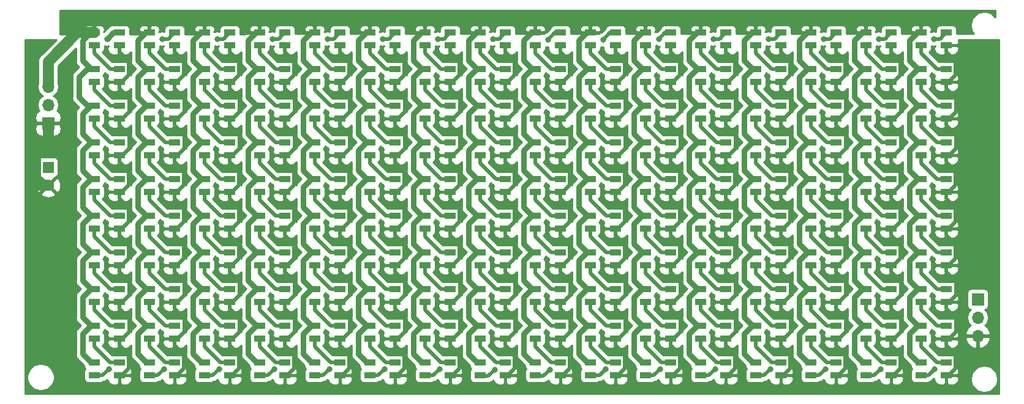
<source format=gbr>
G04 #@! TF.GenerationSoftware,KiCad,Pcbnew,(5.1.5-0-10_14)*
G04 #@! TF.CreationDate,2020-01-20T13:36:02-08:00*
G04 #@! TF.ProjectId,SpectrumAnayzerMini,53706563-7472-4756-9d41-6e61797a6572,rev?*
G04 #@! TF.SameCoordinates,Original*
G04 #@! TF.FileFunction,Copper,L1,Top*
G04 #@! TF.FilePolarity,Positive*
%FSLAX46Y46*%
G04 Gerber Fmt 4.6, Leading zero omitted, Abs format (unit mm)*
G04 Created by KiCad (PCBNEW (5.1.5-0-10_14)) date 2020-01-20 13:36:02*
%MOMM*%
%LPD*%
G04 APERTURE LIST*
%ADD10O,1.700000X1.700000*%
%ADD11R,1.700000X1.700000*%
%ADD12R,1.600000X0.850000*%
%ADD13C,1.600000*%
%ADD14R,1.600000X1.600000*%
%ADD15C,0.800000*%
%ADD16C,1.524000*%
%ADD17C,0.762000*%
%ADD18C,0.508000*%
%ADD19C,0.254000*%
%ADD20C,0.235000*%
G04 APERTURE END LIST*
D10*
X71120000Y-89027000D03*
X71120000Y-91567000D03*
D11*
X71120000Y-94107000D03*
D12*
X191798000Y-127268000D03*
X191798000Y-129018000D03*
X195298000Y-127268000D03*
X195298000Y-129018000D03*
X191798000Y-122188000D03*
X191798000Y-123938000D03*
X195298000Y-122188000D03*
X195298000Y-123938000D03*
X191798000Y-117108000D03*
X191798000Y-118858000D03*
X195298000Y-117108000D03*
X195298000Y-118858000D03*
X191798000Y-112028000D03*
X191798000Y-113778000D03*
X195298000Y-112028000D03*
X195298000Y-113778000D03*
X191798000Y-106948000D03*
X191798000Y-108698000D03*
X195298000Y-106948000D03*
X195298000Y-108698000D03*
X191798000Y-101868000D03*
X191798000Y-103618000D03*
X195298000Y-101868000D03*
X195298000Y-103618000D03*
X191798000Y-96788000D03*
X191798000Y-98538000D03*
X195298000Y-96788000D03*
X195298000Y-98538000D03*
X191798000Y-91708000D03*
X191798000Y-93458000D03*
X195298000Y-91708000D03*
X195298000Y-93458000D03*
X191798000Y-86628000D03*
X191798000Y-88378000D03*
X195298000Y-86628000D03*
X195298000Y-88378000D03*
X191798000Y-81548000D03*
X191798000Y-83298000D03*
X195298000Y-81548000D03*
X195298000Y-83298000D03*
X184178000Y-127268000D03*
X184178000Y-129018000D03*
X187678000Y-127268000D03*
X187678000Y-129018000D03*
X184178000Y-122188000D03*
X184178000Y-123938000D03*
X187678000Y-122188000D03*
X187678000Y-123938000D03*
X184178000Y-117108000D03*
X184178000Y-118858000D03*
X187678000Y-117108000D03*
X187678000Y-118858000D03*
X184178000Y-112028000D03*
X184178000Y-113778000D03*
X187678000Y-112028000D03*
X187678000Y-113778000D03*
X184178000Y-106948000D03*
X184178000Y-108698000D03*
X187678000Y-106948000D03*
X187678000Y-108698000D03*
X184178000Y-101868000D03*
X184178000Y-103618000D03*
X187678000Y-101868000D03*
X187678000Y-103618000D03*
X184178000Y-96788000D03*
X184178000Y-98538000D03*
X187678000Y-96788000D03*
X187678000Y-98538000D03*
X184178000Y-91708000D03*
X184178000Y-93458000D03*
X187678000Y-91708000D03*
X187678000Y-93458000D03*
X184178000Y-86628000D03*
X184178000Y-88378000D03*
X187678000Y-86628000D03*
X187678000Y-88378000D03*
X184178000Y-81548000D03*
X184178000Y-83298000D03*
X187678000Y-81548000D03*
X187678000Y-83298000D03*
X176558000Y-127268000D03*
X176558000Y-129018000D03*
X180058000Y-127268000D03*
X180058000Y-129018000D03*
X176558000Y-122188000D03*
X176558000Y-123938000D03*
X180058000Y-122188000D03*
X180058000Y-123938000D03*
X176558000Y-117108000D03*
X176558000Y-118858000D03*
X180058000Y-117108000D03*
X180058000Y-118858000D03*
X176558000Y-112028000D03*
X176558000Y-113778000D03*
X180058000Y-112028000D03*
X180058000Y-113778000D03*
X176558000Y-106948000D03*
X176558000Y-108698000D03*
X180058000Y-106948000D03*
X180058000Y-108698000D03*
X176558000Y-101868000D03*
X176558000Y-103618000D03*
X180058000Y-101868000D03*
X180058000Y-103618000D03*
X176558000Y-96788000D03*
X176558000Y-98538000D03*
X180058000Y-96788000D03*
X180058000Y-98538000D03*
X176558000Y-91708000D03*
X176558000Y-93458000D03*
X180058000Y-91708000D03*
X180058000Y-93458000D03*
X176558000Y-86628000D03*
X176558000Y-88378000D03*
X180058000Y-86628000D03*
X180058000Y-88378000D03*
X176558000Y-81548000D03*
X176558000Y-83298000D03*
X180058000Y-81548000D03*
X180058000Y-83298000D03*
X168938000Y-127268000D03*
X168938000Y-129018000D03*
X172438000Y-127268000D03*
X172438000Y-129018000D03*
X168938000Y-122188000D03*
X168938000Y-123938000D03*
X172438000Y-122188000D03*
X172438000Y-123938000D03*
X168938000Y-117108000D03*
X168938000Y-118858000D03*
X172438000Y-117108000D03*
X172438000Y-118858000D03*
X168938000Y-112028000D03*
X168938000Y-113778000D03*
X172438000Y-112028000D03*
X172438000Y-113778000D03*
X168938000Y-106948000D03*
X168938000Y-108698000D03*
X172438000Y-106948000D03*
X172438000Y-108698000D03*
X168938000Y-101868000D03*
X168938000Y-103618000D03*
X172438000Y-101868000D03*
X172438000Y-103618000D03*
X168938000Y-96788000D03*
X168938000Y-98538000D03*
X172438000Y-96788000D03*
X172438000Y-98538000D03*
X168938000Y-91708000D03*
X168938000Y-93458000D03*
X172438000Y-91708000D03*
X172438000Y-93458000D03*
X168938000Y-86628000D03*
X168938000Y-88378000D03*
X172438000Y-86628000D03*
X172438000Y-88378000D03*
X168938000Y-81548000D03*
X168938000Y-83298000D03*
X172438000Y-81548000D03*
X172438000Y-83298000D03*
X161318000Y-127268000D03*
X161318000Y-129018000D03*
X164818000Y-127268000D03*
X164818000Y-129018000D03*
X161318000Y-122188000D03*
X161318000Y-123938000D03*
X164818000Y-122188000D03*
X164818000Y-123938000D03*
X161318000Y-117108000D03*
X161318000Y-118858000D03*
X164818000Y-117108000D03*
X164818000Y-118858000D03*
X161318000Y-112028000D03*
X161318000Y-113778000D03*
X164818000Y-112028000D03*
X164818000Y-113778000D03*
X161318000Y-106948000D03*
X161318000Y-108698000D03*
X164818000Y-106948000D03*
X164818000Y-108698000D03*
X161318000Y-101868000D03*
X161318000Y-103618000D03*
X164818000Y-101868000D03*
X164818000Y-103618000D03*
X161318000Y-96788000D03*
X161318000Y-98538000D03*
X164818000Y-96788000D03*
X164818000Y-98538000D03*
X161318000Y-91708000D03*
X161318000Y-93458000D03*
X164818000Y-91708000D03*
X164818000Y-93458000D03*
X161318000Y-86628000D03*
X161318000Y-88378000D03*
X164818000Y-86628000D03*
X164818000Y-88378000D03*
X161318000Y-81548000D03*
X161318000Y-83298000D03*
X164818000Y-81548000D03*
X164818000Y-83298000D03*
X153698000Y-127268000D03*
X153698000Y-129018000D03*
X157198000Y-127268000D03*
X157198000Y-129018000D03*
X153698000Y-122188000D03*
X153698000Y-123938000D03*
X157198000Y-122188000D03*
X157198000Y-123938000D03*
X153698000Y-117108000D03*
X153698000Y-118858000D03*
X157198000Y-117108000D03*
X157198000Y-118858000D03*
X153698000Y-112028000D03*
X153698000Y-113778000D03*
X157198000Y-112028000D03*
X157198000Y-113778000D03*
X153698000Y-106948000D03*
X153698000Y-108698000D03*
X157198000Y-106948000D03*
X157198000Y-108698000D03*
X153698000Y-101868000D03*
X153698000Y-103618000D03*
X157198000Y-101868000D03*
X157198000Y-103618000D03*
X153698000Y-96788000D03*
X153698000Y-98538000D03*
X157198000Y-96788000D03*
X157198000Y-98538000D03*
X153698000Y-91708000D03*
X153698000Y-93458000D03*
X157198000Y-91708000D03*
X157198000Y-93458000D03*
X153698000Y-86628000D03*
X153698000Y-88378000D03*
X157198000Y-86628000D03*
X157198000Y-88378000D03*
X153698000Y-81548000D03*
X153698000Y-83298000D03*
X157198000Y-81548000D03*
X157198000Y-83298000D03*
X146078000Y-127268000D03*
X146078000Y-129018000D03*
X149578000Y-127268000D03*
X149578000Y-129018000D03*
X146078000Y-122188000D03*
X146078000Y-123938000D03*
X149578000Y-122188000D03*
X149578000Y-123938000D03*
X146078000Y-117108000D03*
X146078000Y-118858000D03*
X149578000Y-117108000D03*
X149578000Y-118858000D03*
X146078000Y-112028000D03*
X146078000Y-113778000D03*
X149578000Y-112028000D03*
X149578000Y-113778000D03*
X146078000Y-106948000D03*
X146078000Y-108698000D03*
X149578000Y-106948000D03*
X149578000Y-108698000D03*
X146078000Y-101868000D03*
X146078000Y-103618000D03*
X149578000Y-101868000D03*
X149578000Y-103618000D03*
X146078000Y-96788000D03*
X146078000Y-98538000D03*
X149578000Y-96788000D03*
X149578000Y-98538000D03*
X146078000Y-91708000D03*
X146078000Y-93458000D03*
X149578000Y-91708000D03*
X149578000Y-93458000D03*
X146078000Y-86628000D03*
X146078000Y-88378000D03*
X149578000Y-86628000D03*
X149578000Y-88378000D03*
X146078000Y-81548000D03*
X146078000Y-83298000D03*
X149578000Y-81548000D03*
X149578000Y-83298000D03*
X138458000Y-127268000D03*
X138458000Y-129018000D03*
X141958000Y-127268000D03*
X141958000Y-129018000D03*
X138458000Y-122188000D03*
X138458000Y-123938000D03*
X141958000Y-122188000D03*
X141958000Y-123938000D03*
X138458000Y-117108000D03*
X138458000Y-118858000D03*
X141958000Y-117108000D03*
X141958000Y-118858000D03*
X138458000Y-112028000D03*
X138458000Y-113778000D03*
X141958000Y-112028000D03*
X141958000Y-113778000D03*
X138458000Y-106948000D03*
X138458000Y-108698000D03*
X141958000Y-106948000D03*
X141958000Y-108698000D03*
X138458000Y-101868000D03*
X138458000Y-103618000D03*
X141958000Y-101868000D03*
X141958000Y-103618000D03*
X138458000Y-96788000D03*
X138458000Y-98538000D03*
X141958000Y-96788000D03*
X141958000Y-98538000D03*
X138458000Y-91708000D03*
X138458000Y-93458000D03*
X141958000Y-91708000D03*
X141958000Y-93458000D03*
X138458000Y-86628000D03*
X138458000Y-88378000D03*
X141958000Y-86628000D03*
X141958000Y-88378000D03*
X138458000Y-81548000D03*
X138458000Y-83298000D03*
X141958000Y-81548000D03*
X141958000Y-83298000D03*
X130838000Y-127268000D03*
X130838000Y-129018000D03*
X134338000Y-127268000D03*
X134338000Y-129018000D03*
X130838000Y-122188000D03*
X130838000Y-123938000D03*
X134338000Y-122188000D03*
X134338000Y-123938000D03*
X130838000Y-117108000D03*
X130838000Y-118858000D03*
X134338000Y-117108000D03*
X134338000Y-118858000D03*
X130838000Y-112028000D03*
X130838000Y-113778000D03*
X134338000Y-112028000D03*
X134338000Y-113778000D03*
X130838000Y-106948000D03*
X130838000Y-108698000D03*
X134338000Y-106948000D03*
X134338000Y-108698000D03*
X130838000Y-101868000D03*
X130838000Y-103618000D03*
X134338000Y-101868000D03*
X134338000Y-103618000D03*
X130838000Y-96788000D03*
X130838000Y-98538000D03*
X134338000Y-96788000D03*
X134338000Y-98538000D03*
X130838000Y-91708000D03*
X130838000Y-93458000D03*
X134338000Y-91708000D03*
X134338000Y-93458000D03*
X130838000Y-86628000D03*
X130838000Y-88378000D03*
X134338000Y-86628000D03*
X134338000Y-88378000D03*
X130838000Y-81548000D03*
X130838000Y-83298000D03*
X134338000Y-81548000D03*
X134338000Y-83298000D03*
X123218000Y-127268000D03*
X123218000Y-129018000D03*
X126718000Y-127268000D03*
X126718000Y-129018000D03*
X123218000Y-122188000D03*
X123218000Y-123938000D03*
X126718000Y-122188000D03*
X126718000Y-123938000D03*
X123218000Y-117108000D03*
X123218000Y-118858000D03*
X126718000Y-117108000D03*
X126718000Y-118858000D03*
X123218000Y-112028000D03*
X123218000Y-113778000D03*
X126718000Y-112028000D03*
X126718000Y-113778000D03*
X123218000Y-106948000D03*
X123218000Y-108698000D03*
X126718000Y-106948000D03*
X126718000Y-108698000D03*
X123218000Y-101868000D03*
X123218000Y-103618000D03*
X126718000Y-101868000D03*
X126718000Y-103618000D03*
X123218000Y-96788000D03*
X123218000Y-98538000D03*
X126718000Y-96788000D03*
X126718000Y-98538000D03*
X123218000Y-91708000D03*
X123218000Y-93458000D03*
X126718000Y-91708000D03*
X126718000Y-93458000D03*
X123218000Y-86628000D03*
X123218000Y-88378000D03*
X126718000Y-86628000D03*
X126718000Y-88378000D03*
X123218000Y-81548000D03*
X123218000Y-83298000D03*
X126718000Y-81548000D03*
X126718000Y-83298000D03*
X115598000Y-127268000D03*
X115598000Y-129018000D03*
X119098000Y-127268000D03*
X119098000Y-129018000D03*
X115598000Y-122188000D03*
X115598000Y-123938000D03*
X119098000Y-122188000D03*
X119098000Y-123938000D03*
X115598000Y-117108000D03*
X115598000Y-118858000D03*
X119098000Y-117108000D03*
X119098000Y-118858000D03*
X115598000Y-112028000D03*
X115598000Y-113778000D03*
X119098000Y-112028000D03*
X119098000Y-113778000D03*
X115598000Y-106948000D03*
X115598000Y-108698000D03*
X119098000Y-106948000D03*
X119098000Y-108698000D03*
X115598000Y-101868000D03*
X115598000Y-103618000D03*
X119098000Y-101868000D03*
X119098000Y-103618000D03*
X115598000Y-96788000D03*
X115598000Y-98538000D03*
X119098000Y-96788000D03*
X119098000Y-98538000D03*
X115598000Y-91708000D03*
X115598000Y-93458000D03*
X119098000Y-91708000D03*
X119098000Y-93458000D03*
X115598000Y-86628000D03*
X115598000Y-88378000D03*
X119098000Y-86628000D03*
X119098000Y-88378000D03*
X115598000Y-81548000D03*
X115598000Y-83298000D03*
X119098000Y-81548000D03*
X119098000Y-83298000D03*
X107978000Y-127268000D03*
X107978000Y-129018000D03*
X111478000Y-127268000D03*
X111478000Y-129018000D03*
X107978000Y-122188000D03*
X107978000Y-123938000D03*
X111478000Y-122188000D03*
X111478000Y-123938000D03*
X107978000Y-117108000D03*
X107978000Y-118858000D03*
X111478000Y-117108000D03*
X111478000Y-118858000D03*
X107978000Y-112028000D03*
X107978000Y-113778000D03*
X111478000Y-112028000D03*
X111478000Y-113778000D03*
X107978000Y-106948000D03*
X107978000Y-108698000D03*
X111478000Y-106948000D03*
X111478000Y-108698000D03*
X107978000Y-101868000D03*
X107978000Y-103618000D03*
X111478000Y-101868000D03*
X111478000Y-103618000D03*
X107978000Y-96788000D03*
X107978000Y-98538000D03*
X111478000Y-96788000D03*
X111478000Y-98538000D03*
X107978000Y-91708000D03*
X107978000Y-93458000D03*
X111478000Y-91708000D03*
X111478000Y-93458000D03*
X107978000Y-86628000D03*
X107978000Y-88378000D03*
X111478000Y-86628000D03*
X111478000Y-88378000D03*
X107978000Y-81548000D03*
X107978000Y-83298000D03*
X111478000Y-81548000D03*
X111478000Y-83298000D03*
X100358000Y-127268000D03*
X100358000Y-129018000D03*
X103858000Y-127268000D03*
X103858000Y-129018000D03*
X100358000Y-122188000D03*
X100358000Y-123938000D03*
X103858000Y-122188000D03*
X103858000Y-123938000D03*
X100358000Y-117108000D03*
X100358000Y-118858000D03*
X103858000Y-117108000D03*
X103858000Y-118858000D03*
X100358000Y-112028000D03*
X100358000Y-113778000D03*
X103858000Y-112028000D03*
X103858000Y-113778000D03*
X100358000Y-106948000D03*
X100358000Y-108698000D03*
X103858000Y-106948000D03*
X103858000Y-108698000D03*
X100358000Y-101868000D03*
X100358000Y-103618000D03*
X103858000Y-101868000D03*
X103858000Y-103618000D03*
X100358000Y-96788000D03*
X100358000Y-98538000D03*
X103858000Y-96788000D03*
X103858000Y-98538000D03*
X100358000Y-91708000D03*
X100358000Y-93458000D03*
X103858000Y-91708000D03*
X103858000Y-93458000D03*
X100358000Y-86628000D03*
X100358000Y-88378000D03*
X103858000Y-86628000D03*
X103858000Y-88378000D03*
X100358000Y-81548000D03*
X100358000Y-83298000D03*
X103858000Y-81548000D03*
X103858000Y-83298000D03*
X92738000Y-127268000D03*
X92738000Y-129018000D03*
X96238000Y-127268000D03*
X96238000Y-129018000D03*
X92738000Y-122188000D03*
X92738000Y-123938000D03*
X96238000Y-122188000D03*
X96238000Y-123938000D03*
X92738000Y-117108000D03*
X92738000Y-118858000D03*
X96238000Y-117108000D03*
X96238000Y-118858000D03*
X92738000Y-112028000D03*
X92738000Y-113778000D03*
X96238000Y-112028000D03*
X96238000Y-113778000D03*
X92738000Y-106948000D03*
X92738000Y-108698000D03*
X96238000Y-106948000D03*
X96238000Y-108698000D03*
X92738000Y-101868000D03*
X92738000Y-103618000D03*
X96238000Y-101868000D03*
X96238000Y-103618000D03*
X92738000Y-96788000D03*
X92738000Y-98538000D03*
X96238000Y-96788000D03*
X96238000Y-98538000D03*
X92738000Y-91708000D03*
X92738000Y-93458000D03*
X96238000Y-91708000D03*
X96238000Y-93458000D03*
X92738000Y-86628000D03*
X92738000Y-88378000D03*
X96238000Y-86628000D03*
X96238000Y-88378000D03*
X92738000Y-81548000D03*
X92738000Y-83298000D03*
X96238000Y-81548000D03*
X96238000Y-83298000D03*
X85118000Y-127268000D03*
X85118000Y-129018000D03*
X88618000Y-127268000D03*
X88618000Y-129018000D03*
X85118000Y-122188000D03*
X85118000Y-123938000D03*
X88618000Y-122188000D03*
X88618000Y-123938000D03*
X85118000Y-117108000D03*
X85118000Y-118858000D03*
X88618000Y-117108000D03*
X88618000Y-118858000D03*
X85118000Y-112028000D03*
X85118000Y-113778000D03*
X88618000Y-112028000D03*
X88618000Y-113778000D03*
X85118000Y-106948000D03*
X85118000Y-108698000D03*
X88618000Y-106948000D03*
X88618000Y-108698000D03*
X85118000Y-101868000D03*
X85118000Y-103618000D03*
X88618000Y-101868000D03*
X88618000Y-103618000D03*
X85118000Y-96788000D03*
X85118000Y-98538000D03*
X88618000Y-96788000D03*
X88618000Y-98538000D03*
X85118000Y-91708000D03*
X85118000Y-93458000D03*
X88618000Y-91708000D03*
X88618000Y-93458000D03*
X85118000Y-86628000D03*
X85118000Y-88378000D03*
X88618000Y-86628000D03*
X88618000Y-88378000D03*
X85118000Y-81548000D03*
X85118000Y-83298000D03*
X88618000Y-81548000D03*
X88618000Y-83298000D03*
X77498000Y-127268000D03*
X77498000Y-129018000D03*
X80998000Y-127268000D03*
X80998000Y-129018000D03*
X77498000Y-122188000D03*
X77498000Y-123938000D03*
X80998000Y-122188000D03*
X80998000Y-123938000D03*
X77498000Y-117108000D03*
X77498000Y-118858000D03*
X80998000Y-117108000D03*
X80998000Y-118858000D03*
X77498000Y-112028000D03*
X77498000Y-113778000D03*
X80998000Y-112028000D03*
X80998000Y-113778000D03*
X77498000Y-106948000D03*
X77498000Y-108698000D03*
X80998000Y-106948000D03*
X80998000Y-108698000D03*
X77498000Y-101868000D03*
X77498000Y-103618000D03*
X80998000Y-101868000D03*
X80998000Y-103618000D03*
X77498000Y-96788000D03*
X77498000Y-98538000D03*
X80998000Y-96788000D03*
X80998000Y-98538000D03*
X77498000Y-91708000D03*
X77498000Y-93458000D03*
X80998000Y-91708000D03*
X80998000Y-93458000D03*
X77498000Y-86628000D03*
X77498000Y-88378000D03*
X80998000Y-86628000D03*
X80998000Y-88378000D03*
X77498000Y-81548000D03*
X77498000Y-83298000D03*
X80998000Y-81548000D03*
X80998000Y-83298000D03*
D13*
X71120000Y-102703000D03*
D14*
X71120000Y-100203000D03*
D10*
X199644000Y-123571000D03*
X199644000Y-121031000D03*
D11*
X199644000Y-118491000D03*
D15*
X186182000Y-128143000D03*
X193548000Y-82423000D03*
X79502000Y-128143000D03*
X86868000Y-82423000D03*
X94488000Y-82423000D03*
X87122000Y-128143000D03*
X94742000Y-128143000D03*
X102108000Y-82423000D03*
X109728000Y-82423000D03*
X102362000Y-128143000D03*
X117348000Y-82423000D03*
X109982000Y-128143000D03*
X124968000Y-82423000D03*
X117602000Y-128143000D03*
X125222000Y-128143000D03*
X132588000Y-82423000D03*
X132842000Y-128270000D03*
X140208000Y-82550000D03*
X155575000Y-82423000D03*
X148209000Y-128143000D03*
X155702000Y-128143000D03*
X163068000Y-82423000D03*
X163322000Y-128143000D03*
X170688000Y-82423000D03*
X170942000Y-128143000D03*
X178308000Y-82423000D03*
X185928000Y-82423000D03*
X178562000Y-128143000D03*
X193675000Y-128143000D03*
X140462000Y-128270000D03*
X147828000Y-82550000D03*
X79248000Y-82423000D03*
D16*
X75174000Y-81548000D02*
X77498000Y-81548000D01*
X71120000Y-85602000D02*
X75174000Y-81548000D01*
X71120000Y-89027000D02*
X71120000Y-85602000D01*
D17*
X75936000Y-85441000D02*
X77123000Y-86628000D01*
X75936000Y-82589198D02*
X75936000Y-85441000D01*
X77123000Y-86628000D02*
X77498000Y-86628000D01*
X76977198Y-81548000D02*
X75936000Y-82589198D01*
X77498000Y-81548000D02*
X76977198Y-81548000D01*
X76990000Y-86628000D02*
X76469198Y-86628000D01*
X76469198Y-86628000D02*
X75428000Y-87669198D01*
X75428000Y-87669198D02*
X75428000Y-90521000D01*
X75428000Y-90521000D02*
X76615000Y-91708000D01*
X76615000Y-91708000D02*
X76990000Y-91708000D01*
X77498000Y-112028000D02*
X76977198Y-112028000D01*
X75936000Y-115921000D02*
X77123000Y-117108000D01*
X76977198Y-112028000D02*
X75936000Y-113069198D01*
X77498000Y-91708000D02*
X76977198Y-91708000D01*
X77123000Y-117108000D02*
X77498000Y-117108000D01*
X75936000Y-95601000D02*
X77123000Y-96788000D01*
X77123000Y-96788000D02*
X77498000Y-96788000D01*
X76977198Y-91708000D02*
X75936000Y-92749198D01*
X75936000Y-113069198D02*
X75936000Y-115921000D01*
X75936000Y-92749198D02*
X75936000Y-95601000D01*
X77498000Y-96788000D02*
X76977198Y-96788000D01*
X75936000Y-100681000D02*
X77123000Y-101868000D01*
X77123000Y-101868000D02*
X77498000Y-101868000D01*
X76977198Y-96788000D02*
X75936000Y-97829198D01*
X75936000Y-97829198D02*
X75936000Y-100681000D01*
X77123000Y-122188000D02*
X77498000Y-122188000D01*
X77498000Y-117108000D02*
X76977198Y-117108000D01*
X77123000Y-112028000D02*
X77498000Y-112028000D01*
X77123000Y-106948000D02*
X77498000Y-106948000D01*
X76977198Y-106948000D02*
X75936000Y-107989198D01*
X75936000Y-102909198D02*
X75936000Y-105761000D01*
X76977198Y-101868000D02*
X75936000Y-102909198D01*
X77498000Y-101868000D02*
X76977198Y-101868000D01*
X76977198Y-117108000D02*
X75936000Y-118149198D01*
X75936000Y-107989198D02*
X75936000Y-110841000D01*
X77498000Y-106948000D02*
X76977198Y-106948000D01*
X75936000Y-110841000D02*
X77123000Y-112028000D01*
X75936000Y-105761000D02*
X77123000Y-106948000D01*
X75936000Y-121001000D02*
X77123000Y-122188000D01*
X75936000Y-118149198D02*
X75936000Y-121001000D01*
X77123000Y-127268000D02*
X77498000Y-127268000D01*
X76977198Y-122188000D02*
X75936000Y-123229198D01*
X75936000Y-126081000D02*
X77123000Y-127268000D01*
X75936000Y-123229198D02*
X75936000Y-126081000D01*
X77498000Y-127268000D02*
X76977198Y-127268000D01*
X77498000Y-122188000D02*
X76977198Y-122188000D01*
X83556000Y-85441000D02*
X84743000Y-86628000D01*
X84597198Y-81548000D02*
X83556000Y-82589198D01*
X84743000Y-106948000D02*
X85118000Y-106948000D01*
X83556000Y-105761000D02*
X84743000Y-106948000D01*
X84597198Y-101868000D02*
X83556000Y-102909198D01*
X83556000Y-82589198D02*
X83556000Y-85441000D01*
X85118000Y-81548000D02*
X84597198Y-81548000D01*
X85118000Y-86628000D02*
X84597198Y-86628000D01*
X83556000Y-102909198D02*
X83556000Y-105761000D01*
X84743000Y-86628000D02*
X85118000Y-86628000D01*
X85118000Y-101868000D02*
X84597198Y-101868000D01*
X83556000Y-90521000D02*
X84743000Y-91708000D01*
X84743000Y-91708000D02*
X85118000Y-91708000D01*
X84597198Y-86628000D02*
X83556000Y-87669198D01*
X83556000Y-87669198D02*
X83556000Y-90521000D01*
X84743000Y-112028000D02*
X85118000Y-112028000D01*
X85118000Y-106948000D02*
X84597198Y-106948000D01*
X84743000Y-101868000D02*
X85118000Y-101868000D01*
X84743000Y-96788000D02*
X85118000Y-96788000D01*
X84597198Y-96788000D02*
X83556000Y-97829198D01*
X83556000Y-92749198D02*
X83556000Y-95601000D01*
X84597198Y-91708000D02*
X83556000Y-92749198D01*
X85118000Y-91708000D02*
X84597198Y-91708000D01*
X84597198Y-106948000D02*
X83556000Y-107989198D01*
X83556000Y-97829198D02*
X83556000Y-100681000D01*
X85118000Y-96788000D02*
X84597198Y-96788000D01*
X83556000Y-100681000D02*
X84743000Y-101868000D01*
X83556000Y-95601000D02*
X84743000Y-96788000D01*
X83556000Y-110841000D02*
X84743000Y-112028000D01*
X83556000Y-107989198D02*
X83556000Y-110841000D01*
X83556000Y-118149198D02*
X83556000Y-121001000D01*
X84743000Y-117108000D02*
X85118000Y-117108000D01*
X84597198Y-117108000D02*
X83556000Y-118149198D01*
X84597198Y-112028000D02*
X83556000Y-113069198D01*
X83556000Y-126081000D02*
X84743000Y-127268000D01*
X83556000Y-115921000D02*
X84743000Y-117108000D01*
X84743000Y-127268000D02*
X85118000Y-127268000D01*
X85118000Y-127268000D02*
X84597198Y-127268000D01*
X84597198Y-122188000D02*
X83556000Y-123229198D01*
X83556000Y-123229198D02*
X83556000Y-126081000D01*
X85118000Y-122188000D02*
X84597198Y-122188000D01*
X83556000Y-113069198D02*
X83556000Y-115921000D01*
X83556000Y-121001000D02*
X84743000Y-122188000D01*
X85118000Y-117108000D02*
X84597198Y-117108000D01*
X84743000Y-122188000D02*
X85118000Y-122188000D01*
X85118000Y-112028000D02*
X84597198Y-112028000D01*
X92363000Y-122188000D02*
X92738000Y-122188000D01*
X92738000Y-112028000D02*
X92217198Y-112028000D01*
X91176000Y-82589198D02*
X91176000Y-85441000D01*
X91176000Y-105761000D02*
X92363000Y-106948000D01*
X91176000Y-85441000D02*
X92363000Y-86628000D01*
X92217198Y-81548000D02*
X91176000Y-82589198D01*
X92363000Y-106948000D02*
X92738000Y-106948000D01*
X92217198Y-101868000D02*
X91176000Y-102909198D01*
X92738000Y-81548000D02*
X92217198Y-81548000D01*
X92738000Y-86628000D02*
X92217198Y-86628000D01*
X91176000Y-102909198D02*
X91176000Y-105761000D01*
X92363000Y-86628000D02*
X92738000Y-86628000D01*
X92738000Y-101868000D02*
X92217198Y-101868000D01*
X91176000Y-90521000D02*
X92363000Y-91708000D01*
X92363000Y-91708000D02*
X92738000Y-91708000D01*
X92217198Y-86628000D02*
X91176000Y-87669198D01*
X91176000Y-87669198D02*
X91176000Y-90521000D01*
X92363000Y-112028000D02*
X92738000Y-112028000D01*
X92738000Y-106948000D02*
X92217198Y-106948000D01*
X92363000Y-101868000D02*
X92738000Y-101868000D01*
X92363000Y-96788000D02*
X92738000Y-96788000D01*
X92217198Y-96788000D02*
X91176000Y-97829198D01*
X91176000Y-92749198D02*
X91176000Y-95601000D01*
X92217198Y-91708000D02*
X91176000Y-92749198D01*
X92738000Y-91708000D02*
X92217198Y-91708000D01*
X92217198Y-106948000D02*
X91176000Y-107989198D01*
X91176000Y-97829198D02*
X91176000Y-100681000D01*
X92738000Y-96788000D02*
X92217198Y-96788000D01*
X91176000Y-100681000D02*
X92363000Y-101868000D01*
X91176000Y-95601000D02*
X92363000Y-96788000D01*
X91176000Y-110841000D02*
X92363000Y-112028000D01*
X91176000Y-107989198D02*
X91176000Y-110841000D01*
X91176000Y-118149198D02*
X91176000Y-121001000D01*
X92363000Y-117108000D02*
X92738000Y-117108000D01*
X92217198Y-117108000D02*
X91176000Y-118149198D01*
X92217198Y-112028000D02*
X91176000Y-113069198D01*
X91176000Y-126081000D02*
X92363000Y-127268000D01*
X91176000Y-115921000D02*
X92363000Y-117108000D01*
X92363000Y-127268000D02*
X92738000Y-127268000D01*
X91176000Y-123229198D02*
X91176000Y-126081000D01*
X92738000Y-122188000D02*
X92217198Y-122188000D01*
X92217198Y-122188000D02*
X91176000Y-123229198D01*
X92738000Y-127268000D02*
X92217198Y-127268000D01*
X91176000Y-113069198D02*
X91176000Y-115921000D01*
X91176000Y-121001000D02*
X92363000Y-122188000D01*
X92738000Y-117108000D02*
X92217198Y-117108000D01*
X98796000Y-82589198D02*
X98796000Y-85441000D01*
X99983000Y-122188000D02*
X100358000Y-122188000D01*
X100358000Y-112028000D02*
X99837198Y-112028000D01*
X98796000Y-105761000D02*
X99983000Y-106948000D01*
X98796000Y-85441000D02*
X99983000Y-86628000D01*
X99837198Y-81548000D02*
X98796000Y-82589198D01*
X99983000Y-106948000D02*
X100358000Y-106948000D01*
X99837198Y-101868000D02*
X98796000Y-102909198D01*
X100358000Y-81548000D02*
X99837198Y-81548000D01*
X100358000Y-86628000D02*
X99837198Y-86628000D01*
X98796000Y-102909198D02*
X98796000Y-105761000D01*
X99983000Y-86628000D02*
X100358000Y-86628000D01*
X100358000Y-101868000D02*
X99837198Y-101868000D01*
X98796000Y-90521000D02*
X99983000Y-91708000D01*
X99983000Y-91708000D02*
X100358000Y-91708000D01*
X99837198Y-86628000D02*
X98796000Y-87669198D01*
X98796000Y-87669198D02*
X98796000Y-90521000D01*
X99983000Y-112028000D02*
X100358000Y-112028000D01*
X100358000Y-106948000D02*
X99837198Y-106948000D01*
X99983000Y-101868000D02*
X100358000Y-101868000D01*
X99983000Y-96788000D02*
X100358000Y-96788000D01*
X99837198Y-96788000D02*
X98796000Y-97829198D01*
X98796000Y-92749198D02*
X98796000Y-95601000D01*
X99837198Y-91708000D02*
X98796000Y-92749198D01*
X100358000Y-91708000D02*
X99837198Y-91708000D01*
X99837198Y-106948000D02*
X98796000Y-107989198D01*
X98796000Y-97829198D02*
X98796000Y-100681000D01*
X100358000Y-96788000D02*
X99837198Y-96788000D01*
X98796000Y-100681000D02*
X99983000Y-101868000D01*
X98796000Y-95601000D02*
X99983000Y-96788000D01*
X98796000Y-110841000D02*
X99983000Y-112028000D01*
X98796000Y-107989198D02*
X98796000Y-110841000D01*
X98796000Y-118149198D02*
X98796000Y-121001000D01*
X99983000Y-117108000D02*
X100358000Y-117108000D01*
X99837198Y-117108000D02*
X98796000Y-118149198D01*
X99837198Y-112028000D02*
X98796000Y-113069198D01*
X98796000Y-126081000D02*
X99983000Y-127268000D01*
X98796000Y-115921000D02*
X99983000Y-117108000D01*
X99983000Y-127268000D02*
X100358000Y-127268000D01*
X98796000Y-123229198D02*
X98796000Y-126081000D01*
X100358000Y-122188000D02*
X99837198Y-122188000D01*
X99837198Y-122188000D02*
X98796000Y-123229198D01*
X100358000Y-127268000D02*
X99837198Y-127268000D01*
X98796000Y-113069198D02*
X98796000Y-115921000D01*
X98796000Y-121001000D02*
X99983000Y-122188000D01*
X100358000Y-117108000D02*
X99837198Y-117108000D01*
X106416000Y-82589198D02*
X106416000Y-85441000D01*
X107603000Y-122188000D02*
X107978000Y-122188000D01*
X107978000Y-112028000D02*
X107457198Y-112028000D01*
X106416000Y-105761000D02*
X107603000Y-106948000D01*
X106416000Y-85441000D02*
X107603000Y-86628000D01*
X107457198Y-81548000D02*
X106416000Y-82589198D01*
X107603000Y-106948000D02*
X107978000Y-106948000D01*
X107457198Y-101868000D02*
X106416000Y-102909198D01*
X107978000Y-81548000D02*
X107457198Y-81548000D01*
X107978000Y-86628000D02*
X107457198Y-86628000D01*
X106416000Y-102909198D02*
X106416000Y-105761000D01*
X107603000Y-86628000D02*
X107978000Y-86628000D01*
X107978000Y-101868000D02*
X107457198Y-101868000D01*
X106416000Y-90521000D02*
X107603000Y-91708000D01*
X107603000Y-91708000D02*
X107978000Y-91708000D01*
X107457198Y-86628000D02*
X106416000Y-87669198D01*
X106416000Y-87669198D02*
X106416000Y-90521000D01*
X107603000Y-112028000D02*
X107978000Y-112028000D01*
X107978000Y-106948000D02*
X107457198Y-106948000D01*
X107603000Y-101868000D02*
X107978000Y-101868000D01*
X107603000Y-96788000D02*
X107978000Y-96788000D01*
X107457198Y-96788000D02*
X106416000Y-97829198D01*
X106416000Y-92749198D02*
X106416000Y-95601000D01*
X107457198Y-91708000D02*
X106416000Y-92749198D01*
X107978000Y-91708000D02*
X107457198Y-91708000D01*
X107457198Y-106948000D02*
X106416000Y-107989198D01*
X106416000Y-97829198D02*
X106416000Y-100681000D01*
X107978000Y-96788000D02*
X107457198Y-96788000D01*
X106416000Y-100681000D02*
X107603000Y-101868000D01*
X106416000Y-95601000D02*
X107603000Y-96788000D01*
X106416000Y-110841000D02*
X107603000Y-112028000D01*
X106416000Y-107989198D02*
X106416000Y-110841000D01*
X106416000Y-118149198D02*
X106416000Y-121001000D01*
X107603000Y-117108000D02*
X107978000Y-117108000D01*
X107457198Y-117108000D02*
X106416000Y-118149198D01*
X107457198Y-112028000D02*
X106416000Y-113069198D01*
X106416000Y-126081000D02*
X107603000Y-127268000D01*
X106416000Y-115921000D02*
X107603000Y-117108000D01*
X107603000Y-127268000D02*
X107978000Y-127268000D01*
X106416000Y-123229198D02*
X106416000Y-126081000D01*
X107978000Y-122188000D02*
X107457198Y-122188000D01*
X107457198Y-122188000D02*
X106416000Y-123229198D01*
X107978000Y-127268000D02*
X107457198Y-127268000D01*
X106416000Y-113069198D02*
X106416000Y-115921000D01*
X106416000Y-121001000D02*
X107603000Y-122188000D01*
X107978000Y-117108000D02*
X107457198Y-117108000D01*
X115223000Y-106948000D02*
X115598000Y-106948000D01*
X115223000Y-122188000D02*
X115598000Y-122188000D01*
X115598000Y-81548000D02*
X115077198Y-81548000D01*
X114036000Y-85441000D02*
X115223000Y-86628000D01*
X114036000Y-105761000D02*
X115223000Y-106948000D01*
X115077198Y-101868000D02*
X114036000Y-102909198D01*
X115598000Y-86628000D02*
X115077198Y-86628000D01*
X114036000Y-82589198D02*
X114036000Y-85441000D01*
X115077198Y-81548000D02*
X114036000Y-82589198D01*
X115598000Y-112028000D02*
X115077198Y-112028000D01*
X114036000Y-102909198D02*
X114036000Y-105761000D01*
X115223000Y-86628000D02*
X115598000Y-86628000D01*
X115598000Y-101868000D02*
X115077198Y-101868000D01*
X114036000Y-90521000D02*
X115223000Y-91708000D01*
X115223000Y-91708000D02*
X115598000Y-91708000D01*
X115077198Y-86628000D02*
X114036000Y-87669198D01*
X114036000Y-87669198D02*
X114036000Y-90521000D01*
X115223000Y-112028000D02*
X115598000Y-112028000D01*
X115598000Y-106948000D02*
X115077198Y-106948000D01*
X115223000Y-101868000D02*
X115598000Y-101868000D01*
X115223000Y-96788000D02*
X115598000Y-96788000D01*
X115077198Y-96788000D02*
X114036000Y-97829198D01*
X114036000Y-92749198D02*
X114036000Y-95601000D01*
X115077198Y-91708000D02*
X114036000Y-92749198D01*
X115598000Y-91708000D02*
X115077198Y-91708000D01*
X115077198Y-106948000D02*
X114036000Y-107989198D01*
X114036000Y-97829198D02*
X114036000Y-100681000D01*
X115598000Y-96788000D02*
X115077198Y-96788000D01*
X114036000Y-100681000D02*
X115223000Y-101868000D01*
X114036000Y-95601000D02*
X115223000Y-96788000D01*
X114036000Y-110841000D02*
X115223000Y-112028000D01*
X114036000Y-107989198D02*
X114036000Y-110841000D01*
X114036000Y-118149198D02*
X114036000Y-121001000D01*
X115223000Y-117108000D02*
X115598000Y-117108000D01*
X115077198Y-117108000D02*
X114036000Y-118149198D01*
X115077198Y-112028000D02*
X114036000Y-113069198D01*
X114036000Y-126081000D02*
X115223000Y-127268000D01*
X114036000Y-115921000D02*
X115223000Y-117108000D01*
X115223000Y-127268000D02*
X115598000Y-127268000D01*
X114036000Y-123229198D02*
X114036000Y-126081000D01*
X115598000Y-122188000D02*
X115077198Y-122188000D01*
X115077198Y-122188000D02*
X114036000Y-123229198D01*
X115598000Y-127268000D02*
X115077198Y-127268000D01*
X114036000Y-113069198D02*
X114036000Y-115921000D01*
X114036000Y-121001000D02*
X115223000Y-122188000D01*
X115598000Y-117108000D02*
X115077198Y-117108000D01*
X115598000Y-86628000D02*
X115077198Y-86628000D01*
X115598000Y-112028000D02*
X115077198Y-112028000D01*
X115077198Y-112028000D02*
X114036000Y-113069198D01*
X114036000Y-105761000D02*
X115223000Y-106948000D01*
X115223000Y-106948000D02*
X115598000Y-106948000D01*
X114036000Y-107989198D02*
X114036000Y-110841000D01*
X114036000Y-115921000D02*
X115223000Y-117108000D01*
X114036000Y-90521000D02*
X115223000Y-91708000D01*
X115077198Y-106948000D02*
X114036000Y-107989198D01*
X115223000Y-127268000D02*
X115598000Y-127268000D01*
X115077198Y-81548000D02*
X114036000Y-82589198D01*
X115223000Y-86628000D02*
X115598000Y-86628000D01*
X114036000Y-85441000D02*
X115223000Y-86628000D01*
X114036000Y-110841000D02*
X115223000Y-112028000D01*
X115598000Y-117108000D02*
X115077198Y-117108000D01*
X115223000Y-101868000D02*
X115598000Y-101868000D01*
X115598000Y-101868000D02*
X115077198Y-101868000D01*
X114036000Y-95601000D02*
X115223000Y-96788000D01*
X114036000Y-118149198D02*
X114036000Y-121001000D01*
X115598000Y-127268000D02*
X115077198Y-127268000D01*
X115598000Y-106948000D02*
X115077198Y-106948000D01*
X115598000Y-96788000D02*
X115077198Y-96788000D01*
X115223000Y-112028000D02*
X115598000Y-112028000D01*
X114036000Y-126081000D02*
X115223000Y-127268000D01*
X114036000Y-100681000D02*
X115223000Y-101868000D01*
X114036000Y-102909198D02*
X114036000Y-105761000D01*
X114036000Y-123229198D02*
X114036000Y-126081000D01*
X115077198Y-86628000D02*
X114036000Y-87669198D01*
X115077198Y-101868000D02*
X114036000Y-102909198D01*
X114036000Y-87669198D02*
X114036000Y-90521000D01*
X115077198Y-117108000D02*
X114036000Y-118149198D01*
X115598000Y-122188000D02*
X115077198Y-122188000D01*
X114036000Y-97829198D02*
X114036000Y-100681000D01*
X115077198Y-122188000D02*
X114036000Y-123229198D01*
X114036000Y-113069198D02*
X114036000Y-115921000D01*
X115223000Y-122188000D02*
X115598000Y-122188000D01*
X115077198Y-96788000D02*
X114036000Y-97829198D01*
X114036000Y-92749198D02*
X114036000Y-95601000D01*
X115077198Y-91708000D02*
X114036000Y-92749198D01*
X115598000Y-81548000D02*
X115077198Y-81548000D01*
X115223000Y-96788000D02*
X115598000Y-96788000D01*
X115223000Y-91708000D02*
X115598000Y-91708000D01*
X115598000Y-91708000D02*
X115077198Y-91708000D01*
X114036000Y-121001000D02*
X115223000Y-122188000D01*
X115223000Y-117108000D02*
X115598000Y-117108000D01*
X114036000Y-82589198D02*
X114036000Y-85441000D01*
X121656000Y-126081000D02*
X122843000Y-127268000D01*
X123218000Y-122188000D02*
X122697198Y-122188000D01*
X121656000Y-107989198D02*
X121656000Y-110841000D01*
X121656000Y-97829198D02*
X121656000Y-100681000D01*
X122843000Y-122188000D02*
X123218000Y-122188000D01*
X121656000Y-115921000D02*
X122843000Y-117108000D01*
X122843000Y-117108000D02*
X123218000Y-117108000D01*
X121656000Y-102909198D02*
X121656000Y-105761000D01*
X122697198Y-112028000D02*
X121656000Y-113069198D01*
X122843000Y-96788000D02*
X123218000Y-96788000D01*
X121656000Y-100681000D02*
X122843000Y-101868000D01*
X121656000Y-118149198D02*
X121656000Y-121001000D01*
X123218000Y-101868000D02*
X122697198Y-101868000D01*
X122697198Y-96788000D02*
X121656000Y-97829198D01*
X122843000Y-91708000D02*
X123218000Y-91708000D01*
X121656000Y-123229198D02*
X121656000Y-126081000D01*
X123218000Y-81548000D02*
X122697198Y-81548000D01*
X123218000Y-91708000D02*
X122697198Y-91708000D01*
X122843000Y-101868000D02*
X123218000Y-101868000D01*
X123218000Y-106948000D02*
X122697198Y-106948000D01*
X123218000Y-127268000D02*
X122697198Y-127268000D01*
X122697198Y-91708000D02*
X121656000Y-92749198D01*
X121656000Y-90521000D02*
X122843000Y-91708000D01*
X121656000Y-110841000D02*
X122843000Y-112028000D01*
X122697198Y-86628000D02*
X121656000Y-87669198D01*
X123218000Y-86628000D02*
X122697198Y-86628000D01*
X122843000Y-106948000D02*
X123218000Y-106948000D01*
X122843000Y-86628000D02*
X123218000Y-86628000D01*
X121656000Y-121001000D02*
X122843000Y-122188000D01*
X122697198Y-106948000D02*
X121656000Y-107989198D01*
X122843000Y-127268000D02*
X123218000Y-127268000D01*
X121656000Y-87669198D02*
X121656000Y-90521000D01*
X121656000Y-92749198D02*
X121656000Y-95601000D01*
X122697198Y-81548000D02*
X121656000Y-82589198D01*
X121656000Y-85441000D02*
X122843000Y-86628000D01*
X121656000Y-113069198D02*
X121656000Y-115921000D01*
X123218000Y-117108000D02*
X122697198Y-117108000D01*
X121656000Y-95601000D02*
X122843000Y-96788000D01*
X122697198Y-122188000D02*
X121656000Y-123229198D01*
X122697198Y-101868000D02*
X121656000Y-102909198D01*
X121656000Y-105761000D02*
X122843000Y-106948000D01*
X123218000Y-112028000D02*
X122697198Y-112028000D01*
X123218000Y-96788000D02*
X122697198Y-96788000D01*
X122697198Y-117108000D02*
X121656000Y-118149198D01*
X121656000Y-82589198D02*
X121656000Y-85441000D01*
X122843000Y-112028000D02*
X123218000Y-112028000D01*
X121656000Y-107989198D02*
X121656000Y-110841000D01*
X121656000Y-126081000D02*
X122843000Y-127268000D01*
X123218000Y-122188000D02*
X122697198Y-122188000D01*
X122843000Y-122188000D02*
X123218000Y-122188000D01*
X121656000Y-102909198D02*
X121656000Y-105761000D01*
X121656000Y-115921000D02*
X122843000Y-117108000D01*
X122843000Y-117108000D02*
X123218000Y-117108000D01*
X121656000Y-97829198D02*
X121656000Y-100681000D01*
X122697198Y-112028000D02*
X121656000Y-113069198D01*
X122843000Y-96788000D02*
X123218000Y-96788000D01*
X121656000Y-100681000D02*
X122843000Y-101868000D01*
X121656000Y-118149198D02*
X121656000Y-121001000D01*
X123218000Y-101868000D02*
X122697198Y-101868000D01*
X122697198Y-96788000D02*
X121656000Y-97829198D01*
X122843000Y-91708000D02*
X123218000Y-91708000D01*
X121656000Y-123229198D02*
X121656000Y-126081000D01*
X123218000Y-81548000D02*
X122697198Y-81548000D01*
X123218000Y-91708000D02*
X122697198Y-91708000D01*
X122843000Y-101868000D02*
X123218000Y-101868000D01*
X123218000Y-106948000D02*
X122697198Y-106948000D01*
X123218000Y-127268000D02*
X122697198Y-127268000D01*
X122697198Y-91708000D02*
X121656000Y-92749198D01*
X121656000Y-90521000D02*
X122843000Y-91708000D01*
X121656000Y-110841000D02*
X122843000Y-112028000D01*
X122697198Y-86628000D02*
X121656000Y-87669198D01*
X123218000Y-86628000D02*
X122697198Y-86628000D01*
X122843000Y-106948000D02*
X123218000Y-106948000D01*
X122843000Y-86628000D02*
X123218000Y-86628000D01*
X121656000Y-121001000D02*
X122843000Y-122188000D01*
X122697198Y-106948000D02*
X121656000Y-107989198D01*
X122843000Y-127268000D02*
X123218000Y-127268000D01*
X121656000Y-87669198D02*
X121656000Y-90521000D01*
X121656000Y-92749198D02*
X121656000Y-95601000D01*
X122697198Y-81548000D02*
X121656000Y-82589198D01*
X121656000Y-85441000D02*
X122843000Y-86628000D01*
X121656000Y-113069198D02*
X121656000Y-115921000D01*
X123218000Y-117108000D02*
X122697198Y-117108000D01*
X121656000Y-95601000D02*
X122843000Y-96788000D01*
X122697198Y-122188000D02*
X121656000Y-123229198D01*
X122697198Y-101868000D02*
X121656000Y-102909198D01*
X121656000Y-105761000D02*
X122843000Y-106948000D01*
X123218000Y-112028000D02*
X122697198Y-112028000D01*
X123218000Y-96788000D02*
X122697198Y-96788000D01*
X122697198Y-117108000D02*
X121656000Y-118149198D01*
X121656000Y-82589198D02*
X121656000Y-85441000D01*
X122843000Y-112028000D02*
X123218000Y-112028000D01*
X130317198Y-122188000D02*
X129276000Y-123229198D01*
X129276000Y-115921000D02*
X130463000Y-117108000D01*
X129276000Y-102909198D02*
X129276000Y-105761000D01*
X130838000Y-91708000D02*
X130317198Y-91708000D01*
X130463000Y-101868000D02*
X130838000Y-101868000D01*
X130317198Y-91708000D02*
X129276000Y-92749198D01*
X129276000Y-110841000D02*
X130463000Y-112028000D01*
X129276000Y-92749198D02*
X129276000Y-95601000D01*
X130463000Y-86628000D02*
X130838000Y-86628000D01*
X130317198Y-101868000D02*
X129276000Y-102909198D01*
X130838000Y-117108000D02*
X130317198Y-117108000D01*
X130317198Y-106948000D02*
X129276000Y-107989198D01*
X130838000Y-106948000D02*
X130317198Y-106948000D01*
X130317198Y-96788000D02*
X129276000Y-97829198D01*
X130838000Y-86628000D02*
X130317198Y-86628000D01*
X130463000Y-106948000D02*
X130838000Y-106948000D01*
X129276000Y-123229198D02*
X129276000Y-126081000D01*
X130838000Y-122188000D02*
X130317198Y-122188000D01*
X130838000Y-127268000D02*
X130317198Y-127268000D01*
X129276000Y-85441000D02*
X130463000Y-86628000D01*
X130317198Y-112028000D02*
X129276000Y-113069198D01*
X130463000Y-122188000D02*
X130838000Y-122188000D01*
X129276000Y-105761000D02*
X130463000Y-106948000D01*
X129276000Y-90521000D02*
X130463000Y-91708000D01*
X129276000Y-118149198D02*
X129276000Y-121001000D01*
X129276000Y-95601000D02*
X130463000Y-96788000D01*
X129276000Y-121001000D02*
X130463000Y-122188000D01*
X130463000Y-91708000D02*
X130838000Y-91708000D01*
X129276000Y-107989198D02*
X129276000Y-110841000D01*
X130463000Y-127268000D02*
X130838000Y-127268000D01*
X129276000Y-97829198D02*
X129276000Y-100681000D01*
X129276000Y-82589198D02*
X129276000Y-85441000D01*
X130463000Y-112028000D02*
X130838000Y-112028000D01*
X130463000Y-117108000D02*
X130838000Y-117108000D01*
X129276000Y-126081000D02*
X130463000Y-127268000D01*
X130317198Y-86628000D02*
X129276000Y-87669198D01*
X129276000Y-87669198D02*
X129276000Y-90521000D01*
X130838000Y-81548000D02*
X130317198Y-81548000D01*
X129276000Y-113069198D02*
X129276000Y-115921000D01*
X130838000Y-112028000D02*
X130317198Y-112028000D01*
X130317198Y-117108000D02*
X129276000Y-118149198D01*
X130317198Y-81548000D02*
X129276000Y-82589198D01*
X130838000Y-101868000D02*
X130317198Y-101868000D01*
X130463000Y-96788000D02*
X130838000Y-96788000D01*
X129276000Y-100681000D02*
X130463000Y-101868000D01*
X130838000Y-96788000D02*
X130317198Y-96788000D01*
X138458000Y-106948000D02*
X137937198Y-106948000D01*
X137937198Y-101868000D02*
X136896000Y-102909198D01*
X138458000Y-117108000D02*
X137937198Y-117108000D01*
X137937198Y-106948000D02*
X136896000Y-107989198D01*
X138083000Y-86628000D02*
X138458000Y-86628000D01*
X137937198Y-91708000D02*
X136896000Y-92749198D01*
X136896000Y-102909198D02*
X136896000Y-105761000D01*
X138083000Y-101868000D02*
X138458000Y-101868000D01*
X136896000Y-110841000D02*
X138083000Y-112028000D01*
X138458000Y-91708000D02*
X137937198Y-91708000D01*
X136896000Y-115921000D02*
X138083000Y-117108000D01*
X137937198Y-122188000D02*
X136896000Y-123229198D01*
X136896000Y-92749198D02*
X136896000Y-95601000D01*
X137937198Y-86628000D02*
X136896000Y-87669198D01*
X136896000Y-97829198D02*
X136896000Y-100681000D01*
X136896000Y-126081000D02*
X138083000Y-127268000D01*
X136896000Y-82589198D02*
X136896000Y-85441000D01*
X138083000Y-117108000D02*
X138458000Y-117108000D01*
X136896000Y-87669198D02*
X136896000Y-90521000D01*
X138083000Y-127268000D02*
X138458000Y-127268000D01*
X138083000Y-112028000D02*
X138458000Y-112028000D01*
X136896000Y-121001000D02*
X138083000Y-122188000D01*
X138458000Y-127268000D02*
X137937198Y-127268000D01*
X136896000Y-85441000D02*
X138083000Y-86628000D01*
X136896000Y-123229198D02*
X136896000Y-126081000D01*
X138083000Y-91708000D02*
X138458000Y-91708000D01*
X137937198Y-112028000D02*
X136896000Y-113069198D01*
X136896000Y-95601000D02*
X138083000Y-96788000D01*
X136896000Y-105761000D02*
X138083000Y-106948000D01*
X138458000Y-122188000D02*
X137937198Y-122188000D01*
X136896000Y-118149198D02*
X136896000Y-121001000D01*
X136896000Y-107989198D02*
X136896000Y-110841000D01*
X138083000Y-122188000D02*
X138458000Y-122188000D01*
X136896000Y-90521000D02*
X138083000Y-91708000D01*
X138083000Y-106948000D02*
X138458000Y-106948000D01*
X138458000Y-86628000D02*
X137937198Y-86628000D01*
X137937198Y-96788000D02*
X136896000Y-97829198D01*
X138458000Y-101868000D02*
X137937198Y-101868000D01*
X138458000Y-112028000D02*
X137937198Y-112028000D01*
X137937198Y-81548000D02*
X136896000Y-82589198D01*
X138083000Y-96788000D02*
X138458000Y-96788000D01*
X138458000Y-81548000D02*
X137937198Y-81548000D01*
X137937198Y-117108000D02*
X136896000Y-118149198D01*
X136896000Y-100681000D02*
X138083000Y-101868000D01*
X136896000Y-113069198D02*
X136896000Y-115921000D01*
X138458000Y-96788000D02*
X137937198Y-96788000D01*
X146078000Y-106948000D02*
X145557198Y-106948000D01*
X145557198Y-101868000D02*
X144516000Y-102909198D01*
X146078000Y-117108000D02*
X145557198Y-117108000D01*
X145557198Y-106948000D02*
X144516000Y-107989198D01*
X144516000Y-102909198D02*
X144516000Y-105761000D01*
X145703000Y-101868000D02*
X146078000Y-101868000D01*
X145557198Y-91708000D02*
X144516000Y-92749198D01*
X145703000Y-86628000D02*
X146078000Y-86628000D01*
X144516000Y-110841000D02*
X145703000Y-112028000D01*
X145557198Y-122188000D02*
X144516000Y-123229198D01*
X146078000Y-91708000D02*
X145557198Y-91708000D01*
X144516000Y-115921000D02*
X145703000Y-117108000D01*
X144516000Y-87669198D02*
X144516000Y-90521000D01*
X144516000Y-97829198D02*
X144516000Y-100681000D01*
X144516000Y-82589198D02*
X144516000Y-85441000D01*
X144516000Y-92749198D02*
X144516000Y-95601000D01*
X145703000Y-127268000D02*
X146078000Y-127268000D01*
X144516000Y-121001000D02*
X145703000Y-122188000D01*
X144516000Y-85441000D02*
X145703000Y-86628000D01*
X146078000Y-127268000D02*
X145557198Y-127268000D01*
X145557198Y-86628000D02*
X144516000Y-87669198D01*
X144516000Y-126081000D02*
X145703000Y-127268000D01*
X145703000Y-117108000D02*
X146078000Y-117108000D01*
X145703000Y-112028000D02*
X146078000Y-112028000D01*
X144516000Y-123229198D02*
X144516000Y-126081000D01*
X145703000Y-91708000D02*
X146078000Y-91708000D01*
X145557198Y-112028000D02*
X144516000Y-113069198D01*
X144516000Y-95601000D02*
X145703000Y-96788000D01*
X144516000Y-105761000D02*
X145703000Y-106948000D01*
X146078000Y-122188000D02*
X145557198Y-122188000D01*
X144516000Y-118149198D02*
X144516000Y-121001000D01*
X144516000Y-107989198D02*
X144516000Y-110841000D01*
X145703000Y-122188000D02*
X146078000Y-122188000D01*
X144516000Y-90521000D02*
X145703000Y-91708000D01*
X145703000Y-106948000D02*
X146078000Y-106948000D01*
X146078000Y-86628000D02*
X145557198Y-86628000D01*
X145557198Y-96788000D02*
X144516000Y-97829198D01*
X146078000Y-101868000D02*
X145557198Y-101868000D01*
X146078000Y-112028000D02*
X145557198Y-112028000D01*
X145557198Y-81548000D02*
X144516000Y-82589198D01*
X145703000Y-96788000D02*
X146078000Y-96788000D01*
X146078000Y-81548000D02*
X145557198Y-81548000D01*
X145557198Y-117108000D02*
X144516000Y-118149198D01*
X144516000Y-100681000D02*
X145703000Y-101868000D01*
X144516000Y-113069198D02*
X144516000Y-115921000D01*
X146078000Y-96788000D02*
X145557198Y-96788000D01*
X153698000Y-106948000D02*
X153177198Y-106948000D01*
X153177198Y-101868000D02*
X152136000Y-102909198D01*
X153698000Y-117108000D02*
X153177198Y-117108000D01*
X153177198Y-106948000D02*
X152136000Y-107989198D01*
X152136000Y-102909198D02*
X152136000Y-105761000D01*
X153323000Y-101868000D02*
X153698000Y-101868000D01*
X153177198Y-91708000D02*
X152136000Y-92749198D01*
X153323000Y-86628000D02*
X153698000Y-86628000D01*
X152136000Y-110841000D02*
X153323000Y-112028000D01*
X153177198Y-122188000D02*
X152136000Y-123229198D01*
X153698000Y-91708000D02*
X153177198Y-91708000D01*
X152136000Y-115921000D02*
X153323000Y-117108000D01*
X152136000Y-87669198D02*
X152136000Y-90521000D01*
X152136000Y-97829198D02*
X152136000Y-100681000D01*
X152136000Y-82589198D02*
X152136000Y-85441000D01*
X152136000Y-92749198D02*
X152136000Y-95601000D01*
X153323000Y-127268000D02*
X153698000Y-127268000D01*
X152136000Y-121001000D02*
X153323000Y-122188000D01*
X152136000Y-85441000D02*
X153323000Y-86628000D01*
X153698000Y-127268000D02*
X153177198Y-127268000D01*
X153177198Y-86628000D02*
X152136000Y-87669198D01*
X152136000Y-126081000D02*
X153323000Y-127268000D01*
X153323000Y-117108000D02*
X153698000Y-117108000D01*
X153323000Y-112028000D02*
X153698000Y-112028000D01*
X152136000Y-123229198D02*
X152136000Y-126081000D01*
X153323000Y-91708000D02*
X153698000Y-91708000D01*
X153177198Y-112028000D02*
X152136000Y-113069198D01*
X152136000Y-95601000D02*
X153323000Y-96788000D01*
X152136000Y-105761000D02*
X153323000Y-106948000D01*
X153698000Y-122188000D02*
X153177198Y-122188000D01*
X152136000Y-118149198D02*
X152136000Y-121001000D01*
X152136000Y-107989198D02*
X152136000Y-110841000D01*
X153323000Y-122188000D02*
X153698000Y-122188000D01*
X152136000Y-90521000D02*
X153323000Y-91708000D01*
X153323000Y-106948000D02*
X153698000Y-106948000D01*
X153698000Y-86628000D02*
X153177198Y-86628000D01*
X153177198Y-96788000D02*
X152136000Y-97829198D01*
X153698000Y-101868000D02*
X153177198Y-101868000D01*
X153698000Y-112028000D02*
X153177198Y-112028000D01*
X153177198Y-81548000D02*
X152136000Y-82589198D01*
X153323000Y-96788000D02*
X153698000Y-96788000D01*
X153698000Y-81548000D02*
X153177198Y-81548000D01*
X153177198Y-117108000D02*
X152136000Y-118149198D01*
X152136000Y-100681000D02*
X153323000Y-101868000D01*
X152136000Y-113069198D02*
X152136000Y-115921000D01*
X153698000Y-96788000D02*
X153177198Y-96788000D01*
X160797198Y-91708000D02*
X159756000Y-92749198D01*
X160943000Y-86628000D02*
X161318000Y-86628000D01*
X160943000Y-101868000D02*
X161318000Y-101868000D01*
X161318000Y-106948000D02*
X160797198Y-106948000D01*
X159756000Y-102909198D02*
X159756000Y-105761000D01*
X161318000Y-117108000D02*
X160797198Y-117108000D01*
X160797198Y-106948000D02*
X159756000Y-107989198D01*
X160797198Y-101868000D02*
X159756000Y-102909198D01*
X159756000Y-110841000D02*
X160943000Y-112028000D01*
X160797198Y-122188000D02*
X159756000Y-123229198D01*
X161318000Y-91708000D02*
X160797198Y-91708000D01*
X159756000Y-115921000D02*
X160943000Y-117108000D01*
X159756000Y-87669198D02*
X159756000Y-90521000D01*
X159756000Y-97829198D02*
X159756000Y-100681000D01*
X159756000Y-82589198D02*
X159756000Y-85441000D01*
X159756000Y-92749198D02*
X159756000Y-95601000D01*
X160943000Y-127268000D02*
X161318000Y-127268000D01*
X159756000Y-121001000D02*
X160943000Y-122188000D01*
X159756000Y-85441000D02*
X160943000Y-86628000D01*
X161318000Y-127268000D02*
X160797198Y-127268000D01*
X160797198Y-86628000D02*
X159756000Y-87669198D01*
X159756000Y-126081000D02*
X160943000Y-127268000D01*
X160943000Y-117108000D02*
X161318000Y-117108000D01*
X160943000Y-112028000D02*
X161318000Y-112028000D01*
X159756000Y-123229198D02*
X159756000Y-126081000D01*
X160943000Y-91708000D02*
X161318000Y-91708000D01*
X160797198Y-112028000D02*
X159756000Y-113069198D01*
X159756000Y-95601000D02*
X160943000Y-96788000D01*
X159756000Y-105761000D02*
X160943000Y-106948000D01*
X161318000Y-122188000D02*
X160797198Y-122188000D01*
X159756000Y-118149198D02*
X159756000Y-121001000D01*
X159756000Y-107989198D02*
X159756000Y-110841000D01*
X160943000Y-122188000D02*
X161318000Y-122188000D01*
X159756000Y-90521000D02*
X160943000Y-91708000D01*
X160943000Y-106948000D02*
X161318000Y-106948000D01*
X161318000Y-86628000D02*
X160797198Y-86628000D01*
X160797198Y-96788000D02*
X159756000Y-97829198D01*
X161318000Y-101868000D02*
X160797198Y-101868000D01*
X161318000Y-112028000D02*
X160797198Y-112028000D01*
X160797198Y-81548000D02*
X159756000Y-82589198D01*
X160943000Y-96788000D02*
X161318000Y-96788000D01*
X161318000Y-81548000D02*
X160797198Y-81548000D01*
X160797198Y-117108000D02*
X159756000Y-118149198D01*
X159756000Y-100681000D02*
X160943000Y-101868000D01*
X159756000Y-113069198D02*
X159756000Y-115921000D01*
X161318000Y-96788000D02*
X160797198Y-96788000D01*
X168938000Y-96788000D02*
X168417198Y-96788000D01*
X168417198Y-101868000D02*
X167376000Y-102909198D01*
X168417198Y-106948000D02*
X167376000Y-107989198D01*
X168938000Y-117108000D02*
X168417198Y-117108000D01*
X168563000Y-101868000D02*
X168938000Y-101868000D01*
X168938000Y-106948000D02*
X168417198Y-106948000D01*
X168417198Y-91708000D02*
X167376000Y-92749198D01*
X168563000Y-86628000D02*
X168938000Y-86628000D01*
X167376000Y-102909198D02*
X167376000Y-105761000D01*
X167376000Y-110841000D02*
X168563000Y-112028000D01*
X168417198Y-122188000D02*
X167376000Y-123229198D01*
X168938000Y-91708000D02*
X168417198Y-91708000D01*
X167376000Y-115921000D02*
X168563000Y-117108000D01*
X167376000Y-87669198D02*
X167376000Y-90521000D01*
X167376000Y-97829198D02*
X167376000Y-100681000D01*
X167376000Y-82589198D02*
X167376000Y-85441000D01*
X167376000Y-92749198D02*
X167376000Y-95601000D01*
X168563000Y-127268000D02*
X168938000Y-127268000D01*
X167376000Y-121001000D02*
X168563000Y-122188000D01*
X167376000Y-85441000D02*
X168563000Y-86628000D01*
X168938000Y-127268000D02*
X168417198Y-127268000D01*
X168417198Y-86628000D02*
X167376000Y-87669198D01*
X167376000Y-126081000D02*
X168563000Y-127268000D01*
X168563000Y-117108000D02*
X168938000Y-117108000D01*
X168563000Y-112028000D02*
X168938000Y-112028000D01*
X167376000Y-123229198D02*
X167376000Y-126081000D01*
X168563000Y-91708000D02*
X168938000Y-91708000D01*
X168417198Y-112028000D02*
X167376000Y-113069198D01*
X167376000Y-95601000D02*
X168563000Y-96788000D01*
X167376000Y-105761000D02*
X168563000Y-106948000D01*
X168938000Y-122188000D02*
X168417198Y-122188000D01*
X167376000Y-118149198D02*
X167376000Y-121001000D01*
X167376000Y-107989198D02*
X167376000Y-110841000D01*
X168563000Y-122188000D02*
X168938000Y-122188000D01*
X167376000Y-90521000D02*
X168563000Y-91708000D01*
X168563000Y-106948000D02*
X168938000Y-106948000D01*
X168938000Y-86628000D02*
X168417198Y-86628000D01*
X168417198Y-96788000D02*
X167376000Y-97829198D01*
X168938000Y-101868000D02*
X168417198Y-101868000D01*
X168938000Y-112028000D02*
X168417198Y-112028000D01*
X168417198Y-81548000D02*
X167376000Y-82589198D01*
X168563000Y-96788000D02*
X168938000Y-96788000D01*
X168938000Y-81548000D02*
X168417198Y-81548000D01*
X168417198Y-117108000D02*
X167376000Y-118149198D01*
X167376000Y-100681000D02*
X168563000Y-101868000D01*
X167376000Y-113069198D02*
X167376000Y-115921000D01*
X176558000Y-96788000D02*
X176037198Y-96788000D01*
X176037198Y-101868000D02*
X174996000Y-102909198D01*
X176037198Y-106948000D02*
X174996000Y-107989198D01*
X176558000Y-117108000D02*
X176037198Y-117108000D01*
X176183000Y-101868000D02*
X176558000Y-101868000D01*
X176558000Y-106948000D02*
X176037198Y-106948000D01*
X176037198Y-91708000D02*
X174996000Y-92749198D01*
X176183000Y-86628000D02*
X176558000Y-86628000D01*
X174996000Y-102909198D02*
X174996000Y-105761000D01*
X174996000Y-110841000D02*
X176183000Y-112028000D01*
X176037198Y-122188000D02*
X174996000Y-123229198D01*
X176558000Y-91708000D02*
X176037198Y-91708000D01*
X174996000Y-115921000D02*
X176183000Y-117108000D01*
X174996000Y-87669198D02*
X174996000Y-90521000D01*
X174996000Y-97829198D02*
X174996000Y-100681000D01*
X174996000Y-82589198D02*
X174996000Y-85441000D01*
X174996000Y-92749198D02*
X174996000Y-95601000D01*
X176183000Y-127268000D02*
X176558000Y-127268000D01*
X174996000Y-121001000D02*
X176183000Y-122188000D01*
X174996000Y-85441000D02*
X176183000Y-86628000D01*
X176558000Y-127268000D02*
X176037198Y-127268000D01*
X176037198Y-86628000D02*
X174996000Y-87669198D01*
X174996000Y-126081000D02*
X176183000Y-127268000D01*
X176183000Y-117108000D02*
X176558000Y-117108000D01*
X176183000Y-112028000D02*
X176558000Y-112028000D01*
X174996000Y-123229198D02*
X174996000Y-126081000D01*
X176183000Y-91708000D02*
X176558000Y-91708000D01*
X176037198Y-112028000D02*
X174996000Y-113069198D01*
X174996000Y-95601000D02*
X176183000Y-96788000D01*
X174996000Y-105761000D02*
X176183000Y-106948000D01*
X176558000Y-122188000D02*
X176037198Y-122188000D01*
X174996000Y-118149198D02*
X174996000Y-121001000D01*
X174996000Y-107989198D02*
X174996000Y-110841000D01*
X176183000Y-122188000D02*
X176558000Y-122188000D01*
X174996000Y-90521000D02*
X176183000Y-91708000D01*
X176183000Y-106948000D02*
X176558000Y-106948000D01*
X176558000Y-86628000D02*
X176037198Y-86628000D01*
X176037198Y-96788000D02*
X174996000Y-97829198D01*
X176558000Y-101868000D02*
X176037198Y-101868000D01*
X176558000Y-112028000D02*
X176037198Y-112028000D01*
X176037198Y-81548000D02*
X174996000Y-82589198D01*
X176183000Y-96788000D02*
X176558000Y-96788000D01*
X176558000Y-81548000D02*
X176037198Y-81548000D01*
X176037198Y-117108000D02*
X174996000Y-118149198D01*
X174996000Y-100681000D02*
X176183000Y-101868000D01*
X174996000Y-113069198D02*
X174996000Y-115921000D01*
X182616000Y-126081000D02*
X183803000Y-127268000D01*
X183657198Y-86628000D02*
X182616000Y-87669198D01*
X182616000Y-102909198D02*
X182616000Y-105761000D01*
X183657198Y-106948000D02*
X182616000Y-107989198D01*
X182616000Y-110841000D02*
X183803000Y-112028000D01*
X183657198Y-101868000D02*
X182616000Y-102909198D01*
X183803000Y-86628000D02*
X184178000Y-86628000D01*
X184178000Y-106948000D02*
X183657198Y-106948000D01*
X184178000Y-117108000D02*
X183657198Y-117108000D01*
X183803000Y-101868000D02*
X184178000Y-101868000D01*
X184178000Y-96788000D02*
X183657198Y-96788000D01*
X183657198Y-91708000D02*
X182616000Y-92749198D01*
X183657198Y-122188000D02*
X182616000Y-123229198D01*
X184178000Y-91708000D02*
X183657198Y-91708000D01*
X182616000Y-115921000D02*
X183803000Y-117108000D01*
X182616000Y-87669198D02*
X182616000Y-90521000D01*
X182616000Y-97829198D02*
X182616000Y-100681000D01*
X182616000Y-82589198D02*
X182616000Y-85441000D01*
X182616000Y-92749198D02*
X182616000Y-95601000D01*
X183803000Y-127268000D02*
X184178000Y-127268000D01*
X182616000Y-121001000D02*
X183803000Y-122188000D01*
X182616000Y-85441000D02*
X183803000Y-86628000D01*
X184178000Y-127268000D02*
X183657198Y-127268000D01*
X182616000Y-95601000D02*
X183803000Y-96788000D01*
X182616000Y-105761000D02*
X183803000Y-106948000D01*
X184178000Y-122188000D02*
X183657198Y-122188000D01*
X182616000Y-118149198D02*
X182616000Y-121001000D01*
X182616000Y-107989198D02*
X182616000Y-110841000D01*
X183803000Y-122188000D02*
X184178000Y-122188000D01*
X182616000Y-90521000D02*
X183803000Y-91708000D01*
X183803000Y-106948000D02*
X184178000Y-106948000D01*
X184178000Y-86628000D02*
X183657198Y-86628000D01*
X183657198Y-96788000D02*
X182616000Y-97829198D01*
X184178000Y-101868000D02*
X183657198Y-101868000D01*
X184178000Y-112028000D02*
X183657198Y-112028000D01*
X183657198Y-81548000D02*
X182616000Y-82589198D01*
X183803000Y-96788000D02*
X184178000Y-96788000D01*
X184178000Y-81548000D02*
X183657198Y-81548000D01*
X183657198Y-117108000D02*
X182616000Y-118149198D01*
X182616000Y-100681000D02*
X183803000Y-101868000D01*
X182616000Y-113069198D02*
X182616000Y-115921000D01*
X182616000Y-123229198D02*
X182616000Y-126081000D01*
X183803000Y-117108000D02*
X184178000Y-117108000D01*
X183803000Y-112028000D02*
X184178000Y-112028000D01*
X183657198Y-112028000D02*
X182616000Y-113069198D01*
X183803000Y-91708000D02*
X184178000Y-91708000D01*
X191423000Y-122188000D02*
X191798000Y-122188000D01*
X191423000Y-86628000D02*
X191798000Y-86628000D01*
X191798000Y-101868000D02*
X191277198Y-101868000D01*
X191423000Y-106948000D02*
X191798000Y-106948000D01*
X191798000Y-106948000D02*
X191277198Y-106948000D01*
X190236000Y-82589198D02*
X190236000Y-85441000D01*
X190236000Y-110841000D02*
X191423000Y-112028000D01*
X190236000Y-85441000D02*
X191423000Y-86628000D01*
X191798000Y-91708000D02*
X191277198Y-91708000D01*
X191277198Y-91708000D02*
X190236000Y-92749198D01*
X191277198Y-101868000D02*
X190236000Y-102909198D01*
X190236000Y-92749198D02*
X190236000Y-95601000D01*
X190236000Y-126081000D02*
X191423000Y-127268000D01*
X191277198Y-112028000D02*
X190236000Y-113069198D01*
X191798000Y-117108000D02*
X191277198Y-117108000D01*
X190236000Y-121001000D02*
X191423000Y-122188000D01*
X190236000Y-118149198D02*
X190236000Y-121001000D01*
X190236000Y-113069198D02*
X190236000Y-115921000D01*
X191798000Y-86628000D02*
X191277198Y-86628000D01*
X191423000Y-117108000D02*
X191798000Y-117108000D01*
X190236000Y-90521000D02*
X191423000Y-91708000D01*
X191277198Y-96788000D02*
X190236000Y-97829198D01*
X191423000Y-112028000D02*
X191798000Y-112028000D01*
X191798000Y-112028000D02*
X191277198Y-112028000D01*
X191277198Y-117108000D02*
X190236000Y-118149198D01*
X191798000Y-96788000D02*
X191277198Y-96788000D01*
X191423000Y-101868000D02*
X191798000Y-101868000D01*
X190236000Y-95601000D02*
X191423000Y-96788000D01*
X190236000Y-105761000D02*
X191423000Y-106948000D01*
X191277198Y-106948000D02*
X190236000Y-107989198D01*
X190236000Y-100681000D02*
X191423000Y-101868000D01*
X191798000Y-81548000D02*
X191277198Y-81548000D01*
X190236000Y-115921000D02*
X191423000Y-117108000D01*
X191798000Y-127268000D02*
X191277198Y-127268000D01*
X190236000Y-123229198D02*
X190236000Y-126081000D01*
X191423000Y-96788000D02*
X191798000Y-96788000D01*
X191423000Y-127268000D02*
X191798000Y-127268000D01*
X190236000Y-102909198D02*
X190236000Y-105761000D01*
X190236000Y-97829198D02*
X190236000Y-100681000D01*
X191277198Y-122188000D02*
X190236000Y-123229198D01*
X191798000Y-122188000D02*
X191277198Y-122188000D01*
X190236000Y-107989198D02*
X190236000Y-110841000D01*
X191277198Y-86628000D02*
X190236000Y-87669198D01*
X191277198Y-81548000D02*
X190236000Y-82589198D01*
X191423000Y-91708000D02*
X191798000Y-91708000D01*
X190236000Y-87669198D02*
X190236000Y-90521000D01*
D18*
X77498000Y-84231000D02*
X77498000Y-83298000D01*
X77498000Y-84436000D02*
X77498000Y-84231000D01*
X79690000Y-86628000D02*
X77498000Y-84436000D01*
X80998000Y-86628000D02*
X79690000Y-86628000D01*
D16*
X69988630Y-102703000D02*
X71120000Y-102703000D01*
X69357999Y-102072369D02*
X69988630Y-102703000D01*
X69357999Y-98243001D02*
X69357999Y-102072369D01*
X71120000Y-96481000D02*
X69357999Y-98243001D01*
X71120000Y-94107000D02*
X71120000Y-96481000D01*
D18*
X81373000Y-129018000D02*
X80998000Y-129018000D01*
X88993000Y-129018000D02*
X88618000Y-129018000D01*
X96238000Y-129018000D02*
X96613000Y-129018000D01*
X103858000Y-129018000D02*
X104233000Y-129018000D01*
X111770202Y-129018000D02*
X111478000Y-129018000D01*
X119473000Y-129018000D02*
X119098000Y-129018000D01*
X127093000Y-129018000D02*
X126718000Y-129018000D01*
X134713000Y-129018000D02*
X134338000Y-129018000D01*
X142250202Y-129018000D02*
X141958000Y-129018000D01*
X149953000Y-129018000D02*
X149578000Y-129018000D01*
X157490202Y-129018000D02*
X157198000Y-129018000D01*
X165110202Y-129018000D02*
X164818000Y-129018000D01*
X172730202Y-129018000D02*
X172438000Y-129018000D01*
X80998000Y-113778000D02*
X81373000Y-113778000D01*
X80998000Y-103618000D02*
X81373000Y-103618000D01*
X88618000Y-103618000D02*
X88993000Y-103618000D01*
X97546000Y-92525000D02*
X96613000Y-93458000D01*
X97546000Y-90619000D02*
X97546000Y-92525000D01*
X96238000Y-89311000D02*
X97546000Y-90619000D01*
X96613000Y-93458000D02*
X96238000Y-93458000D01*
X96238000Y-88378000D02*
X96238000Y-89311000D01*
X96530202Y-103618000D02*
X96238000Y-103618000D01*
X105166000Y-112845000D02*
X104233000Y-113778000D01*
X105166000Y-110939000D02*
X105166000Y-112845000D01*
X104233000Y-113778000D02*
X103858000Y-113778000D01*
X103858000Y-109631000D02*
X105166000Y-110939000D01*
X103858000Y-108698000D02*
X103858000Y-109631000D01*
X88910202Y-123938000D02*
X88618000Y-123938000D01*
X96238000Y-118858000D02*
X96613000Y-118858000D01*
X96613000Y-108698000D02*
X96238000Y-108698000D01*
X96238000Y-103618000D02*
X96613000Y-103618000D01*
X88910202Y-108698000D02*
X88618000Y-108698000D01*
X80998000Y-108698000D02*
X81373000Y-108698000D01*
X82252001Y-87416201D02*
X81290202Y-88378000D01*
X82252001Y-85485001D02*
X82252001Y-87416201D01*
X80998000Y-84231000D02*
X82252001Y-85485001D01*
X81290202Y-88378000D02*
X80998000Y-88378000D01*
X80998000Y-83298000D02*
X80998000Y-84231000D01*
X82306000Y-92525000D02*
X81373000Y-93458000D01*
X82306000Y-90619000D02*
X82306000Y-92525000D01*
X80998000Y-89311000D02*
X82306000Y-90619000D01*
X81373000Y-93458000D02*
X80998000Y-93458000D01*
X80998000Y-88378000D02*
X80998000Y-89311000D01*
X82306000Y-97605000D02*
X81373000Y-98538000D01*
X80998000Y-94391000D02*
X82306000Y-95699000D01*
X81373000Y-98538000D02*
X80998000Y-98538000D01*
X82306000Y-95699000D02*
X82306000Y-97605000D01*
X80998000Y-93458000D02*
X80998000Y-94391000D01*
X82252001Y-102656201D02*
X81290202Y-103618000D01*
X82252001Y-100725001D02*
X82252001Y-102656201D01*
X80998000Y-99471000D02*
X82252001Y-100725001D01*
X81290202Y-103618000D02*
X80998000Y-103618000D01*
X80998000Y-98538000D02*
X80998000Y-99471000D01*
X81290202Y-108698000D02*
X80998000Y-108698000D01*
X82252001Y-107736201D02*
X81290202Y-108698000D01*
X80998000Y-104551000D02*
X82252001Y-105805001D01*
X82252001Y-105805001D02*
X82252001Y-107736201D01*
X80998000Y-103618000D02*
X80998000Y-104551000D01*
X81290202Y-113778000D02*
X80998000Y-113778000D01*
X82252001Y-112816201D02*
X81290202Y-113778000D01*
X82252001Y-110885001D02*
X82252001Y-112816201D01*
X80998000Y-109631000D02*
X82252001Y-110885001D01*
X80998000Y-108698000D02*
X80998000Y-109631000D01*
X82306000Y-117925000D02*
X81373000Y-118858000D01*
X82306000Y-116019000D02*
X82306000Y-117925000D01*
X80998000Y-114711000D02*
X82306000Y-116019000D01*
X81373000Y-118858000D02*
X80998000Y-118858000D01*
X80998000Y-113778000D02*
X80998000Y-114711000D01*
X81373000Y-123938000D02*
X80998000Y-123938000D01*
X82306000Y-123005000D02*
X81373000Y-123938000D01*
X82306000Y-121099000D02*
X82306000Y-123005000D01*
X80998000Y-119791000D02*
X82306000Y-121099000D01*
X80998000Y-118858000D02*
X80998000Y-119791000D01*
X81290202Y-129018000D02*
X80998000Y-129018000D01*
X82252001Y-128056201D02*
X81290202Y-129018000D01*
X82252001Y-126125001D02*
X82252001Y-128056201D01*
X80998000Y-124871000D02*
X82252001Y-126125001D01*
X80998000Y-123938000D02*
X80998000Y-124871000D01*
X88618000Y-88378000D02*
X88618000Y-89311000D01*
X89926000Y-92525000D02*
X88993000Y-93458000D01*
X88618000Y-89311000D02*
X89926000Y-90619000D01*
X89926000Y-90619000D02*
X89926000Y-92525000D01*
X89872001Y-112816201D02*
X88910202Y-113778000D01*
X88618000Y-108698000D02*
X88618000Y-109631000D01*
X88618000Y-104551000D02*
X89872001Y-105805001D01*
X89872001Y-105805001D02*
X89872001Y-107736201D01*
X89872001Y-110885001D02*
X89872001Y-112816201D01*
X89872001Y-107736201D02*
X88910202Y-108698000D01*
X89926000Y-116019000D02*
X89926000Y-117925000D01*
X88618000Y-113778000D02*
X88618000Y-114711000D01*
X89926000Y-117925000D02*
X88993000Y-118858000D01*
X88618000Y-103618000D02*
X88618000Y-104551000D01*
X88618000Y-109631000D02*
X89872001Y-110885001D01*
X88618000Y-114711000D02*
X89926000Y-116019000D01*
X88618000Y-94391000D02*
X89926000Y-95699000D01*
X89926000Y-97605000D02*
X88993000Y-98538000D01*
X89926000Y-95699000D02*
X89926000Y-97605000D01*
X88618000Y-93458000D02*
X88618000Y-94391000D01*
X89872001Y-126125001D02*
X89872001Y-128056201D01*
X88618000Y-123938000D02*
X88618000Y-124871000D01*
X88618000Y-124871000D02*
X89872001Y-126125001D01*
X89872001Y-128056201D02*
X88910202Y-129018000D01*
X89872001Y-87416201D02*
X88910202Y-88378000D01*
X88618000Y-119791000D02*
X89926000Y-121099000D01*
X88618000Y-118858000D02*
X88618000Y-119791000D01*
X88618000Y-83298000D02*
X88618000Y-84231000D01*
X88618000Y-84231000D02*
X89872001Y-85485001D01*
X89872001Y-85485001D02*
X89872001Y-87416201D01*
X89926000Y-123005000D02*
X88993000Y-123938000D01*
X89926000Y-121099000D02*
X89926000Y-123005000D01*
X89872001Y-100725001D02*
X89872001Y-102656201D01*
X88618000Y-99471000D02*
X89872001Y-100725001D01*
X89872001Y-102656201D02*
X88910202Y-103618000D01*
X88618000Y-98538000D02*
X88618000Y-99471000D01*
X97546000Y-116019000D02*
X97546000Y-117925000D01*
X96238000Y-113778000D02*
X96238000Y-114711000D01*
X97492001Y-110885001D02*
X97492001Y-112816201D01*
X97546000Y-92525000D02*
X96613000Y-93458000D01*
X97546000Y-97605000D02*
X96613000Y-98538000D01*
X96238000Y-103618000D02*
X96238000Y-104551000D01*
X97546000Y-121099000D02*
X97546000Y-123005000D01*
X97492001Y-105805001D02*
X97492001Y-107736201D01*
X96238000Y-94391000D02*
X97546000Y-95699000D01*
X96238000Y-124871000D02*
X97492001Y-126125001D01*
X97492001Y-100725001D02*
X97492001Y-102656201D01*
X96238000Y-83298000D02*
X96238000Y-84231000D01*
X97492001Y-107736201D02*
X96530202Y-108698000D01*
X97492001Y-102656201D02*
X96530202Y-103618000D01*
X96238000Y-99471000D02*
X97492001Y-100725001D01*
X97492001Y-112816201D02*
X96530202Y-113778000D01*
X96238000Y-93458000D02*
X96238000Y-94391000D01*
X96238000Y-118858000D02*
X96238000Y-119791000D01*
X96238000Y-108698000D02*
X96238000Y-109631000D01*
X97546000Y-90619000D02*
X97546000Y-92525000D01*
X97492001Y-126125001D02*
X97492001Y-128056201D01*
X96238000Y-84231000D02*
X97492001Y-85485001D01*
X96238000Y-104551000D02*
X97492001Y-105805001D01*
X96238000Y-123938000D02*
X96238000Y-124871000D01*
X96238000Y-98538000D02*
X96238000Y-99471000D01*
X97492001Y-87416201D02*
X96530202Y-88378000D01*
X97546000Y-95699000D02*
X97546000Y-97605000D01*
X97546000Y-123005000D02*
X96613000Y-123938000D01*
X96238000Y-119791000D02*
X97546000Y-121099000D01*
X97492001Y-128056201D02*
X96530202Y-129018000D01*
X96238000Y-89311000D02*
X97546000Y-90619000D01*
X97492001Y-85485001D02*
X97492001Y-87416201D01*
X96238000Y-88378000D02*
X96238000Y-89311000D01*
X96238000Y-114711000D02*
X97546000Y-116019000D01*
X96238000Y-109631000D02*
X97492001Y-110885001D01*
X97546000Y-117925000D02*
X96613000Y-118858000D01*
X103858000Y-99471000D02*
X105112001Y-100725001D01*
X103858000Y-118858000D02*
X103858000Y-119791000D01*
X103858000Y-98538000D02*
X103858000Y-99471000D01*
X105112001Y-85485001D02*
X105112001Y-87416201D01*
X105112001Y-128056201D02*
X104150202Y-129018000D01*
X105166000Y-97605000D02*
X104233000Y-98538000D01*
X105166000Y-117925000D02*
X104233000Y-118858000D01*
X105166000Y-95699000D02*
X105166000Y-97605000D01*
X103858000Y-113778000D02*
X103858000Y-114711000D01*
X105112001Y-102656201D02*
X104150202Y-103618000D01*
X103858000Y-119791000D02*
X105166000Y-121099000D01*
X105112001Y-87416201D02*
X104150202Y-88378000D01*
X103858000Y-94391000D02*
X105166000Y-95699000D01*
X103858000Y-83298000D02*
X103858000Y-84231000D01*
X103858000Y-103618000D02*
X103858000Y-104551000D01*
X103858000Y-93458000D02*
X103858000Y-94391000D01*
X105166000Y-116019000D02*
X105166000Y-117925000D01*
X105166000Y-121099000D02*
X105166000Y-123005000D01*
X105112001Y-105805001D02*
X105112001Y-107736201D01*
X105166000Y-123005000D02*
X104233000Y-123938000D01*
X103858000Y-109631000D02*
X105112001Y-110885001D01*
X103858000Y-114711000D02*
X105166000Y-116019000D01*
X103858000Y-88378000D02*
X103858000Y-89311000D01*
X105112001Y-112816201D02*
X104150202Y-113778000D01*
X105112001Y-100725001D02*
X105112001Y-102656201D01*
X105166000Y-92525000D02*
X104233000Y-93458000D01*
X105112001Y-126125001D02*
X105112001Y-128056201D01*
X103858000Y-123938000D02*
X103858000Y-124871000D01*
X103858000Y-84231000D02*
X105112001Y-85485001D01*
X103858000Y-124871000D02*
X105112001Y-126125001D01*
X103858000Y-89311000D02*
X105166000Y-90619000D01*
X103858000Y-104551000D02*
X105112001Y-105805001D01*
X105112001Y-110885001D02*
X105112001Y-112816201D01*
X103858000Y-108698000D02*
X103858000Y-109631000D01*
X105166000Y-90619000D02*
X105166000Y-92525000D01*
X105112001Y-107736201D02*
X104150202Y-108698000D01*
X112732001Y-110885001D02*
X112732001Y-112816201D01*
X112786000Y-90619000D02*
X112786000Y-92525000D01*
X111478000Y-108698000D02*
X111478000Y-109631000D01*
X112732001Y-107736201D02*
X111770202Y-108698000D01*
X112786000Y-97605000D02*
X111853000Y-98538000D01*
X111478000Y-113778000D02*
X111478000Y-114711000D01*
X111478000Y-99471000D02*
X112732001Y-100725001D01*
X112786000Y-116019000D02*
X112786000Y-117925000D01*
X112732001Y-102656201D02*
X111770202Y-103618000D01*
X112786000Y-92525000D02*
X111853000Y-93458000D01*
X111478000Y-93458000D02*
X111478000Y-94391000D01*
X111478000Y-84231000D02*
X112732001Y-85485001D01*
X112786000Y-117925000D02*
X111853000Y-118858000D01*
X111478000Y-109631000D02*
X112732001Y-110885001D01*
X111478000Y-118858000D02*
X111478000Y-119791000D01*
X111478000Y-94391000D02*
X112786000Y-95699000D01*
X111478000Y-89311000D02*
X112786000Y-90619000D01*
X112732001Y-105805001D02*
X112732001Y-107736201D01*
X112786000Y-121099000D02*
X112786000Y-123005000D01*
X112732001Y-112816201D02*
X111770202Y-113778000D01*
X112732001Y-126125001D02*
X112732001Y-128056201D01*
X112732001Y-85485001D02*
X112732001Y-87416201D01*
X111478000Y-124871000D02*
X112732001Y-126125001D01*
X112732001Y-128056201D02*
X111770202Y-129018000D01*
X111478000Y-119791000D02*
X112786000Y-121099000D01*
X111478000Y-88378000D02*
X111478000Y-89311000D01*
X112786000Y-123005000D02*
X111853000Y-123938000D01*
X112732001Y-87416201D02*
X111770202Y-88378000D01*
X111478000Y-83298000D02*
X111478000Y-84231000D01*
X111478000Y-103618000D02*
X111478000Y-104551000D01*
X111478000Y-114711000D02*
X112786000Y-116019000D01*
X111478000Y-98538000D02*
X111478000Y-99471000D01*
X111478000Y-123938000D02*
X111478000Y-124871000D01*
X112786000Y-95699000D02*
X112786000Y-97605000D01*
X112732001Y-100725001D02*
X112732001Y-102656201D01*
X111478000Y-104551000D02*
X112732001Y-105805001D01*
X119098000Y-88378000D02*
X119098000Y-89311000D01*
X119098000Y-98538000D02*
X119098000Y-99471000D01*
X120352001Y-110885001D02*
X120352001Y-112816201D01*
X119098000Y-113778000D02*
X119098000Y-114711000D01*
X120352001Y-107736201D02*
X119390202Y-108698000D01*
X120352001Y-128056201D02*
X119390202Y-129018000D01*
X119098000Y-89311000D02*
X120406000Y-90619000D01*
X120352001Y-85485001D02*
X120352001Y-87416201D01*
X119098000Y-124871000D02*
X120352001Y-126125001D01*
X120406000Y-95699000D02*
X120406000Y-97605000D01*
X120406000Y-117925000D02*
X119473000Y-118858000D01*
X119098000Y-83298000D02*
X119098000Y-84231000D01*
X120406000Y-92525000D02*
X119473000Y-93458000D01*
X119098000Y-123938000D02*
X119098000Y-124871000D01*
X120352001Y-100725001D02*
X120352001Y-102656201D01*
X119098000Y-118858000D02*
X119098000Y-119791000D01*
X119098000Y-94391000D02*
X120406000Y-95699000D01*
X119098000Y-84231000D02*
X120352001Y-85485001D01*
X120352001Y-102656201D02*
X119390202Y-103618000D01*
X120352001Y-126125001D02*
X120352001Y-128056201D01*
X120406000Y-97605000D02*
X119473000Y-98538000D01*
X120352001Y-105805001D02*
X120352001Y-107736201D01*
X119098000Y-93458000D02*
X119098000Y-94391000D01*
X119098000Y-109631000D02*
X120352001Y-110885001D01*
X120406000Y-90619000D02*
X120406000Y-92525000D01*
X119098000Y-103618000D02*
X119098000Y-104551000D01*
X119098000Y-119791000D02*
X120406000Y-121099000D01*
X120406000Y-123005000D02*
X119473000Y-123938000D01*
X120406000Y-116019000D02*
X120406000Y-117925000D01*
X120352001Y-87416201D02*
X119390202Y-88378000D01*
X119098000Y-99471000D02*
X120352001Y-100725001D01*
X119098000Y-104551000D02*
X120352001Y-105805001D01*
X119098000Y-108698000D02*
X119098000Y-109631000D01*
X120406000Y-121099000D02*
X120406000Y-123005000D01*
X119098000Y-114711000D02*
X120406000Y-116019000D01*
X120352001Y-112816201D02*
X119390202Y-113778000D01*
X128026000Y-92525000D02*
X127093000Y-93458000D01*
X126718000Y-103618000D02*
X126718000Y-104551000D01*
X128026000Y-95699000D02*
X128026000Y-97605000D01*
X128026000Y-116019000D02*
X128026000Y-117925000D01*
X128026000Y-90619000D02*
X128026000Y-92525000D01*
X126718000Y-93458000D02*
X126718000Y-94391000D01*
X127972001Y-112816201D02*
X127010202Y-113778000D01*
X126718000Y-83298000D02*
X126718000Y-84231000D01*
X126718000Y-108698000D02*
X126718000Y-109631000D01*
X126718000Y-109631000D02*
X127972001Y-110885001D01*
X128026000Y-97605000D02*
X127093000Y-98538000D01*
X126718000Y-118858000D02*
X126718000Y-119791000D01*
X126718000Y-119791000D02*
X128026000Y-121099000D01*
X128026000Y-117925000D02*
X127093000Y-118858000D01*
X126718000Y-123938000D02*
X126718000Y-124871000D01*
X126718000Y-88378000D02*
X126718000Y-89311000D01*
X126718000Y-104551000D02*
X127972001Y-105805001D01*
X128026000Y-123005000D02*
X127093000Y-123938000D01*
X127972001Y-126125001D02*
X127972001Y-128056201D01*
X127972001Y-128056201D02*
X127010202Y-129018000D01*
X126718000Y-124871000D02*
X127972001Y-126125001D01*
X127972001Y-107736201D02*
X127010202Y-108698000D01*
X126718000Y-114711000D02*
X128026000Y-116019000D01*
X127972001Y-87416201D02*
X127010202Y-88378000D01*
X126718000Y-94391000D02*
X128026000Y-95699000D01*
X127972001Y-105805001D02*
X127972001Y-107736201D01*
X127972001Y-85485001D02*
X127972001Y-87416201D01*
X126718000Y-113778000D02*
X126718000Y-114711000D01*
X127972001Y-102656201D02*
X127010202Y-103618000D01*
X126718000Y-89311000D02*
X128026000Y-90619000D01*
X127972001Y-100725001D02*
X127972001Y-102656201D01*
X126718000Y-98538000D02*
X126718000Y-99471000D01*
X126718000Y-84231000D02*
X127972001Y-85485001D01*
X126718000Y-99471000D02*
X127972001Y-100725001D01*
X127972001Y-110885001D02*
X127972001Y-112816201D01*
X128026000Y-121099000D02*
X128026000Y-123005000D01*
X135592001Y-105805001D02*
X135592001Y-107736201D01*
X134338000Y-94391000D02*
X135646000Y-95699000D01*
X134338000Y-93458000D02*
X134338000Y-94391000D01*
X134338000Y-99471000D02*
X135592001Y-100725001D01*
X134338000Y-124871000D02*
X135592001Y-126125001D01*
X134338000Y-123938000D02*
X134338000Y-124871000D01*
X135592001Y-107736201D02*
X134630202Y-108698000D01*
X135592001Y-112816201D02*
X134630202Y-113778000D01*
X134338000Y-109631000D02*
X135592001Y-110885001D01*
X135646000Y-116019000D02*
X135646000Y-117925000D01*
X134338000Y-88378000D02*
X134338000Y-89311000D01*
X134338000Y-98538000D02*
X134338000Y-99471000D01*
X135592001Y-110885001D02*
X135592001Y-112816201D01*
X134338000Y-114711000D02*
X135646000Y-116019000D01*
X135646000Y-123005000D02*
X134713000Y-123938000D01*
X135592001Y-85485001D02*
X135592001Y-87416201D01*
X135646000Y-97605000D02*
X134713000Y-98538000D01*
X135592001Y-102656201D02*
X134630202Y-103618000D01*
X134338000Y-104551000D02*
X135592001Y-105805001D01*
X135646000Y-117925000D02*
X134713000Y-118858000D01*
X134338000Y-83298000D02*
X134338000Y-84231000D01*
X134338000Y-108698000D02*
X134338000Y-109631000D01*
X135592001Y-128056201D02*
X134630202Y-129018000D01*
X134338000Y-119791000D02*
X135646000Y-121099000D01*
X134338000Y-89311000D02*
X135646000Y-90619000D01*
X135646000Y-95699000D02*
X135646000Y-97605000D01*
X135646000Y-90619000D02*
X135646000Y-92525000D01*
X135592001Y-100725001D02*
X135592001Y-102656201D01*
X135646000Y-92525000D02*
X134713000Y-93458000D01*
X135646000Y-121099000D02*
X135646000Y-123005000D01*
X135592001Y-87416201D02*
X134630202Y-88378000D01*
X135592001Y-126125001D02*
X135592001Y-128056201D01*
X134338000Y-103618000D02*
X134338000Y-104551000D01*
X134338000Y-118858000D02*
X134338000Y-119791000D01*
X134338000Y-113778000D02*
X134338000Y-114711000D01*
X134338000Y-84231000D02*
X135592001Y-85485001D01*
X143212001Y-112816201D02*
X142250202Y-113778000D01*
X141958000Y-108698000D02*
X141958000Y-109631000D01*
X143212001Y-110885001D02*
X143212001Y-112816201D01*
X143266000Y-95699000D02*
X143266000Y-97605000D01*
X143212001Y-87416201D02*
X142250202Y-88378000D01*
X143212001Y-102656201D02*
X142250202Y-103618000D01*
X141958000Y-123938000D02*
X141958000Y-124871000D01*
X143266000Y-123005000D02*
X142333000Y-123938000D01*
X141958000Y-113778000D02*
X141958000Y-114711000D01*
X141958000Y-94391000D02*
X143266000Y-95699000D01*
X141958000Y-84231000D02*
X143212001Y-85485001D01*
X143266000Y-97605000D02*
X142333000Y-98538000D01*
X141958000Y-124871000D02*
X143212001Y-126125001D01*
X143212001Y-105805001D02*
X143212001Y-107736201D01*
X141958000Y-119791000D02*
X143266000Y-121099000D01*
X143266000Y-90619000D02*
X143266000Y-92525000D01*
X141958000Y-83298000D02*
X141958000Y-84231000D01*
X143212001Y-100725001D02*
X143212001Y-102656201D01*
X141958000Y-99471000D02*
X143212001Y-100725001D01*
X143266000Y-92525000D02*
X142333000Y-93458000D01*
X143266000Y-116019000D02*
X143266000Y-117925000D01*
X141958000Y-98538000D02*
X141958000Y-99471000D01*
X143212001Y-107736201D02*
X142250202Y-108698000D01*
X141958000Y-89311000D02*
X143266000Y-90619000D01*
X143212001Y-85485001D02*
X143212001Y-87416201D01*
X141958000Y-114711000D02*
X143266000Y-116019000D01*
X141958000Y-103618000D02*
X141958000Y-104551000D01*
X143266000Y-117925000D02*
X142333000Y-118858000D01*
X143212001Y-128056201D02*
X142250202Y-129018000D01*
X141958000Y-93458000D02*
X141958000Y-94391000D01*
X143266000Y-121099000D02*
X143266000Y-123005000D01*
X141958000Y-104551000D02*
X143212001Y-105805001D01*
X143212001Y-126125001D02*
X143212001Y-128056201D01*
X141958000Y-88378000D02*
X141958000Y-89311000D01*
X141958000Y-109631000D02*
X143212001Y-110885001D01*
X141958000Y-118858000D02*
X141958000Y-119791000D01*
X150886000Y-92525000D02*
X149953000Y-93458000D01*
X150832001Y-112816201D02*
X149870202Y-113778000D01*
X150886000Y-90619000D02*
X150886000Y-92525000D01*
X150832001Y-107736201D02*
X149870202Y-108698000D01*
X149578000Y-93458000D02*
X149578000Y-94391000D01*
X149578000Y-99471000D02*
X150832001Y-100725001D01*
X150832001Y-105805001D02*
X150832001Y-107736201D01*
X150832001Y-126125001D02*
X150832001Y-128056201D01*
X149578000Y-83298000D02*
X149578000Y-84231000D01*
X149578000Y-103618000D02*
X149578000Y-104551000D01*
X150832001Y-110885001D02*
X150832001Y-112816201D01*
X149578000Y-114711000D02*
X150886000Y-116019000D01*
X149578000Y-124871000D02*
X150832001Y-126125001D01*
X149578000Y-98538000D02*
X149578000Y-99471000D01*
X149578000Y-108698000D02*
X149578000Y-109631000D01*
X150832001Y-102656201D02*
X149870202Y-103618000D01*
X149578000Y-94391000D02*
X150886000Y-95699000D01*
X150886000Y-116019000D02*
X150886000Y-117925000D01*
X150886000Y-117925000D02*
X149953000Y-118858000D01*
X150886000Y-95699000D02*
X150886000Y-97605000D01*
X150832001Y-85485001D02*
X150832001Y-87416201D01*
X150832001Y-100725001D02*
X150832001Y-102656201D01*
X149578000Y-104551000D02*
X150832001Y-105805001D01*
X149578000Y-113778000D02*
X149578000Y-114711000D01*
X149578000Y-119791000D02*
X150886000Y-121099000D01*
X150886000Y-121099000D02*
X150886000Y-123005000D01*
X149578000Y-123938000D02*
X149578000Y-124871000D01*
X149578000Y-84231000D02*
X150832001Y-85485001D01*
X150832001Y-128056201D02*
X149870202Y-129018000D01*
X150886000Y-97605000D02*
X149953000Y-98538000D01*
X150832001Y-87416201D02*
X149870202Y-88378000D01*
X149578000Y-89311000D02*
X150886000Y-90619000D01*
X150886000Y-123005000D02*
X149953000Y-123938000D01*
X149578000Y-88378000D02*
X149578000Y-89311000D01*
X149578000Y-109631000D02*
X150832001Y-110885001D01*
X149578000Y-118858000D02*
X149578000Y-119791000D01*
X158506000Y-90619000D02*
X158506000Y-92525000D01*
X158452001Y-112816201D02*
X157490202Y-113778000D01*
X158452001Y-102656201D02*
X157490202Y-103618000D01*
X158506000Y-121099000D02*
X158506000Y-123005000D01*
X157198000Y-114711000D02*
X158506000Y-116019000D01*
X157198000Y-83298000D02*
X157198000Y-84231000D01*
X157198000Y-88378000D02*
X157198000Y-89311000D01*
X157198000Y-93458000D02*
X157198000Y-94391000D01*
X157198000Y-99471000D02*
X158452001Y-100725001D01*
X158506000Y-117925000D02*
X157573000Y-118858000D01*
X158506000Y-123005000D02*
X157573000Y-123938000D01*
X157198000Y-118858000D02*
X157198000Y-119791000D01*
X157198000Y-89311000D02*
X158506000Y-90619000D01*
X158506000Y-95699000D02*
X158506000Y-97605000D01*
X158506000Y-97605000D02*
X157573000Y-98538000D01*
X158452001Y-105805001D02*
X158452001Y-107736201D01*
X158452001Y-110885001D02*
X158452001Y-112816201D01*
X158506000Y-116019000D02*
X158506000Y-117925000D01*
X158506000Y-92525000D02*
X157573000Y-93458000D01*
X157198000Y-98538000D02*
X157198000Y-99471000D01*
X157198000Y-108698000D02*
X157198000Y-109631000D01*
X158452001Y-128056201D02*
X157490202Y-129018000D01*
X158452001Y-126125001D02*
X158452001Y-128056201D01*
X157198000Y-94391000D02*
X158506000Y-95699000D01*
X158452001Y-107736201D02*
X157490202Y-108698000D01*
X157198000Y-103618000D02*
X157198000Y-104551000D01*
X157198000Y-123938000D02*
X157198000Y-124871000D01*
X157198000Y-109631000D02*
X158452001Y-110885001D01*
X157198000Y-113778000D02*
X157198000Y-114711000D01*
X157198000Y-84231000D02*
X158452001Y-85485001D01*
X157198000Y-104551000D02*
X158452001Y-105805001D01*
X158452001Y-87416201D02*
X157490202Y-88378000D01*
X157198000Y-124871000D02*
X158452001Y-126125001D01*
X158452001Y-100725001D02*
X158452001Y-102656201D01*
X157198000Y-119791000D02*
X158506000Y-121099000D01*
X158452001Y-85485001D02*
X158452001Y-87416201D01*
X166072001Y-85485001D02*
X166072001Y-87416201D01*
X164818000Y-123938000D02*
X164818000Y-124871000D01*
X164818000Y-113778000D02*
X164818000Y-114711000D01*
X164818000Y-104551000D02*
X166072001Y-105805001D01*
X166126000Y-95699000D02*
X166126000Y-97605000D01*
X166126000Y-117925000D02*
X165193000Y-118858000D01*
X164818000Y-114711000D02*
X166126000Y-116019000D01*
X164818000Y-99471000D02*
X166072001Y-100725001D01*
X164818000Y-89311000D02*
X166126000Y-90619000D01*
X164818000Y-124871000D02*
X166072001Y-126125001D01*
X166072001Y-128056201D02*
X165110202Y-129018000D01*
X164818000Y-88378000D02*
X164818000Y-89311000D01*
X164818000Y-108698000D02*
X164818000Y-109631000D01*
X166126000Y-121099000D02*
X166126000Y-123005000D01*
X164818000Y-109631000D02*
X166072001Y-110885001D01*
X166072001Y-87416201D02*
X165110202Y-88378000D01*
X166072001Y-102656201D02*
X165110202Y-103618000D01*
X166126000Y-116019000D02*
X166126000Y-117925000D01*
X164818000Y-98538000D02*
X164818000Y-99471000D01*
X166126000Y-123005000D02*
X165193000Y-123938000D01*
X164818000Y-118858000D02*
X164818000Y-119791000D01*
X166072001Y-110885001D02*
X166072001Y-112816201D01*
X166126000Y-97605000D02*
X165193000Y-98538000D01*
X166126000Y-92525000D02*
X165193000Y-93458000D01*
X164818000Y-83298000D02*
X164818000Y-84231000D01*
X166126000Y-90619000D02*
X166126000Y-92525000D01*
X166072001Y-126125001D02*
X166072001Y-128056201D01*
X164818000Y-93458000D02*
X164818000Y-94391000D01*
X164818000Y-119791000D02*
X166126000Y-121099000D01*
X166072001Y-107736201D02*
X165110202Y-108698000D01*
X164818000Y-103618000D02*
X164818000Y-104551000D01*
X164818000Y-94391000D02*
X166126000Y-95699000D01*
X166072001Y-105805001D02*
X166072001Y-107736201D01*
X166072001Y-112816201D02*
X165110202Y-113778000D01*
X166072001Y-100725001D02*
X166072001Y-102656201D01*
X164818000Y-84231000D02*
X166072001Y-85485001D01*
X173746000Y-90619000D02*
X173746000Y-92525000D01*
X172438000Y-124871000D02*
X173692001Y-126125001D01*
X173746000Y-123005000D02*
X172813000Y-123938000D01*
X172438000Y-93458000D02*
X172438000Y-94391000D01*
X172438000Y-113778000D02*
X172438000Y-114711000D01*
X172438000Y-118858000D02*
X172438000Y-119791000D01*
X173746000Y-121099000D02*
X173746000Y-123005000D01*
X173692001Y-107736201D02*
X172730202Y-108698000D01*
X172438000Y-98538000D02*
X172438000Y-99471000D01*
X173692001Y-105805001D02*
X173692001Y-107736201D01*
X172438000Y-123938000D02*
X172438000Y-124871000D01*
X172438000Y-104551000D02*
X173692001Y-105805001D01*
X172438000Y-103618000D02*
X172438000Y-104551000D01*
X173692001Y-112816201D02*
X172730202Y-113778000D01*
X172438000Y-84231000D02*
X173692001Y-85485001D01*
X173692001Y-100725001D02*
X173692001Y-102656201D01*
X172438000Y-88378000D02*
X172438000Y-89311000D01*
X172438000Y-83298000D02*
X172438000Y-84231000D01*
X172438000Y-109631000D02*
X173692001Y-110885001D01*
X173746000Y-116019000D02*
X173746000Y-117925000D01*
X173746000Y-92525000D02*
X172813000Y-93458000D01*
X173692001Y-128056201D02*
X172730202Y-129018000D01*
X172438000Y-114711000D02*
X173746000Y-116019000D01*
X172438000Y-89311000D02*
X173746000Y-90619000D01*
X173746000Y-117925000D02*
X172813000Y-118858000D01*
X173746000Y-97605000D02*
X172813000Y-98538000D01*
X173692001Y-126125001D02*
X173692001Y-128056201D01*
X172438000Y-99471000D02*
X173692001Y-100725001D01*
X172438000Y-119791000D02*
X173746000Y-121099000D01*
X173692001Y-102656201D02*
X172730202Y-103618000D01*
X172438000Y-108698000D02*
X172438000Y-109631000D01*
X173746000Y-95699000D02*
X173746000Y-97605000D01*
X172438000Y-94391000D02*
X173746000Y-95699000D01*
X173692001Y-110885001D02*
X173692001Y-112816201D01*
X173692001Y-85485001D02*
X173692001Y-87416201D01*
X173692001Y-87416201D02*
X172730202Y-88378000D01*
X180058000Y-118858000D02*
X180058000Y-119791000D01*
X180058000Y-103618000D02*
X180058000Y-104551000D01*
X180058000Y-98538000D02*
X180058000Y-99471000D01*
X180058000Y-104551000D02*
X181312001Y-105805001D01*
X181312001Y-100725001D02*
X181312001Y-102656201D01*
X180058000Y-84231000D02*
X181312001Y-85485001D01*
X180058000Y-123938000D02*
X180058000Y-124871000D01*
X180058000Y-114711000D02*
X181366000Y-116019000D01*
X180058000Y-124871000D02*
X181312001Y-126125001D01*
X181312001Y-105805001D02*
X181312001Y-107736201D01*
X181312001Y-107736201D02*
X180350202Y-108698000D01*
X181366000Y-92525000D02*
X180433000Y-93458000D01*
X180058000Y-113778000D02*
X180058000Y-114711000D01*
X181312001Y-112816201D02*
X180350202Y-113778000D01*
X181366000Y-116019000D02*
X181366000Y-117925000D01*
X181366000Y-123005000D02*
X180433000Y-123938000D01*
X180058000Y-88378000D02*
X180058000Y-89311000D01*
X181312001Y-128056201D02*
X180350202Y-129018000D01*
X181366000Y-90619000D02*
X181366000Y-92525000D01*
X180058000Y-109631000D02*
X181312001Y-110885001D01*
X180058000Y-93458000D02*
X180058000Y-94391000D01*
X180058000Y-83298000D02*
X180058000Y-84231000D01*
X181366000Y-121099000D02*
X181366000Y-123005000D01*
X180058000Y-119791000D02*
X181366000Y-121099000D01*
X180058000Y-89311000D02*
X181366000Y-90619000D01*
X180058000Y-99471000D02*
X181312001Y-100725001D01*
X181366000Y-97605000D02*
X180433000Y-98538000D01*
X181312001Y-126125001D02*
X181312001Y-128056201D01*
X181366000Y-117925000D02*
X180433000Y-118858000D01*
X181312001Y-102656201D02*
X180350202Y-103618000D01*
X180058000Y-108698000D02*
X180058000Y-109631000D01*
X181366000Y-95699000D02*
X181366000Y-97605000D01*
X181312001Y-110885001D02*
X181312001Y-112816201D01*
X180058000Y-94391000D02*
X181366000Y-95699000D01*
X181312001Y-85485001D02*
X181312001Y-87416201D01*
X181312001Y-87416201D02*
X180350202Y-88378000D01*
X187678000Y-114711000D02*
X188986000Y-116019000D01*
X187678000Y-123938000D02*
X187678000Y-124871000D01*
X187678000Y-109631000D02*
X188932001Y-110885001D01*
X187678000Y-93458000D02*
X187678000Y-94391000D01*
X187678000Y-83298000D02*
X187678000Y-84231000D01*
X188986000Y-121099000D02*
X188986000Y-123005000D01*
X187678000Y-119791000D02*
X188986000Y-121099000D01*
X187678000Y-89311000D02*
X188986000Y-90619000D01*
X187678000Y-99471000D02*
X188932001Y-100725001D01*
X188986000Y-97605000D02*
X188053000Y-98538000D01*
X188932001Y-126125001D02*
X188932001Y-128056201D01*
X188986000Y-117925000D02*
X188053000Y-118858000D01*
X188932001Y-102656201D02*
X187970202Y-103618000D01*
X187678000Y-108698000D02*
X187678000Y-109631000D01*
X188986000Y-95699000D02*
X188986000Y-97605000D01*
X188932001Y-110885001D02*
X188932001Y-112816201D01*
X187678000Y-94391000D02*
X188986000Y-95699000D01*
X188932001Y-85485001D02*
X188932001Y-87416201D01*
X188932001Y-87416201D02*
X187970202Y-88378000D01*
X188932001Y-128056201D02*
X187970202Y-129018000D01*
X188986000Y-116019000D02*
X188986000Y-117925000D01*
X188986000Y-123005000D02*
X188053000Y-123938000D01*
X188986000Y-92525000D02*
X188053000Y-93458000D01*
X188932001Y-112816201D02*
X187970202Y-113778000D01*
X188986000Y-90619000D02*
X188986000Y-92525000D01*
X187678000Y-113778000D02*
X187678000Y-114711000D01*
X187678000Y-88378000D02*
X187678000Y-89311000D01*
X187678000Y-84231000D02*
X188932001Y-85485001D01*
X188932001Y-100725001D02*
X188932001Y-102656201D01*
X188932001Y-105805001D02*
X188932001Y-107736201D01*
X187678000Y-124871000D02*
X188932001Y-126125001D01*
X188932001Y-107736201D02*
X187970202Y-108698000D01*
X187678000Y-103618000D02*
X187678000Y-104551000D01*
X187678000Y-104551000D02*
X188932001Y-105805001D01*
X187678000Y-118858000D02*
X187678000Y-119791000D01*
X187678000Y-98538000D02*
X187678000Y-99471000D01*
X195298000Y-114711000D02*
X196606000Y-116019000D01*
X195298000Y-123938000D02*
X195298000Y-124871000D01*
X195298000Y-109631000D02*
X196552001Y-110885001D01*
X195298000Y-93458000D02*
X195298000Y-94391000D01*
X195298000Y-83298000D02*
X195298000Y-84231000D01*
X196606000Y-121099000D02*
X196606000Y-123005000D01*
X195298000Y-119791000D02*
X196606000Y-121099000D01*
X195298000Y-89311000D02*
X196606000Y-90619000D01*
X195298000Y-99471000D02*
X196552001Y-100725001D01*
X196606000Y-97605000D02*
X195673000Y-98538000D01*
X196552001Y-126125001D02*
X196552001Y-128056201D01*
X196606000Y-117925000D02*
X195673000Y-118858000D01*
X196552001Y-102656201D02*
X195590202Y-103618000D01*
X195298000Y-108698000D02*
X195298000Y-109631000D01*
X196606000Y-95699000D02*
X196606000Y-97605000D01*
X196552001Y-110885001D02*
X196552001Y-112816201D01*
X195298000Y-94391000D02*
X196606000Y-95699000D01*
X196552001Y-85485001D02*
X196552001Y-87416201D01*
X196552001Y-87416201D02*
X195590202Y-88378000D01*
X196552001Y-128056201D02*
X195590202Y-129018000D01*
X196606000Y-116019000D02*
X196606000Y-117925000D01*
X196606000Y-123005000D02*
X195673000Y-123938000D01*
X196606000Y-92525000D02*
X195673000Y-93458000D01*
X196552001Y-112816201D02*
X195590202Y-113778000D01*
X196606000Y-90619000D02*
X196606000Y-92525000D01*
X195298000Y-113778000D02*
X195298000Y-114711000D01*
X195298000Y-88378000D02*
X195298000Y-89311000D01*
X195298000Y-84231000D02*
X196552001Y-85485001D01*
X196552001Y-100725001D02*
X196552001Y-102656201D01*
X196552001Y-105805001D02*
X196552001Y-107736201D01*
X195298000Y-124871000D02*
X196552001Y-126125001D01*
X196552001Y-107736201D02*
X195590202Y-108698000D01*
X195298000Y-103618000D02*
X195298000Y-104551000D01*
X195298000Y-104551000D02*
X196552001Y-105805001D01*
X195298000Y-118858000D02*
X195298000Y-119791000D01*
X195298000Y-98538000D02*
X195298000Y-99471000D01*
X187678000Y-106948000D02*
X186370000Y-106948000D01*
X184178000Y-104756000D02*
X184178000Y-104551000D01*
X184178000Y-104551000D02*
X184178000Y-103618000D01*
X186370000Y-106948000D02*
X184178000Y-104756000D01*
X186370000Y-112028000D02*
X184178000Y-109836000D01*
X184178000Y-109836000D02*
X184178000Y-109631000D01*
X184178000Y-109631000D02*
X184178000Y-108698000D01*
X187678000Y-112028000D02*
X186370000Y-112028000D01*
X187678000Y-117108000D02*
X186370000Y-117108000D01*
X186370000Y-117108000D02*
X184178000Y-114916000D01*
X184178000Y-114711000D02*
X184178000Y-113778000D01*
X184178000Y-114916000D02*
X184178000Y-114711000D01*
X184178000Y-119996000D02*
X184178000Y-119791000D01*
X186370000Y-122188000D02*
X184178000Y-119996000D01*
X184178000Y-119791000D02*
X184178000Y-118858000D01*
X187678000Y-122188000D02*
X186370000Y-122188000D01*
X187678000Y-127268000D02*
X186370000Y-127268000D01*
X184178000Y-125076000D02*
X184178000Y-124871000D01*
X184178000Y-124871000D02*
X184178000Y-123938000D01*
X186370000Y-127268000D02*
X184178000Y-125076000D01*
X185307000Y-129018000D02*
X186182000Y-128143000D01*
X184178000Y-129018000D02*
X185307000Y-129018000D01*
X193548000Y-82423000D02*
X194423000Y-82423000D01*
X194423000Y-82423000D02*
X195298000Y-81548000D01*
X191798000Y-84436000D02*
X191798000Y-84231000D01*
X195298000Y-86628000D02*
X193990000Y-86628000D01*
X193990000Y-86628000D02*
X191798000Y-84436000D01*
X191798000Y-84231000D02*
X191798000Y-83298000D01*
X191798000Y-89516000D02*
X191798000Y-89311000D01*
X195298000Y-91708000D02*
X193990000Y-91708000D01*
X191798000Y-89311000D02*
X191798000Y-88378000D01*
X193990000Y-91708000D02*
X191798000Y-89516000D01*
X78627000Y-129018000D02*
X79502000Y-128143000D01*
X77498000Y-129018000D02*
X78627000Y-129018000D01*
X87743000Y-82423000D02*
X88618000Y-81548000D01*
X86868000Y-82423000D02*
X87743000Y-82423000D01*
X80998000Y-127268000D02*
X79690000Y-127268000D01*
X77498000Y-124871000D02*
X77498000Y-123938000D01*
X77498000Y-125076000D02*
X77498000Y-124871000D01*
X79690000Y-127268000D02*
X77498000Y-125076000D01*
X88618000Y-86628000D02*
X87310000Y-86628000D01*
X87310000Y-86628000D02*
X85118000Y-84436000D01*
X85118000Y-84231000D02*
X85118000Y-83298000D01*
X85118000Y-84436000D02*
X85118000Y-84231000D01*
X87310000Y-91708000D02*
X85118000Y-89516000D01*
X85118000Y-89516000D02*
X85118000Y-89311000D01*
X88618000Y-91708000D02*
X87310000Y-91708000D01*
X85118000Y-89311000D02*
X85118000Y-88378000D01*
X85118000Y-94391000D02*
X85118000Y-93458000D01*
X87310000Y-96788000D02*
X85118000Y-94596000D01*
X85118000Y-94596000D02*
X85118000Y-94391000D01*
X88618000Y-96788000D02*
X87310000Y-96788000D01*
X88618000Y-101868000D02*
X87310000Y-101868000D01*
X85118000Y-99471000D02*
X85118000Y-98538000D01*
X85118000Y-99676000D02*
X85118000Y-99471000D01*
X87310000Y-101868000D02*
X85118000Y-99676000D01*
X87310000Y-106948000D02*
X85118000Y-104756000D01*
X85118000Y-104551000D02*
X85118000Y-103618000D01*
X88618000Y-106948000D02*
X87310000Y-106948000D01*
X85118000Y-104756000D02*
X85118000Y-104551000D01*
X85118000Y-109836000D02*
X85118000Y-109631000D01*
X85118000Y-109631000D02*
X85118000Y-108698000D01*
X87310000Y-112028000D02*
X85118000Y-109836000D01*
X88618000Y-112028000D02*
X87310000Y-112028000D01*
X191798000Y-124871000D02*
X191798000Y-123938000D01*
X195298000Y-127268000D02*
X193990000Y-127268000D01*
X191798000Y-125076000D02*
X191798000Y-124871000D01*
X193990000Y-127268000D02*
X191798000Y-125076000D01*
X87310000Y-117108000D02*
X85118000Y-114916000D01*
X85118000Y-114916000D02*
X85118000Y-114711000D01*
X88618000Y-117108000D02*
X87310000Y-117108000D01*
X85118000Y-114711000D02*
X85118000Y-113778000D01*
X88618000Y-122188000D02*
X87310000Y-122188000D01*
X87310000Y-122188000D02*
X85118000Y-119996000D01*
X85118000Y-119791000D02*
X85118000Y-118858000D01*
X85118000Y-119996000D02*
X85118000Y-119791000D01*
X85118000Y-125076000D02*
X85118000Y-124871000D01*
X85118000Y-124871000D02*
X85118000Y-123938000D01*
X88618000Y-127268000D02*
X87310000Y-127268000D01*
X87310000Y-127268000D02*
X85118000Y-125076000D01*
X95363000Y-82423000D02*
X96238000Y-81548000D01*
X94488000Y-82423000D02*
X95363000Y-82423000D01*
X85118000Y-129018000D02*
X86247000Y-129018000D01*
X86247000Y-129018000D02*
X87122000Y-128143000D01*
X96238000Y-86628000D02*
X94930000Y-86628000D01*
X92738000Y-84436000D02*
X92738000Y-84231000D01*
X92738000Y-84231000D02*
X92738000Y-83298000D01*
X94930000Y-86628000D02*
X92738000Y-84436000D01*
X94930000Y-91708000D02*
X92738000Y-89516000D01*
X92738000Y-89516000D02*
X92738000Y-89311000D01*
X96238000Y-91708000D02*
X94930000Y-91708000D01*
X92738000Y-89311000D02*
X92738000Y-88378000D01*
X92738000Y-94391000D02*
X92738000Y-93458000D01*
X92738000Y-94596000D02*
X92738000Y-94391000D01*
X94930000Y-96788000D02*
X92738000Y-94596000D01*
X96238000Y-96788000D02*
X94930000Y-96788000D01*
X92738000Y-99471000D02*
X92738000Y-98538000D01*
X96238000Y-101868000D02*
X94930000Y-101868000D01*
X92738000Y-99676000D02*
X92738000Y-99471000D01*
X94930000Y-101868000D02*
X92738000Y-99676000D01*
X92738000Y-104756000D02*
X92738000Y-104551000D01*
X94930000Y-106948000D02*
X92738000Y-104756000D01*
X96238000Y-106948000D02*
X94930000Y-106948000D01*
X92738000Y-104551000D02*
X92738000Y-103618000D01*
X96238000Y-112028000D02*
X94930000Y-112028000D01*
X94930000Y-112028000D02*
X92738000Y-109836000D01*
X92738000Y-109631000D02*
X92738000Y-108698000D01*
X92738000Y-109836000D02*
X92738000Y-109631000D01*
X96238000Y-117108000D02*
X94930000Y-117108000D01*
X94930000Y-117108000D02*
X92738000Y-114916000D01*
X92738000Y-114711000D02*
X92738000Y-113778000D01*
X92738000Y-114916000D02*
X92738000Y-114711000D01*
X92738000Y-119996000D02*
X92738000Y-119791000D01*
X96238000Y-122188000D02*
X94930000Y-122188000D01*
X92738000Y-119791000D02*
X92738000Y-118858000D01*
X94930000Y-122188000D02*
X92738000Y-119996000D01*
X96238000Y-127268000D02*
X94930000Y-127268000D01*
X92738000Y-125076000D02*
X92738000Y-124871000D01*
X92738000Y-124871000D02*
X92738000Y-123938000D01*
X94930000Y-127268000D02*
X92738000Y-125076000D01*
X102983000Y-82423000D02*
X103858000Y-81548000D01*
X102108000Y-82423000D02*
X102983000Y-82423000D01*
X93867000Y-129018000D02*
X94742000Y-128143000D01*
X92738000Y-129018000D02*
X93867000Y-129018000D01*
X103858000Y-86628000D02*
X102550000Y-86628000D01*
X102550000Y-86628000D02*
X100358000Y-84436000D01*
X100358000Y-84436000D02*
X100358000Y-84231000D01*
X100358000Y-84231000D02*
X100358000Y-83298000D01*
X100358000Y-89516000D02*
X100358000Y-89311000D01*
X100358000Y-89311000D02*
X100358000Y-88378000D01*
X102550000Y-91708000D02*
X100358000Y-89516000D01*
X103858000Y-91708000D02*
X102550000Y-91708000D01*
X102550000Y-96788000D02*
X100358000Y-94596000D01*
X100358000Y-94596000D02*
X100358000Y-94391000D01*
X103858000Y-96788000D02*
X102550000Y-96788000D01*
X100358000Y-94391000D02*
X100358000Y-93458000D01*
X102550000Y-101868000D02*
X100358000Y-99676000D01*
X100358000Y-99471000D02*
X100358000Y-98538000D01*
X103858000Y-101868000D02*
X102550000Y-101868000D01*
X100358000Y-99676000D02*
X100358000Y-99471000D01*
X103858000Y-106948000D02*
X102550000Y-106948000D01*
X100358000Y-104756000D02*
X100358000Y-104551000D01*
X100358000Y-104551000D02*
X100358000Y-103618000D01*
X102550000Y-106948000D02*
X100358000Y-104756000D01*
X103858000Y-112028000D02*
X102550000Y-112028000D01*
X100358000Y-109836000D02*
X100358000Y-109631000D01*
X100358000Y-109631000D02*
X100358000Y-108698000D01*
X102550000Y-112028000D02*
X100358000Y-109836000D01*
X103858000Y-117108000D02*
X102550000Y-117108000D01*
X102550000Y-117108000D02*
X100358000Y-114916000D01*
X100358000Y-114711000D02*
X100358000Y-113778000D01*
X100358000Y-114916000D02*
X100358000Y-114711000D01*
X103858000Y-122188000D02*
X102550000Y-122188000D01*
X102550000Y-122188000D02*
X100358000Y-119996000D01*
X100358000Y-119996000D02*
X100358000Y-119791000D01*
X100358000Y-119791000D02*
X100358000Y-118858000D01*
X100358000Y-125076000D02*
X100358000Y-124871000D01*
X103858000Y-127268000D02*
X102550000Y-127268000D01*
X100358000Y-124871000D02*
X100358000Y-123938000D01*
X102550000Y-127268000D02*
X100358000Y-125076000D01*
X100358000Y-129018000D02*
X101487000Y-129018000D01*
X110603000Y-82423000D02*
X111478000Y-81548000D01*
X101487000Y-129018000D02*
X102362000Y-128143000D01*
X109728000Y-82423000D02*
X110603000Y-82423000D01*
X110170000Y-86628000D02*
X107978000Y-84436000D01*
X111478000Y-86628000D02*
X110170000Y-86628000D01*
X107978000Y-84436000D02*
X107978000Y-84231000D01*
X107978000Y-84231000D02*
X107978000Y-83298000D01*
X107978000Y-89516000D02*
X107978000Y-89311000D01*
X107978000Y-89311000D02*
X107978000Y-88378000D01*
X110170000Y-91708000D02*
X107978000Y-89516000D01*
X111478000Y-91708000D02*
X110170000Y-91708000D01*
X107978000Y-94391000D02*
X107978000Y-93458000D01*
X110170000Y-96788000D02*
X107978000Y-94596000D01*
X111478000Y-96788000D02*
X110170000Y-96788000D01*
X107978000Y-94596000D02*
X107978000Y-94391000D01*
X111478000Y-101868000D02*
X110170000Y-101868000D01*
X107978000Y-99471000D02*
X107978000Y-98538000D01*
X110170000Y-101868000D02*
X107978000Y-99676000D01*
X107978000Y-99676000D02*
X107978000Y-99471000D01*
X110170000Y-106948000D02*
X107978000Y-104756000D01*
X111478000Y-106948000D02*
X110170000Y-106948000D01*
X107978000Y-104756000D02*
X107978000Y-104551000D01*
X107978000Y-104551000D02*
X107978000Y-103618000D01*
X107978000Y-109631000D02*
X107978000Y-108698000D01*
X107978000Y-109836000D02*
X107978000Y-109631000D01*
X110170000Y-112028000D02*
X107978000Y-109836000D01*
X111478000Y-112028000D02*
X110170000Y-112028000D01*
X107978000Y-114711000D02*
X107978000Y-113778000D01*
X110170000Y-117108000D02*
X107978000Y-114916000D01*
X107978000Y-114916000D02*
X107978000Y-114711000D01*
X111478000Y-117108000D02*
X110170000Y-117108000D01*
X110170000Y-122188000D02*
X107978000Y-119996000D01*
X111478000Y-122188000D02*
X110170000Y-122188000D01*
X107978000Y-119791000D02*
X107978000Y-118858000D01*
X107978000Y-119996000D02*
X107978000Y-119791000D01*
X107978000Y-124871000D02*
X107978000Y-123938000D01*
X110170000Y-127268000D02*
X107978000Y-125076000D01*
X107978000Y-125076000D02*
X107978000Y-124871000D01*
X111478000Y-127268000D02*
X110170000Y-127268000D01*
X117348000Y-82423000D02*
X118223000Y-82423000D01*
X109107000Y-129018000D02*
X109982000Y-128143000D01*
X118223000Y-82423000D02*
X119098000Y-81548000D01*
X107978000Y-129018000D02*
X109107000Y-129018000D01*
X119098000Y-86628000D02*
X117790000Y-86628000D01*
X117790000Y-86628000D02*
X115598000Y-84436000D01*
X115598000Y-84436000D02*
X115598000Y-84231000D01*
X115598000Y-84231000D02*
X115598000Y-83298000D01*
X119098000Y-91708000D02*
X117790000Y-91708000D01*
X115598000Y-89311000D02*
X115598000Y-88378000D01*
X117790000Y-91708000D02*
X115598000Y-89516000D01*
X115598000Y-89516000D02*
X115598000Y-89311000D01*
X119098000Y-96788000D02*
X117790000Y-96788000D01*
X115598000Y-94391000D02*
X115598000Y-93458000D01*
X115598000Y-94596000D02*
X115598000Y-94391000D01*
X117790000Y-96788000D02*
X115598000Y-94596000D01*
X117790000Y-101868000D02*
X115598000Y-99676000D01*
X115598000Y-99471000D02*
X115598000Y-98538000D01*
X119098000Y-101868000D02*
X117790000Y-101868000D01*
X115598000Y-99676000D02*
X115598000Y-99471000D01*
X115598000Y-104756000D02*
X115598000Y-104551000D01*
X119098000Y-106948000D02*
X117790000Y-106948000D01*
X117790000Y-106948000D02*
X115598000Y-104756000D01*
X115598000Y-104551000D02*
X115598000Y-103618000D01*
X117790000Y-112028000D02*
X115598000Y-109836000D01*
X115598000Y-109836000D02*
X115598000Y-109631000D01*
X115598000Y-109631000D02*
X115598000Y-108698000D01*
X119098000Y-112028000D02*
X117790000Y-112028000D01*
X119098000Y-117108000D02*
X117790000Y-117108000D01*
X115598000Y-114916000D02*
X115598000Y-114711000D01*
X115598000Y-114711000D02*
X115598000Y-113778000D01*
X117790000Y-117108000D02*
X115598000Y-114916000D01*
X119098000Y-122188000D02*
X117790000Y-122188000D01*
X115598000Y-119996000D02*
X115598000Y-119791000D01*
X117790000Y-122188000D02*
X115598000Y-119996000D01*
X115598000Y-119791000D02*
X115598000Y-118858000D01*
X119098000Y-127268000D02*
X117790000Y-127268000D01*
X115598000Y-124871000D02*
X115598000Y-123938000D01*
X115598000Y-125076000D02*
X115598000Y-124871000D01*
X117790000Y-127268000D02*
X115598000Y-125076000D01*
X125843000Y-82423000D02*
X126718000Y-81548000D01*
X124968000Y-82423000D02*
X125843000Y-82423000D01*
X115598000Y-129018000D02*
X116727000Y-129018000D01*
X116727000Y-129018000D02*
X117602000Y-128143000D01*
X123218000Y-84231000D02*
X123218000Y-83298000D01*
X126718000Y-86628000D02*
X125410000Y-86628000D01*
X123218000Y-84436000D02*
X123218000Y-84231000D01*
X125410000Y-86628000D02*
X123218000Y-84436000D01*
X125410000Y-91708000D02*
X123218000Y-89516000D01*
X123218000Y-89311000D02*
X123218000Y-88378000D01*
X126718000Y-91708000D02*
X125410000Y-91708000D01*
X123218000Y-89516000D02*
X123218000Y-89311000D01*
X125410000Y-96788000D02*
X123218000Y-94596000D01*
X123218000Y-94596000D02*
X123218000Y-94391000D01*
X123218000Y-94391000D02*
X123218000Y-93458000D01*
X126718000Y-96788000D02*
X125410000Y-96788000D01*
X123218000Y-99471000D02*
X123218000Y-98538000D01*
X123218000Y-99676000D02*
X123218000Y-99471000D01*
X125410000Y-101868000D02*
X123218000Y-99676000D01*
X126718000Y-101868000D02*
X125410000Y-101868000D01*
X126718000Y-106948000D02*
X125410000Y-106948000D01*
X125410000Y-106948000D02*
X123218000Y-104756000D01*
X123218000Y-104551000D02*
X123218000Y-103618000D01*
X123218000Y-104756000D02*
X123218000Y-104551000D01*
X123218000Y-109631000D02*
X123218000Y-108698000D01*
X123218000Y-109836000D02*
X123218000Y-109631000D01*
X125410000Y-112028000D02*
X123218000Y-109836000D01*
X126718000Y-112028000D02*
X125410000Y-112028000D01*
X123218000Y-114916000D02*
X123218000Y-114711000D01*
X123218000Y-114711000D02*
X123218000Y-113778000D01*
X126718000Y-117108000D02*
X125410000Y-117108000D01*
X125410000Y-117108000D02*
X123218000Y-114916000D01*
X123218000Y-119996000D02*
X123218000Y-119791000D01*
X125410000Y-122188000D02*
X123218000Y-119996000D01*
X126718000Y-122188000D02*
X125410000Y-122188000D01*
X123218000Y-119791000D02*
X123218000Y-118858000D01*
X125410000Y-127268000D02*
X123218000Y-125076000D01*
X123218000Y-125076000D02*
X123218000Y-124871000D01*
X123218000Y-124871000D02*
X123218000Y-123938000D01*
X126718000Y-127268000D02*
X125410000Y-127268000D01*
X124347000Y-129018000D02*
X125222000Y-128143000D01*
X132588000Y-82423000D02*
X133463000Y-82423000D01*
X123218000Y-129018000D02*
X124347000Y-129018000D01*
X133463000Y-82423000D02*
X134338000Y-81548000D01*
X130838000Y-84436000D02*
X130838000Y-84231000D01*
X134338000Y-86628000D02*
X133030000Y-86628000D01*
X133030000Y-86628000D02*
X130838000Y-84436000D01*
X130838000Y-84231000D02*
X130838000Y-83298000D01*
X130838000Y-89516000D02*
X130838000Y-89311000D01*
X130838000Y-89311000D02*
X130838000Y-88378000D01*
X134338000Y-91708000D02*
X133030000Y-91708000D01*
X133030000Y-91708000D02*
X130838000Y-89516000D01*
X133030000Y-96788000D02*
X130838000Y-94596000D01*
X130838000Y-94391000D02*
X130838000Y-93458000D01*
X134338000Y-96788000D02*
X133030000Y-96788000D01*
X130838000Y-94596000D02*
X130838000Y-94391000D01*
X134338000Y-101868000D02*
X133030000Y-101868000D01*
X133030000Y-101868000D02*
X130838000Y-99676000D01*
X130838000Y-99676000D02*
X130838000Y-99471000D01*
X130838000Y-99471000D02*
X130838000Y-98538000D01*
X130838000Y-104756000D02*
X130838000Y-104551000D01*
X130838000Y-104551000D02*
X130838000Y-103618000D01*
X133030000Y-106948000D02*
X130838000Y-104756000D01*
X134338000Y-106948000D02*
X133030000Y-106948000D01*
X133030000Y-112028000D02*
X130838000Y-109836000D01*
X130838000Y-109631000D02*
X130838000Y-108698000D01*
X134338000Y-112028000D02*
X133030000Y-112028000D01*
X130838000Y-109836000D02*
X130838000Y-109631000D01*
X130838000Y-114916000D02*
X130838000Y-114711000D01*
X134338000Y-117108000D02*
X133030000Y-117108000D01*
X130838000Y-114711000D02*
X130838000Y-113778000D01*
X133030000Y-117108000D02*
X130838000Y-114916000D01*
X130838000Y-119791000D02*
X130838000Y-118858000D01*
X130838000Y-119996000D02*
X130838000Y-119791000D01*
X133030000Y-122188000D02*
X130838000Y-119996000D01*
X134338000Y-122188000D02*
X133030000Y-122188000D01*
X130838000Y-125076000D02*
X130838000Y-124871000D01*
X133030000Y-127268000D02*
X130838000Y-125076000D01*
X130838000Y-124871000D02*
X130838000Y-123938000D01*
X134338000Y-127268000D02*
X133030000Y-127268000D01*
X130838000Y-129145000D02*
X131967000Y-129145000D01*
X131967000Y-129145000D02*
X132842000Y-128270000D01*
X141210000Y-81548000D02*
X141958000Y-81548000D01*
X140208000Y-82550000D02*
X141210000Y-81548000D01*
X141958000Y-86628000D02*
X140650000Y-86628000D01*
X138458000Y-84231000D02*
X138458000Y-83298000D01*
X140650000Y-86628000D02*
X138458000Y-84436000D01*
X138458000Y-84436000D02*
X138458000Y-84231000D01*
X138458000Y-89311000D02*
X138458000Y-88378000D01*
X138458000Y-89516000D02*
X138458000Y-89311000D01*
X141958000Y-91708000D02*
X140650000Y-91708000D01*
X140650000Y-91708000D02*
X138458000Y-89516000D01*
X138458000Y-94391000D02*
X138458000Y-93458000D01*
X140650000Y-96788000D02*
X138458000Y-94596000D01*
X141958000Y-96788000D02*
X140650000Y-96788000D01*
X138458000Y-94596000D02*
X138458000Y-94391000D01*
X146078000Y-125076000D02*
X146078000Y-124871000D01*
X148270000Y-127268000D02*
X146078000Y-125076000D01*
X146078000Y-124871000D02*
X146078000Y-123938000D01*
X149578000Y-127268000D02*
X148270000Y-127268000D01*
X147334000Y-129018000D02*
X148209000Y-128143000D01*
X146205000Y-129018000D02*
X147334000Y-129018000D01*
X156450000Y-81548000D02*
X155575000Y-82423000D01*
X157198000Y-81548000D02*
X156450000Y-81548000D01*
X153698000Y-84436000D02*
X153698000Y-84231000D01*
X157198000Y-86628000D02*
X155890000Y-86628000D01*
X155890000Y-86628000D02*
X153698000Y-84436000D01*
X153698000Y-84231000D02*
X153698000Y-83298000D01*
X157198000Y-91708000D02*
X155890000Y-91708000D01*
X155890000Y-91708000D02*
X153698000Y-89516000D01*
X153698000Y-89311000D02*
X153698000Y-88378000D01*
X153698000Y-89516000D02*
X153698000Y-89311000D01*
X155890000Y-96788000D02*
X153698000Y-94596000D01*
X153698000Y-94596000D02*
X153698000Y-94391000D01*
X157198000Y-96788000D02*
X155890000Y-96788000D01*
X153698000Y-94391000D02*
X153698000Y-93458000D01*
X153698000Y-99676000D02*
X153698000Y-99471000D01*
X153698000Y-99471000D02*
X153698000Y-98538000D01*
X155890000Y-101868000D02*
X153698000Y-99676000D01*
X157198000Y-101868000D02*
X155890000Y-101868000D01*
X157198000Y-106948000D02*
X155890000Y-106948000D01*
X155890000Y-106948000D02*
X153698000Y-104756000D01*
X153698000Y-104551000D02*
X153698000Y-103618000D01*
X153698000Y-104756000D02*
X153698000Y-104551000D01*
X155890000Y-112028000D02*
X153698000Y-109836000D01*
X153698000Y-109836000D02*
X153698000Y-109631000D01*
X153698000Y-109631000D02*
X153698000Y-108698000D01*
X157198000Y-112028000D02*
X155890000Y-112028000D01*
X153698000Y-114711000D02*
X153698000Y-113778000D01*
X157198000Y-117108000D02*
X155890000Y-117108000D01*
X153698000Y-114916000D02*
X153698000Y-114711000D01*
X155890000Y-117108000D02*
X153698000Y-114916000D01*
X153698000Y-119996000D02*
X153698000Y-119791000D01*
X157198000Y-122188000D02*
X155890000Y-122188000D01*
X155890000Y-122188000D02*
X153698000Y-119996000D01*
X153698000Y-119791000D02*
X153698000Y-118858000D01*
X157198000Y-127268000D02*
X155890000Y-127268000D01*
X153698000Y-125076000D02*
X153698000Y-124871000D01*
X155890000Y-127268000D02*
X153698000Y-125076000D01*
X153698000Y-124871000D02*
X153698000Y-123938000D01*
X163943000Y-82423000D02*
X164818000Y-81548000D01*
X154827000Y-129018000D02*
X155702000Y-128143000D01*
X163068000Y-82423000D02*
X163943000Y-82423000D01*
X153698000Y-129018000D02*
X154827000Y-129018000D01*
X161318000Y-84231000D02*
X161318000Y-83298000D01*
X164818000Y-86628000D02*
X163510000Y-86628000D01*
X163510000Y-86628000D02*
X161318000Y-84436000D01*
X161318000Y-84436000D02*
X161318000Y-84231000D01*
X161318000Y-89311000D02*
X161318000Y-88378000D01*
X163510000Y-91708000D02*
X161318000Y-89516000D01*
X164818000Y-91708000D02*
X163510000Y-91708000D01*
X161318000Y-89516000D02*
X161318000Y-89311000D01*
X161318000Y-94391000D02*
X161318000Y-93458000D01*
X164818000Y-96788000D02*
X163510000Y-96788000D01*
X161318000Y-94596000D02*
X161318000Y-94391000D01*
X163510000Y-96788000D02*
X161318000Y-94596000D01*
X164818000Y-101868000D02*
X163510000Y-101868000D01*
X161318000Y-99676000D02*
X161318000Y-99471000D01*
X163510000Y-101868000D02*
X161318000Y-99676000D01*
X161318000Y-99471000D02*
X161318000Y-98538000D01*
X161318000Y-104756000D02*
X161318000Y-104551000D01*
X164818000Y-106948000D02*
X163510000Y-106948000D01*
X163510000Y-106948000D02*
X161318000Y-104756000D01*
X161318000Y-104551000D02*
X161318000Y-103618000D01*
X161318000Y-109631000D02*
X161318000Y-108698000D01*
X163510000Y-112028000D02*
X161318000Y-109836000D01*
X164818000Y-112028000D02*
X163510000Y-112028000D01*
X161318000Y-109836000D02*
X161318000Y-109631000D01*
X163510000Y-117108000D02*
X161318000Y-114916000D01*
X164818000Y-117108000D02*
X163510000Y-117108000D01*
X161318000Y-114916000D02*
X161318000Y-114711000D01*
X161318000Y-114711000D02*
X161318000Y-113778000D01*
X161318000Y-119791000D02*
X161318000Y-118858000D01*
X164818000Y-122188000D02*
X163510000Y-122188000D01*
X163510000Y-122188000D02*
X161318000Y-119996000D01*
X161318000Y-119996000D02*
X161318000Y-119791000D01*
X161318000Y-125076000D02*
X161318000Y-124871000D01*
X164818000Y-127268000D02*
X163510000Y-127268000D01*
X161318000Y-124871000D02*
X161318000Y-123938000D01*
X163510000Y-127268000D02*
X161318000Y-125076000D01*
X171563000Y-82423000D02*
X172438000Y-81548000D01*
X161318000Y-129018000D02*
X162447000Y-129018000D01*
X170688000Y-82423000D02*
X171563000Y-82423000D01*
X162447000Y-129018000D02*
X163322000Y-128143000D01*
X168938000Y-84436000D02*
X168938000Y-84231000D01*
X171130000Y-86628000D02*
X168938000Y-84436000D01*
X168938000Y-84231000D02*
X168938000Y-83298000D01*
X172438000Y-86628000D02*
X171130000Y-86628000D01*
X168938000Y-89311000D02*
X168938000Y-88378000D01*
X168938000Y-89516000D02*
X168938000Y-89311000D01*
X171130000Y-91708000D02*
X168938000Y-89516000D01*
X172438000Y-91708000D02*
X171130000Y-91708000D01*
X168938000Y-94391000D02*
X168938000Y-93458000D01*
X172438000Y-96788000D02*
X171130000Y-96788000D01*
X171130000Y-96788000D02*
X168938000Y-94596000D01*
X168938000Y-94596000D02*
X168938000Y-94391000D01*
X168938000Y-99676000D02*
X168938000Y-99471000D01*
X171130000Y-101868000D02*
X168938000Y-99676000D01*
X168938000Y-99471000D02*
X168938000Y-98538000D01*
X172438000Y-101868000D02*
X171130000Y-101868000D01*
X168938000Y-104551000D02*
X168938000Y-103618000D01*
X172438000Y-106948000D02*
X171130000Y-106948000D01*
X171130000Y-106948000D02*
X168938000Y-104756000D01*
X168938000Y-104756000D02*
X168938000Y-104551000D01*
X168938000Y-109631000D02*
X168938000Y-108698000D01*
X171130000Y-112028000D02*
X168938000Y-109836000D01*
X168938000Y-109836000D02*
X168938000Y-109631000D01*
X172438000Y-112028000D02*
X171130000Y-112028000D01*
X171130000Y-117108000D02*
X168938000Y-114916000D01*
X168938000Y-114916000D02*
X168938000Y-114711000D01*
X172438000Y-117108000D02*
X171130000Y-117108000D01*
X168938000Y-114711000D02*
X168938000Y-113778000D01*
X168938000Y-119791000D02*
X168938000Y-118858000D01*
X172438000Y-122188000D02*
X171130000Y-122188000D01*
X168938000Y-119996000D02*
X168938000Y-119791000D01*
X171130000Y-122188000D02*
X168938000Y-119996000D01*
X171130000Y-127268000D02*
X168938000Y-125076000D01*
X168938000Y-124871000D02*
X168938000Y-123938000D01*
X172438000Y-127268000D02*
X171130000Y-127268000D01*
X168938000Y-125076000D02*
X168938000Y-124871000D01*
X179183000Y-82423000D02*
X180058000Y-81548000D01*
X168938000Y-129018000D02*
X170067000Y-129018000D01*
X170067000Y-129018000D02*
X170942000Y-128143000D01*
X178308000Y-82423000D02*
X179183000Y-82423000D01*
X176558000Y-84231000D02*
X176558000Y-83298000D01*
X178750000Y-86628000D02*
X176558000Y-84436000D01*
X176558000Y-84436000D02*
X176558000Y-84231000D01*
X180058000Y-86628000D02*
X178750000Y-86628000D01*
X178750000Y-91708000D02*
X176558000Y-89516000D01*
X180058000Y-91708000D02*
X178750000Y-91708000D01*
X176558000Y-89311000D02*
X176558000Y-88378000D01*
X176558000Y-89516000D02*
X176558000Y-89311000D01*
X176558000Y-94391000D02*
X176558000Y-93458000D01*
X180058000Y-96788000D02*
X178750000Y-96788000D01*
X178750000Y-96788000D02*
X176558000Y-94596000D01*
X176558000Y-94596000D02*
X176558000Y-94391000D01*
X178750000Y-101868000D02*
X176558000Y-99676000D01*
X176558000Y-99471000D02*
X176558000Y-98538000D01*
X176558000Y-99676000D02*
X176558000Y-99471000D01*
X180058000Y-101868000D02*
X178750000Y-101868000D01*
X180058000Y-106948000D02*
X178750000Y-106948000D01*
X176558000Y-104756000D02*
X176558000Y-104551000D01*
X178750000Y-106948000D02*
X176558000Y-104756000D01*
X176558000Y-104551000D02*
X176558000Y-103618000D01*
X178750000Y-112028000D02*
X176558000Y-109836000D01*
X176558000Y-109836000D02*
X176558000Y-109631000D01*
X180058000Y-112028000D02*
X178750000Y-112028000D01*
X176558000Y-109631000D02*
X176558000Y-108698000D01*
X180058000Y-117108000D02*
X178750000Y-117108000D01*
X176558000Y-114711000D02*
X176558000Y-113778000D01*
X176558000Y-114916000D02*
X176558000Y-114711000D01*
X178750000Y-117108000D02*
X176558000Y-114916000D01*
X180058000Y-122188000D02*
X178750000Y-122188000D01*
X176558000Y-119791000D02*
X176558000Y-118858000D01*
X176558000Y-119996000D02*
X176558000Y-119791000D01*
X178750000Y-122188000D02*
X176558000Y-119996000D01*
X178750000Y-127268000D02*
X176558000Y-125076000D01*
X180058000Y-127268000D02*
X178750000Y-127268000D01*
X176558000Y-125076000D02*
X176558000Y-124871000D01*
X176558000Y-124871000D02*
X176558000Y-123938000D01*
X176558000Y-129018000D02*
X177687000Y-129018000D01*
X186803000Y-82423000D02*
X187678000Y-81548000D01*
X177687000Y-129018000D02*
X178562000Y-128143000D01*
X185928000Y-82423000D02*
X186803000Y-82423000D01*
X186370000Y-86628000D02*
X184178000Y-84436000D01*
X184178000Y-84231000D02*
X184178000Y-83298000D01*
X184178000Y-84436000D02*
X184178000Y-84231000D01*
X187678000Y-86628000D02*
X186370000Y-86628000D01*
X187678000Y-91708000D02*
X186370000Y-91708000D01*
X184178000Y-89311000D02*
X184178000Y-88378000D01*
X186370000Y-91708000D02*
X184178000Y-89516000D01*
X184178000Y-89516000D02*
X184178000Y-89311000D01*
X184178000Y-94391000D02*
X184178000Y-93458000D01*
X186370000Y-96788000D02*
X184178000Y-94596000D01*
X187678000Y-96788000D02*
X186370000Y-96788000D01*
X184178000Y-94596000D02*
X184178000Y-94391000D01*
X187678000Y-101868000D02*
X186370000Y-101868000D01*
X186370000Y-101868000D02*
X184178000Y-99676000D01*
X184178000Y-99676000D02*
X184178000Y-99471000D01*
X184178000Y-99471000D02*
X184178000Y-98538000D01*
X192800000Y-129018000D02*
X193675000Y-128143000D01*
X191798000Y-129018000D02*
X192800000Y-129018000D01*
X77498000Y-89516000D02*
X77498000Y-89311000D01*
X80998000Y-91708000D02*
X79690000Y-91708000D01*
X79690000Y-91708000D02*
X77498000Y-89516000D01*
X77498000Y-89311000D02*
X77498000Y-88378000D01*
X77498000Y-94596000D02*
X77498000Y-94391000D01*
X80998000Y-96788000D02*
X79690000Y-96788000D01*
X79690000Y-96788000D02*
X77498000Y-94596000D01*
X77498000Y-94391000D02*
X77498000Y-93458000D01*
X77498000Y-99676000D02*
X77498000Y-99471000D01*
X80998000Y-101868000D02*
X79690000Y-101868000D01*
X77498000Y-99471000D02*
X77498000Y-98538000D01*
X79690000Y-101868000D02*
X77498000Y-99676000D01*
X80998000Y-106948000D02*
X79690000Y-106948000D01*
X79690000Y-106948000D02*
X77498000Y-104756000D01*
X77498000Y-104551000D02*
X77498000Y-103618000D01*
X77498000Y-104756000D02*
X77498000Y-104551000D01*
X77498000Y-109836000D02*
X77498000Y-109631000D01*
X80998000Y-112028000D02*
X79690000Y-112028000D01*
X77498000Y-109631000D02*
X77498000Y-108698000D01*
X79690000Y-112028000D02*
X77498000Y-109836000D01*
X77498000Y-114711000D02*
X77498000Y-113778000D01*
X77498000Y-114916000D02*
X77498000Y-114711000D01*
X80998000Y-117108000D02*
X79690000Y-117108000D01*
X79690000Y-117108000D02*
X77498000Y-114916000D01*
X79690000Y-122188000D02*
X77498000Y-119996000D01*
X80998000Y-122188000D02*
X79690000Y-122188000D01*
X77498000Y-119791000D02*
X77498000Y-118858000D01*
X77498000Y-119996000D02*
X77498000Y-119791000D01*
X138458000Y-99471000D02*
X138458000Y-98538000D01*
X141958000Y-101868000D02*
X140650000Y-101868000D01*
X140650000Y-101868000D02*
X138458000Y-99676000D01*
X138458000Y-99676000D02*
X138458000Y-99471000D01*
X138458000Y-104756000D02*
X138458000Y-104551000D01*
X140650000Y-106948000D02*
X138458000Y-104756000D01*
X141958000Y-106948000D02*
X140650000Y-106948000D01*
X138458000Y-104551000D02*
X138458000Y-103618000D01*
X138458000Y-109836000D02*
X138458000Y-109631000D01*
X140650000Y-112028000D02*
X138458000Y-109836000D01*
X141958000Y-112028000D02*
X140650000Y-112028000D01*
X138458000Y-109631000D02*
X138458000Y-108698000D01*
X138458000Y-114711000D02*
X138458000Y-113778000D01*
X141958000Y-117108000D02*
X140650000Y-117108000D01*
X140650000Y-117108000D02*
X138458000Y-114916000D01*
X138458000Y-114916000D02*
X138458000Y-114711000D01*
X141958000Y-122188000D02*
X140650000Y-122188000D01*
X138458000Y-119996000D02*
X138458000Y-119791000D01*
X138458000Y-119791000D02*
X138458000Y-118858000D01*
X140650000Y-122188000D02*
X138458000Y-119996000D01*
X141958000Y-127268000D02*
X140650000Y-127268000D01*
X140650000Y-127268000D02*
X138458000Y-125076000D01*
X138458000Y-125076000D02*
X138458000Y-124871000D01*
X138458000Y-124871000D02*
X138458000Y-123938000D01*
X138458000Y-129145000D02*
X139587000Y-129145000D01*
X139587000Y-129145000D02*
X140462000Y-128270000D01*
X148830000Y-81548000D02*
X149578000Y-81548000D01*
X147828000Y-82550000D02*
X148830000Y-81548000D01*
X146078000Y-84436000D02*
X146078000Y-84231000D01*
X148270000Y-86628000D02*
X146078000Y-84436000D01*
X146078000Y-84231000D02*
X146078000Y-83298000D01*
X149578000Y-86628000D02*
X148270000Y-86628000D01*
X146078000Y-89516000D02*
X146078000Y-89311000D01*
X149578000Y-91708000D02*
X148270000Y-91708000D01*
X148270000Y-91708000D02*
X146078000Y-89516000D01*
X146078000Y-89311000D02*
X146078000Y-88378000D01*
X146078000Y-94391000D02*
X146078000Y-93458000D01*
X149578000Y-96788000D02*
X148270000Y-96788000D01*
X148270000Y-96788000D02*
X146078000Y-94596000D01*
X146078000Y-94596000D02*
X146078000Y-94391000D01*
X148270000Y-101868000D02*
X146078000Y-99676000D01*
X146078000Y-99471000D02*
X146078000Y-98538000D01*
X149578000Y-101868000D02*
X148270000Y-101868000D01*
X146078000Y-99676000D02*
X146078000Y-99471000D01*
X146078000Y-104756000D02*
X146078000Y-104551000D01*
X149578000Y-106948000D02*
X148270000Y-106948000D01*
X146078000Y-104551000D02*
X146078000Y-103618000D01*
X148270000Y-106948000D02*
X146078000Y-104756000D01*
X146078000Y-109631000D02*
X146078000Y-108698000D01*
X149578000Y-112028000D02*
X148270000Y-112028000D01*
X148270000Y-112028000D02*
X146078000Y-109836000D01*
X146078000Y-109836000D02*
X146078000Y-109631000D01*
X146078000Y-114916000D02*
X146078000Y-114711000D01*
X146078000Y-114711000D02*
X146078000Y-113778000D01*
X148270000Y-117108000D02*
X146078000Y-114916000D01*
X149578000Y-117108000D02*
X148270000Y-117108000D01*
X146078000Y-119996000D02*
X146078000Y-119791000D01*
X146078000Y-119791000D02*
X146078000Y-118858000D01*
X149578000Y-122188000D02*
X148270000Y-122188000D01*
X148270000Y-122188000D02*
X146078000Y-119996000D01*
X195298000Y-96788000D02*
X193990000Y-96788000D01*
X191798000Y-94391000D02*
X191798000Y-93458000D01*
X193990000Y-96788000D02*
X191798000Y-94596000D01*
X191798000Y-94596000D02*
X191798000Y-94391000D01*
X195298000Y-101868000D02*
X193990000Y-101868000D01*
X191798000Y-99471000D02*
X191798000Y-98538000D01*
X191798000Y-99676000D02*
X191798000Y-99471000D01*
X193990000Y-101868000D02*
X191798000Y-99676000D01*
X191798000Y-104551000D02*
X191798000Y-103618000D01*
X195298000Y-106948000D02*
X193990000Y-106948000D01*
X193990000Y-106948000D02*
X191798000Y-104756000D01*
X191798000Y-104756000D02*
X191798000Y-104551000D01*
X191798000Y-109836000D02*
X191798000Y-109631000D01*
X195298000Y-112028000D02*
X193990000Y-112028000D01*
X193990000Y-112028000D02*
X191798000Y-109836000D01*
X191798000Y-109631000D02*
X191798000Y-108698000D01*
X191798000Y-114916000D02*
X191798000Y-114711000D01*
X195298000Y-117108000D02*
X193990000Y-117108000D01*
X191798000Y-114711000D02*
X191798000Y-113778000D01*
X193990000Y-117108000D02*
X191798000Y-114916000D01*
X191798000Y-119791000D02*
X191798000Y-118858000D01*
X191798000Y-119996000D02*
X191798000Y-119791000D01*
X193990000Y-122188000D02*
X191798000Y-119996000D01*
X195298000Y-122188000D02*
X193990000Y-122188000D01*
D17*
X80123000Y-81548000D02*
X80998000Y-81548000D01*
X79248000Y-82423000D02*
X80123000Y-81548000D01*
D19*
G36*
X202057000Y-79405916D02*
G01*
X201997175Y-79316382D01*
X201734618Y-79053825D01*
X201425882Y-78847534D01*
X201082834Y-78705439D01*
X200718656Y-78633000D01*
X200347344Y-78633000D01*
X199983166Y-78705439D01*
X199640118Y-78847534D01*
X199331382Y-79053825D01*
X199068825Y-79316382D01*
X198862534Y-79625118D01*
X198720439Y-79968166D01*
X198648000Y-80332344D01*
X198648000Y-80703656D01*
X198720439Y-81067834D01*
X198862534Y-81410882D01*
X199053912Y-81697299D01*
X196736072Y-81698317D01*
X196736072Y-81123000D01*
X196723812Y-80998518D01*
X196687502Y-80878820D01*
X196628537Y-80768506D01*
X196549185Y-80671815D01*
X196452494Y-80592463D01*
X196342180Y-80533498D01*
X196222482Y-80497188D01*
X196098000Y-80484928D01*
X194498000Y-80484928D01*
X194373518Y-80497188D01*
X194253820Y-80533498D01*
X194143506Y-80592463D01*
X194046815Y-80671815D01*
X193967463Y-80768506D01*
X193908498Y-80878820D01*
X193872188Y-80998518D01*
X193859928Y-81123000D01*
X193859928Y-81431929D01*
X193849898Y-81427774D01*
X193649939Y-81388000D01*
X193446061Y-81388000D01*
X193246102Y-81427774D01*
X193233000Y-81433201D01*
X193233000Y-81420998D01*
X193074252Y-81420998D01*
X193233000Y-81262250D01*
X193236072Y-81123000D01*
X193223812Y-80998518D01*
X193187502Y-80878820D01*
X193128537Y-80768506D01*
X193049185Y-80671815D01*
X192952494Y-80592463D01*
X192842180Y-80533498D01*
X192722482Y-80497188D01*
X192598000Y-80484928D01*
X192083750Y-80488000D01*
X191925000Y-80646750D01*
X191925000Y-81421000D01*
X191945000Y-81421000D01*
X191945000Y-81675000D01*
X191925000Y-81675000D01*
X191925000Y-81695000D01*
X191671000Y-81695000D01*
X191671000Y-81675000D01*
X190521750Y-81675000D01*
X190495693Y-81701057D01*
X189116072Y-81701662D01*
X189116072Y-81123000D01*
X190359928Y-81123000D01*
X190363000Y-81262250D01*
X190521750Y-81421000D01*
X191671000Y-81421000D01*
X191671000Y-80646750D01*
X191512250Y-80488000D01*
X190998000Y-80484928D01*
X190873518Y-80497188D01*
X190753820Y-80533498D01*
X190643506Y-80592463D01*
X190546815Y-80671815D01*
X190467463Y-80768506D01*
X190408498Y-80878820D01*
X190372188Y-80998518D01*
X190359928Y-81123000D01*
X189116072Y-81123000D01*
X189103812Y-80998518D01*
X189067502Y-80878820D01*
X189008537Y-80768506D01*
X188929185Y-80671815D01*
X188832494Y-80592463D01*
X188722180Y-80533498D01*
X188602482Y-80497188D01*
X188478000Y-80484928D01*
X186878000Y-80484928D01*
X186753518Y-80497188D01*
X186633820Y-80533498D01*
X186523506Y-80592463D01*
X186426815Y-80671815D01*
X186347463Y-80768506D01*
X186288498Y-80878820D01*
X186252188Y-80998518D01*
X186239928Y-81123000D01*
X186239928Y-81431929D01*
X186229898Y-81427774D01*
X186029939Y-81388000D01*
X185826061Y-81388000D01*
X185626102Y-81427774D01*
X185613000Y-81433201D01*
X185613000Y-81420998D01*
X185454252Y-81420998D01*
X185613000Y-81262250D01*
X185616072Y-81123000D01*
X185603812Y-80998518D01*
X185567502Y-80878820D01*
X185508537Y-80768506D01*
X185429185Y-80671815D01*
X185332494Y-80592463D01*
X185222180Y-80533498D01*
X185102482Y-80497188D01*
X184978000Y-80484928D01*
X184463750Y-80488000D01*
X184305000Y-80646750D01*
X184305000Y-81421000D01*
X184325000Y-81421000D01*
X184325000Y-81675000D01*
X184305000Y-81675000D01*
X184305000Y-81695000D01*
X184051000Y-81695000D01*
X184051000Y-81675000D01*
X182901750Y-81675000D01*
X182872347Y-81704403D01*
X181496072Y-81705008D01*
X181496072Y-81123000D01*
X182739928Y-81123000D01*
X182743000Y-81262250D01*
X182901750Y-81421000D01*
X184051000Y-81421000D01*
X184051000Y-80646750D01*
X183892250Y-80488000D01*
X183378000Y-80484928D01*
X183253518Y-80497188D01*
X183133820Y-80533498D01*
X183023506Y-80592463D01*
X182926815Y-80671815D01*
X182847463Y-80768506D01*
X182788498Y-80878820D01*
X182752188Y-80998518D01*
X182739928Y-81123000D01*
X181496072Y-81123000D01*
X181483812Y-80998518D01*
X181447502Y-80878820D01*
X181388537Y-80768506D01*
X181309185Y-80671815D01*
X181212494Y-80592463D01*
X181102180Y-80533498D01*
X180982482Y-80497188D01*
X180858000Y-80484928D01*
X179258000Y-80484928D01*
X179133518Y-80497188D01*
X179013820Y-80533498D01*
X178903506Y-80592463D01*
X178806815Y-80671815D01*
X178727463Y-80768506D01*
X178668498Y-80878820D01*
X178632188Y-80998518D01*
X178619928Y-81123000D01*
X178619928Y-81431929D01*
X178609898Y-81427774D01*
X178409939Y-81388000D01*
X178206061Y-81388000D01*
X178006102Y-81427774D01*
X177993000Y-81433201D01*
X177993000Y-81420998D01*
X177834252Y-81420998D01*
X177993000Y-81262250D01*
X177996072Y-81123000D01*
X177983812Y-80998518D01*
X177947502Y-80878820D01*
X177888537Y-80768506D01*
X177809185Y-80671815D01*
X177712494Y-80592463D01*
X177602180Y-80533498D01*
X177482482Y-80497188D01*
X177358000Y-80484928D01*
X176843750Y-80488000D01*
X176685000Y-80646750D01*
X176685000Y-81421000D01*
X176705000Y-81421000D01*
X176705000Y-81675000D01*
X176685000Y-81675000D01*
X176685000Y-81695000D01*
X176431000Y-81695000D01*
X176431000Y-81675000D01*
X175281750Y-81675000D01*
X175249000Y-81707750D01*
X173876072Y-81708353D01*
X173876072Y-81123000D01*
X175119928Y-81123000D01*
X175123000Y-81262250D01*
X175281750Y-81421000D01*
X176431000Y-81421000D01*
X176431000Y-80646750D01*
X176272250Y-80488000D01*
X175758000Y-80484928D01*
X175633518Y-80497188D01*
X175513820Y-80533498D01*
X175403506Y-80592463D01*
X175306815Y-80671815D01*
X175227463Y-80768506D01*
X175168498Y-80878820D01*
X175132188Y-80998518D01*
X175119928Y-81123000D01*
X173876072Y-81123000D01*
X173863812Y-80998518D01*
X173827502Y-80878820D01*
X173768537Y-80768506D01*
X173689185Y-80671815D01*
X173592494Y-80592463D01*
X173482180Y-80533498D01*
X173362482Y-80497188D01*
X173238000Y-80484928D01*
X171638000Y-80484928D01*
X171513518Y-80497188D01*
X171393820Y-80533498D01*
X171283506Y-80592463D01*
X171186815Y-80671815D01*
X171107463Y-80768506D01*
X171048498Y-80878820D01*
X171012188Y-80998518D01*
X170999928Y-81123000D01*
X170999928Y-81431929D01*
X170989898Y-81427774D01*
X170789939Y-81388000D01*
X170586061Y-81388000D01*
X170386102Y-81427774D01*
X170373000Y-81433201D01*
X170373000Y-81420998D01*
X170214252Y-81420998D01*
X170373000Y-81262250D01*
X170376072Y-81123000D01*
X170363812Y-80998518D01*
X170327502Y-80878820D01*
X170268537Y-80768506D01*
X170189185Y-80671815D01*
X170092494Y-80592463D01*
X169982180Y-80533498D01*
X169862482Y-80497188D01*
X169738000Y-80484928D01*
X169223750Y-80488000D01*
X169065000Y-80646750D01*
X169065000Y-81421000D01*
X169085000Y-81421000D01*
X169085000Y-81675000D01*
X169065000Y-81675000D01*
X169065000Y-81695000D01*
X168811000Y-81695000D01*
X168811000Y-81675000D01*
X167661750Y-81675000D01*
X167625653Y-81711097D01*
X166256072Y-81711698D01*
X166256072Y-81123000D01*
X167499928Y-81123000D01*
X167503000Y-81262250D01*
X167661750Y-81421000D01*
X168811000Y-81421000D01*
X168811000Y-80646750D01*
X168652250Y-80488000D01*
X168138000Y-80484928D01*
X168013518Y-80497188D01*
X167893820Y-80533498D01*
X167783506Y-80592463D01*
X167686815Y-80671815D01*
X167607463Y-80768506D01*
X167548498Y-80878820D01*
X167512188Y-80998518D01*
X167499928Y-81123000D01*
X166256072Y-81123000D01*
X166243812Y-80998518D01*
X166207502Y-80878820D01*
X166148537Y-80768506D01*
X166069185Y-80671815D01*
X165972494Y-80592463D01*
X165862180Y-80533498D01*
X165742482Y-80497188D01*
X165618000Y-80484928D01*
X164018000Y-80484928D01*
X163893518Y-80497188D01*
X163773820Y-80533498D01*
X163663506Y-80592463D01*
X163566815Y-80671815D01*
X163487463Y-80768506D01*
X163428498Y-80878820D01*
X163392188Y-80998518D01*
X163379928Y-81123000D01*
X163379928Y-81431929D01*
X163369898Y-81427774D01*
X163169939Y-81388000D01*
X162966061Y-81388000D01*
X162766102Y-81427774D01*
X162753000Y-81433201D01*
X162753000Y-81420998D01*
X162594252Y-81420998D01*
X162753000Y-81262250D01*
X162756072Y-81123000D01*
X162743812Y-80998518D01*
X162707502Y-80878820D01*
X162648537Y-80768506D01*
X162569185Y-80671815D01*
X162472494Y-80592463D01*
X162362180Y-80533498D01*
X162242482Y-80497188D01*
X162118000Y-80484928D01*
X161603750Y-80488000D01*
X161445000Y-80646750D01*
X161445000Y-81421000D01*
X161465000Y-81421000D01*
X161465000Y-81675000D01*
X161445000Y-81675000D01*
X161445000Y-81695000D01*
X161191000Y-81695000D01*
X161191000Y-81675000D01*
X160041750Y-81675000D01*
X160002306Y-81714444D01*
X158636072Y-81715044D01*
X158636072Y-81123000D01*
X159879928Y-81123000D01*
X159883000Y-81262250D01*
X160041750Y-81421000D01*
X161191000Y-81421000D01*
X161191000Y-80646750D01*
X161032250Y-80488000D01*
X160518000Y-80484928D01*
X160393518Y-80497188D01*
X160273820Y-80533498D01*
X160163506Y-80592463D01*
X160066815Y-80671815D01*
X159987463Y-80768506D01*
X159928498Y-80878820D01*
X159892188Y-80998518D01*
X159879928Y-81123000D01*
X158636072Y-81123000D01*
X158623812Y-80998518D01*
X158587502Y-80878820D01*
X158528537Y-80768506D01*
X158449185Y-80671815D01*
X158352494Y-80592463D01*
X158242180Y-80533498D01*
X158122482Y-80497188D01*
X157998000Y-80484928D01*
X156398000Y-80484928D01*
X156273518Y-80497188D01*
X156153820Y-80533498D01*
X156043506Y-80592463D01*
X155946815Y-80671815D01*
X155867463Y-80768506D01*
X155808498Y-80878820D01*
X155785226Y-80955538D01*
X155322895Y-81417870D01*
X155273102Y-81427774D01*
X155133000Y-81485807D01*
X155133000Y-81420998D01*
X154974252Y-81420998D01*
X155133000Y-81262250D01*
X155136072Y-81123000D01*
X155123812Y-80998518D01*
X155087502Y-80878820D01*
X155028537Y-80768506D01*
X154949185Y-80671815D01*
X154852494Y-80592463D01*
X154742180Y-80533498D01*
X154622482Y-80497188D01*
X154498000Y-80484928D01*
X153983750Y-80488000D01*
X153825000Y-80646750D01*
X153825000Y-81421000D01*
X153845000Y-81421000D01*
X153845000Y-81675000D01*
X153825000Y-81675000D01*
X153825000Y-81695000D01*
X153571000Y-81695000D01*
X153571000Y-81675000D01*
X152421750Y-81675000D01*
X152378959Y-81717791D01*
X151016072Y-81718389D01*
X151016072Y-81123000D01*
X152259928Y-81123000D01*
X152263000Y-81262250D01*
X152421750Y-81421000D01*
X153571000Y-81421000D01*
X153571000Y-80646750D01*
X153412250Y-80488000D01*
X152898000Y-80484928D01*
X152773518Y-80497188D01*
X152653820Y-80533498D01*
X152543506Y-80592463D01*
X152446815Y-80671815D01*
X152367463Y-80768506D01*
X152308498Y-80878820D01*
X152272188Y-80998518D01*
X152259928Y-81123000D01*
X151016072Y-81123000D01*
X151003812Y-80998518D01*
X150967502Y-80878820D01*
X150908537Y-80768506D01*
X150829185Y-80671815D01*
X150732494Y-80592463D01*
X150622180Y-80533498D01*
X150502482Y-80497188D01*
X150378000Y-80484928D01*
X148778000Y-80484928D01*
X148653518Y-80497188D01*
X148533820Y-80533498D01*
X148423506Y-80592463D01*
X148326815Y-80671815D01*
X148247463Y-80768506D01*
X148188498Y-80878820D01*
X148165226Y-80955538D01*
X147575895Y-81544870D01*
X147526102Y-81554774D01*
X147337744Y-81632795D01*
X147274580Y-81675000D01*
X146205000Y-81675000D01*
X146205000Y-81695000D01*
X145951000Y-81695000D01*
X145951000Y-81675000D01*
X144801750Y-81675000D01*
X144755613Y-81721137D01*
X143396072Y-81721734D01*
X143396072Y-81123000D01*
X144639928Y-81123000D01*
X144643000Y-81262250D01*
X144801750Y-81421000D01*
X145951000Y-81421000D01*
X145951000Y-80646750D01*
X146205000Y-80646750D01*
X146205000Y-81421000D01*
X147354250Y-81421000D01*
X147513000Y-81262250D01*
X147516072Y-81123000D01*
X147503812Y-80998518D01*
X147467502Y-80878820D01*
X147408537Y-80768506D01*
X147329185Y-80671815D01*
X147232494Y-80592463D01*
X147122180Y-80533498D01*
X147002482Y-80497188D01*
X146878000Y-80484928D01*
X146363750Y-80488000D01*
X146205000Y-80646750D01*
X145951000Y-80646750D01*
X145792250Y-80488000D01*
X145278000Y-80484928D01*
X145153518Y-80497188D01*
X145033820Y-80533498D01*
X144923506Y-80592463D01*
X144826815Y-80671815D01*
X144747463Y-80768506D01*
X144688498Y-80878820D01*
X144652188Y-80998518D01*
X144639928Y-81123000D01*
X143396072Y-81123000D01*
X143383812Y-80998518D01*
X143347502Y-80878820D01*
X143288537Y-80768506D01*
X143209185Y-80671815D01*
X143112494Y-80592463D01*
X143002180Y-80533498D01*
X142882482Y-80497188D01*
X142758000Y-80484928D01*
X141158000Y-80484928D01*
X141033518Y-80497188D01*
X140913820Y-80533498D01*
X140803506Y-80592463D01*
X140706815Y-80671815D01*
X140627463Y-80768506D01*
X140568498Y-80878820D01*
X140545226Y-80955538D01*
X139955895Y-81544870D01*
X139906102Y-81554774D01*
X139717744Y-81632795D01*
X139654580Y-81675000D01*
X138585000Y-81675000D01*
X138585000Y-81695000D01*
X138331000Y-81695000D01*
X138331000Y-81675000D01*
X137181750Y-81675000D01*
X137132266Y-81724484D01*
X135776072Y-81725080D01*
X135776072Y-81123000D01*
X137019928Y-81123000D01*
X137023000Y-81262250D01*
X137181750Y-81421000D01*
X138331000Y-81421000D01*
X138331000Y-80646750D01*
X138585000Y-80646750D01*
X138585000Y-81421000D01*
X139734250Y-81421000D01*
X139893000Y-81262250D01*
X139896072Y-81123000D01*
X139883812Y-80998518D01*
X139847502Y-80878820D01*
X139788537Y-80768506D01*
X139709185Y-80671815D01*
X139612494Y-80592463D01*
X139502180Y-80533498D01*
X139382482Y-80497188D01*
X139258000Y-80484928D01*
X138743750Y-80488000D01*
X138585000Y-80646750D01*
X138331000Y-80646750D01*
X138172250Y-80488000D01*
X137658000Y-80484928D01*
X137533518Y-80497188D01*
X137413820Y-80533498D01*
X137303506Y-80592463D01*
X137206815Y-80671815D01*
X137127463Y-80768506D01*
X137068498Y-80878820D01*
X137032188Y-80998518D01*
X137019928Y-81123000D01*
X135776072Y-81123000D01*
X135763812Y-80998518D01*
X135727502Y-80878820D01*
X135668537Y-80768506D01*
X135589185Y-80671815D01*
X135492494Y-80592463D01*
X135382180Y-80533498D01*
X135262482Y-80497188D01*
X135138000Y-80484928D01*
X133538000Y-80484928D01*
X133413518Y-80497188D01*
X133293820Y-80533498D01*
X133183506Y-80592463D01*
X133086815Y-80671815D01*
X133007463Y-80768506D01*
X132948498Y-80878820D01*
X132912188Y-80998518D01*
X132899928Y-81123000D01*
X132899928Y-81431929D01*
X132889898Y-81427774D01*
X132689939Y-81388000D01*
X132486061Y-81388000D01*
X132286102Y-81427774D01*
X132273000Y-81433201D01*
X132273000Y-81420998D01*
X132114252Y-81420998D01*
X132273000Y-81262250D01*
X132276072Y-81123000D01*
X132263812Y-80998518D01*
X132227502Y-80878820D01*
X132168537Y-80768506D01*
X132089185Y-80671815D01*
X131992494Y-80592463D01*
X131882180Y-80533498D01*
X131762482Y-80497188D01*
X131638000Y-80484928D01*
X131123750Y-80488000D01*
X130965000Y-80646750D01*
X130965000Y-81421000D01*
X130985000Y-81421000D01*
X130985000Y-81675000D01*
X130965000Y-81675000D01*
X130965000Y-81695000D01*
X130711000Y-81695000D01*
X130711000Y-81675000D01*
X129561750Y-81675000D01*
X129508919Y-81727831D01*
X128156072Y-81728425D01*
X128156072Y-81123000D01*
X129399928Y-81123000D01*
X129403000Y-81262250D01*
X129561750Y-81421000D01*
X130711000Y-81421000D01*
X130711000Y-80646750D01*
X130552250Y-80488000D01*
X130038000Y-80484928D01*
X129913518Y-80497188D01*
X129793820Y-80533498D01*
X129683506Y-80592463D01*
X129586815Y-80671815D01*
X129507463Y-80768506D01*
X129448498Y-80878820D01*
X129412188Y-80998518D01*
X129399928Y-81123000D01*
X128156072Y-81123000D01*
X128143812Y-80998518D01*
X128107502Y-80878820D01*
X128048537Y-80768506D01*
X127969185Y-80671815D01*
X127872494Y-80592463D01*
X127762180Y-80533498D01*
X127642482Y-80497188D01*
X127518000Y-80484928D01*
X125918000Y-80484928D01*
X125793518Y-80497188D01*
X125673820Y-80533498D01*
X125563506Y-80592463D01*
X125466815Y-80671815D01*
X125387463Y-80768506D01*
X125328498Y-80878820D01*
X125292188Y-80998518D01*
X125279928Y-81123000D01*
X125279928Y-81431929D01*
X125269898Y-81427774D01*
X125069939Y-81388000D01*
X124866061Y-81388000D01*
X124666102Y-81427774D01*
X124653000Y-81433201D01*
X124653000Y-81420998D01*
X124494252Y-81420998D01*
X124653000Y-81262250D01*
X124656072Y-81123000D01*
X124643812Y-80998518D01*
X124607502Y-80878820D01*
X124548537Y-80768506D01*
X124469185Y-80671815D01*
X124372494Y-80592463D01*
X124262180Y-80533498D01*
X124142482Y-80497188D01*
X124018000Y-80484928D01*
X123503750Y-80488000D01*
X123345000Y-80646750D01*
X123345000Y-81421000D01*
X123365000Y-81421000D01*
X123365000Y-81675000D01*
X123345000Y-81675000D01*
X123345000Y-81695000D01*
X123091000Y-81695000D01*
X123091000Y-81675000D01*
X121941750Y-81675000D01*
X121885572Y-81731178D01*
X120536072Y-81731770D01*
X120536072Y-81123000D01*
X121779928Y-81123000D01*
X121783000Y-81262250D01*
X121941750Y-81421000D01*
X123091000Y-81421000D01*
X123091000Y-80646750D01*
X122932250Y-80488000D01*
X122418000Y-80484928D01*
X122293518Y-80497188D01*
X122173820Y-80533498D01*
X122063506Y-80592463D01*
X121966815Y-80671815D01*
X121887463Y-80768506D01*
X121828498Y-80878820D01*
X121792188Y-80998518D01*
X121779928Y-81123000D01*
X120536072Y-81123000D01*
X120523812Y-80998518D01*
X120487502Y-80878820D01*
X120428537Y-80768506D01*
X120349185Y-80671815D01*
X120252494Y-80592463D01*
X120142180Y-80533498D01*
X120022482Y-80497188D01*
X119898000Y-80484928D01*
X118298000Y-80484928D01*
X118173518Y-80497188D01*
X118053820Y-80533498D01*
X117943506Y-80592463D01*
X117846815Y-80671815D01*
X117767463Y-80768506D01*
X117708498Y-80878820D01*
X117672188Y-80998518D01*
X117659928Y-81123000D01*
X117659928Y-81431929D01*
X117649898Y-81427774D01*
X117449939Y-81388000D01*
X117246061Y-81388000D01*
X117046102Y-81427774D01*
X117033000Y-81433201D01*
X117033000Y-81420998D01*
X116874252Y-81420998D01*
X117033000Y-81262250D01*
X117036072Y-81123000D01*
X117023812Y-80998518D01*
X116987502Y-80878820D01*
X116928537Y-80768506D01*
X116849185Y-80671815D01*
X116752494Y-80592463D01*
X116642180Y-80533498D01*
X116522482Y-80497188D01*
X116398000Y-80484928D01*
X115883750Y-80488000D01*
X115725000Y-80646750D01*
X115725000Y-81421000D01*
X115745000Y-81421000D01*
X115745000Y-81675000D01*
X115725000Y-81675000D01*
X115725000Y-81695000D01*
X115471000Y-81695000D01*
X115471000Y-81675000D01*
X114321750Y-81675000D01*
X114262225Y-81734525D01*
X112916072Y-81735116D01*
X112916072Y-81123000D01*
X114159928Y-81123000D01*
X114163000Y-81262250D01*
X114321750Y-81421000D01*
X115471000Y-81421000D01*
X115471000Y-80646750D01*
X115312250Y-80488000D01*
X114798000Y-80484928D01*
X114673518Y-80497188D01*
X114553820Y-80533498D01*
X114443506Y-80592463D01*
X114346815Y-80671815D01*
X114267463Y-80768506D01*
X114208498Y-80878820D01*
X114172188Y-80998518D01*
X114159928Y-81123000D01*
X112916072Y-81123000D01*
X112903812Y-80998518D01*
X112867502Y-80878820D01*
X112808537Y-80768506D01*
X112729185Y-80671815D01*
X112632494Y-80592463D01*
X112522180Y-80533498D01*
X112402482Y-80497188D01*
X112278000Y-80484928D01*
X110678000Y-80484928D01*
X110553518Y-80497188D01*
X110433820Y-80533498D01*
X110323506Y-80592463D01*
X110226815Y-80671815D01*
X110147463Y-80768506D01*
X110088498Y-80878820D01*
X110052188Y-80998518D01*
X110039928Y-81123000D01*
X110039928Y-81431929D01*
X110029898Y-81427774D01*
X109829939Y-81388000D01*
X109626061Y-81388000D01*
X109426102Y-81427774D01*
X109413000Y-81433201D01*
X109413000Y-81420998D01*
X109254252Y-81420998D01*
X109413000Y-81262250D01*
X109416072Y-81123000D01*
X109403812Y-80998518D01*
X109367502Y-80878820D01*
X109308537Y-80768506D01*
X109229185Y-80671815D01*
X109132494Y-80592463D01*
X109022180Y-80533498D01*
X108902482Y-80497188D01*
X108778000Y-80484928D01*
X108263750Y-80488000D01*
X108105000Y-80646750D01*
X108105000Y-81421000D01*
X108125000Y-81421000D01*
X108125000Y-81675000D01*
X108105000Y-81675000D01*
X108105000Y-81695000D01*
X107851000Y-81695000D01*
X107851000Y-81675000D01*
X106701750Y-81675000D01*
X106638879Y-81737871D01*
X105296072Y-81738461D01*
X105296072Y-81123000D01*
X106539928Y-81123000D01*
X106543000Y-81262250D01*
X106701750Y-81421000D01*
X107851000Y-81421000D01*
X107851000Y-80646750D01*
X107692250Y-80488000D01*
X107178000Y-80484928D01*
X107053518Y-80497188D01*
X106933820Y-80533498D01*
X106823506Y-80592463D01*
X106726815Y-80671815D01*
X106647463Y-80768506D01*
X106588498Y-80878820D01*
X106552188Y-80998518D01*
X106539928Y-81123000D01*
X105296072Y-81123000D01*
X105283812Y-80998518D01*
X105247502Y-80878820D01*
X105188537Y-80768506D01*
X105109185Y-80671815D01*
X105012494Y-80592463D01*
X104902180Y-80533498D01*
X104782482Y-80497188D01*
X104658000Y-80484928D01*
X103058000Y-80484928D01*
X102933518Y-80497188D01*
X102813820Y-80533498D01*
X102703506Y-80592463D01*
X102606815Y-80671815D01*
X102527463Y-80768506D01*
X102468498Y-80878820D01*
X102432188Y-80998518D01*
X102419928Y-81123000D01*
X102419928Y-81431929D01*
X102409898Y-81427774D01*
X102209939Y-81388000D01*
X102006061Y-81388000D01*
X101806102Y-81427774D01*
X101793000Y-81433201D01*
X101793000Y-81420998D01*
X101634252Y-81420998D01*
X101793000Y-81262250D01*
X101796072Y-81123000D01*
X101783812Y-80998518D01*
X101747502Y-80878820D01*
X101688537Y-80768506D01*
X101609185Y-80671815D01*
X101512494Y-80592463D01*
X101402180Y-80533498D01*
X101282482Y-80497188D01*
X101158000Y-80484928D01*
X100643750Y-80488000D01*
X100485000Y-80646750D01*
X100485000Y-81421000D01*
X100505000Y-81421000D01*
X100505000Y-81675000D01*
X100485000Y-81675000D01*
X100485000Y-81695000D01*
X100231000Y-81695000D01*
X100231000Y-81675000D01*
X99081750Y-81675000D01*
X99015532Y-81741218D01*
X97676072Y-81741806D01*
X97676072Y-81123000D01*
X98919928Y-81123000D01*
X98923000Y-81262250D01*
X99081750Y-81421000D01*
X100231000Y-81421000D01*
X100231000Y-80646750D01*
X100072250Y-80488000D01*
X99558000Y-80484928D01*
X99433518Y-80497188D01*
X99313820Y-80533498D01*
X99203506Y-80592463D01*
X99106815Y-80671815D01*
X99027463Y-80768506D01*
X98968498Y-80878820D01*
X98932188Y-80998518D01*
X98919928Y-81123000D01*
X97676072Y-81123000D01*
X97663812Y-80998518D01*
X97627502Y-80878820D01*
X97568537Y-80768506D01*
X97489185Y-80671815D01*
X97392494Y-80592463D01*
X97282180Y-80533498D01*
X97162482Y-80497188D01*
X97038000Y-80484928D01*
X95438000Y-80484928D01*
X95313518Y-80497188D01*
X95193820Y-80533498D01*
X95083506Y-80592463D01*
X94986815Y-80671815D01*
X94907463Y-80768506D01*
X94848498Y-80878820D01*
X94812188Y-80998518D01*
X94799928Y-81123000D01*
X94799928Y-81431929D01*
X94789898Y-81427774D01*
X94589939Y-81388000D01*
X94386061Y-81388000D01*
X94186102Y-81427774D01*
X94173000Y-81433201D01*
X94173000Y-81420998D01*
X94014252Y-81420998D01*
X94173000Y-81262250D01*
X94176072Y-81123000D01*
X94163812Y-80998518D01*
X94127502Y-80878820D01*
X94068537Y-80768506D01*
X93989185Y-80671815D01*
X93892494Y-80592463D01*
X93782180Y-80533498D01*
X93662482Y-80497188D01*
X93538000Y-80484928D01*
X93023750Y-80488000D01*
X92865000Y-80646750D01*
X92865000Y-81421000D01*
X92885000Y-81421000D01*
X92885000Y-81675000D01*
X92865000Y-81675000D01*
X92865000Y-81695000D01*
X92611000Y-81695000D01*
X92611000Y-81675000D01*
X91461750Y-81675000D01*
X91392185Y-81744565D01*
X90056072Y-81745152D01*
X90056072Y-81123000D01*
X91299928Y-81123000D01*
X91303000Y-81262250D01*
X91461750Y-81421000D01*
X92611000Y-81421000D01*
X92611000Y-80646750D01*
X92452250Y-80488000D01*
X91938000Y-80484928D01*
X91813518Y-80497188D01*
X91693820Y-80533498D01*
X91583506Y-80592463D01*
X91486815Y-80671815D01*
X91407463Y-80768506D01*
X91348498Y-80878820D01*
X91312188Y-80998518D01*
X91299928Y-81123000D01*
X90056072Y-81123000D01*
X90043812Y-80998518D01*
X90007502Y-80878820D01*
X89948537Y-80768506D01*
X89869185Y-80671815D01*
X89772494Y-80592463D01*
X89662180Y-80533498D01*
X89542482Y-80497188D01*
X89418000Y-80484928D01*
X87818000Y-80484928D01*
X87693518Y-80497188D01*
X87573820Y-80533498D01*
X87463506Y-80592463D01*
X87366815Y-80671815D01*
X87287463Y-80768506D01*
X87228498Y-80878820D01*
X87192188Y-80998518D01*
X87179928Y-81123000D01*
X87179928Y-81431929D01*
X87169898Y-81427774D01*
X86969939Y-81388000D01*
X86766061Y-81388000D01*
X86566102Y-81427774D01*
X86553000Y-81433201D01*
X86553000Y-81420998D01*
X86394252Y-81420998D01*
X86553000Y-81262250D01*
X86556072Y-81123000D01*
X86543812Y-80998518D01*
X86507502Y-80878820D01*
X86448537Y-80768506D01*
X86369185Y-80671815D01*
X86272494Y-80592463D01*
X86162180Y-80533498D01*
X86042482Y-80497188D01*
X85918000Y-80484928D01*
X85403750Y-80488000D01*
X85245000Y-80646750D01*
X85245000Y-81421000D01*
X85265000Y-81421000D01*
X85265000Y-81675000D01*
X85245000Y-81675000D01*
X85245000Y-81695000D01*
X84991000Y-81695000D01*
X84991000Y-81675000D01*
X83841750Y-81675000D01*
X83768838Y-81747912D01*
X82436072Y-81748497D01*
X82436072Y-81123000D01*
X83679928Y-81123000D01*
X83683000Y-81262250D01*
X83841750Y-81421000D01*
X84991000Y-81421000D01*
X84991000Y-80646750D01*
X84832250Y-80488000D01*
X84318000Y-80484928D01*
X84193518Y-80497188D01*
X84073820Y-80533498D01*
X83963506Y-80592463D01*
X83866815Y-80671815D01*
X83787463Y-80768506D01*
X83728498Y-80878820D01*
X83692188Y-80998518D01*
X83679928Y-81123000D01*
X82436072Y-81123000D01*
X82423812Y-80998518D01*
X82387502Y-80878820D01*
X82328537Y-80768506D01*
X82249185Y-80671815D01*
X82152494Y-80592463D01*
X82042180Y-80533498D01*
X81922482Y-80497188D01*
X81798000Y-80484928D01*
X80198000Y-80484928D01*
X80073518Y-80497188D01*
X79953820Y-80533498D01*
X79930312Y-80546063D01*
X79923829Y-80546702D01*
X79732312Y-80604798D01*
X79670832Y-80637660D01*
X79555810Y-80699140D01*
X79401104Y-80826104D01*
X79369292Y-80864867D01*
X78813161Y-81420998D01*
X78774252Y-81420998D01*
X78933000Y-81262250D01*
X78936072Y-81123000D01*
X78923812Y-80998518D01*
X78887502Y-80878820D01*
X78828537Y-80768506D01*
X78749185Y-80671815D01*
X78652494Y-80592463D01*
X78542180Y-80533498D01*
X78422482Y-80497188D01*
X78298000Y-80484928D01*
X77783750Y-80488000D01*
X77625000Y-80646750D01*
X77625000Y-81421000D01*
X77645000Y-81421000D01*
X77645000Y-81675000D01*
X77625000Y-81675000D01*
X77625000Y-81695000D01*
X77371000Y-81695000D01*
X77371000Y-81675000D01*
X76221750Y-81675000D01*
X76145491Y-81751259D01*
X72771000Y-81752740D01*
X72771000Y-81123000D01*
X76059928Y-81123000D01*
X76063000Y-81262250D01*
X76221750Y-81421000D01*
X77371000Y-81421000D01*
X77371000Y-80646750D01*
X77212250Y-80488000D01*
X76698000Y-80484928D01*
X76573518Y-80497188D01*
X76453820Y-80533498D01*
X76343506Y-80592463D01*
X76246815Y-80671815D01*
X76167463Y-80768506D01*
X76108498Y-80878820D01*
X76072188Y-80998518D01*
X76059928Y-81123000D01*
X72771000Y-81123000D01*
X72771000Y-78511000D01*
X202057000Y-78511000D01*
X202057000Y-79405916D01*
G37*
X202057000Y-79405916D02*
X201997175Y-79316382D01*
X201734618Y-79053825D01*
X201425882Y-78847534D01*
X201082834Y-78705439D01*
X200718656Y-78633000D01*
X200347344Y-78633000D01*
X199983166Y-78705439D01*
X199640118Y-78847534D01*
X199331382Y-79053825D01*
X199068825Y-79316382D01*
X198862534Y-79625118D01*
X198720439Y-79968166D01*
X198648000Y-80332344D01*
X198648000Y-80703656D01*
X198720439Y-81067834D01*
X198862534Y-81410882D01*
X199053912Y-81697299D01*
X196736072Y-81698317D01*
X196736072Y-81123000D01*
X196723812Y-80998518D01*
X196687502Y-80878820D01*
X196628537Y-80768506D01*
X196549185Y-80671815D01*
X196452494Y-80592463D01*
X196342180Y-80533498D01*
X196222482Y-80497188D01*
X196098000Y-80484928D01*
X194498000Y-80484928D01*
X194373518Y-80497188D01*
X194253820Y-80533498D01*
X194143506Y-80592463D01*
X194046815Y-80671815D01*
X193967463Y-80768506D01*
X193908498Y-80878820D01*
X193872188Y-80998518D01*
X193859928Y-81123000D01*
X193859928Y-81431929D01*
X193849898Y-81427774D01*
X193649939Y-81388000D01*
X193446061Y-81388000D01*
X193246102Y-81427774D01*
X193233000Y-81433201D01*
X193233000Y-81420998D01*
X193074252Y-81420998D01*
X193233000Y-81262250D01*
X193236072Y-81123000D01*
X193223812Y-80998518D01*
X193187502Y-80878820D01*
X193128537Y-80768506D01*
X193049185Y-80671815D01*
X192952494Y-80592463D01*
X192842180Y-80533498D01*
X192722482Y-80497188D01*
X192598000Y-80484928D01*
X192083750Y-80488000D01*
X191925000Y-80646750D01*
X191925000Y-81421000D01*
X191945000Y-81421000D01*
X191945000Y-81675000D01*
X191925000Y-81675000D01*
X191925000Y-81695000D01*
X191671000Y-81695000D01*
X191671000Y-81675000D01*
X190521750Y-81675000D01*
X190495693Y-81701057D01*
X189116072Y-81701662D01*
X189116072Y-81123000D01*
X190359928Y-81123000D01*
X190363000Y-81262250D01*
X190521750Y-81421000D01*
X191671000Y-81421000D01*
X191671000Y-80646750D01*
X191512250Y-80488000D01*
X190998000Y-80484928D01*
X190873518Y-80497188D01*
X190753820Y-80533498D01*
X190643506Y-80592463D01*
X190546815Y-80671815D01*
X190467463Y-80768506D01*
X190408498Y-80878820D01*
X190372188Y-80998518D01*
X190359928Y-81123000D01*
X189116072Y-81123000D01*
X189103812Y-80998518D01*
X189067502Y-80878820D01*
X189008537Y-80768506D01*
X188929185Y-80671815D01*
X188832494Y-80592463D01*
X188722180Y-80533498D01*
X188602482Y-80497188D01*
X188478000Y-80484928D01*
X186878000Y-80484928D01*
X186753518Y-80497188D01*
X186633820Y-80533498D01*
X186523506Y-80592463D01*
X186426815Y-80671815D01*
X186347463Y-80768506D01*
X186288498Y-80878820D01*
X186252188Y-80998518D01*
X186239928Y-81123000D01*
X186239928Y-81431929D01*
X186229898Y-81427774D01*
X186029939Y-81388000D01*
X185826061Y-81388000D01*
X185626102Y-81427774D01*
X185613000Y-81433201D01*
X185613000Y-81420998D01*
X185454252Y-81420998D01*
X185613000Y-81262250D01*
X185616072Y-81123000D01*
X185603812Y-80998518D01*
X185567502Y-80878820D01*
X185508537Y-80768506D01*
X185429185Y-80671815D01*
X185332494Y-80592463D01*
X185222180Y-80533498D01*
X185102482Y-80497188D01*
X184978000Y-80484928D01*
X184463750Y-80488000D01*
X184305000Y-80646750D01*
X184305000Y-81421000D01*
X184325000Y-81421000D01*
X184325000Y-81675000D01*
X184305000Y-81675000D01*
X184305000Y-81695000D01*
X184051000Y-81695000D01*
X184051000Y-81675000D01*
X182901750Y-81675000D01*
X182872347Y-81704403D01*
X181496072Y-81705008D01*
X181496072Y-81123000D01*
X182739928Y-81123000D01*
X182743000Y-81262250D01*
X182901750Y-81421000D01*
X184051000Y-81421000D01*
X184051000Y-80646750D01*
X183892250Y-80488000D01*
X183378000Y-80484928D01*
X183253518Y-80497188D01*
X183133820Y-80533498D01*
X183023506Y-80592463D01*
X182926815Y-80671815D01*
X182847463Y-80768506D01*
X182788498Y-80878820D01*
X182752188Y-80998518D01*
X182739928Y-81123000D01*
X181496072Y-81123000D01*
X181483812Y-80998518D01*
X181447502Y-80878820D01*
X181388537Y-80768506D01*
X181309185Y-80671815D01*
X181212494Y-80592463D01*
X181102180Y-80533498D01*
X180982482Y-80497188D01*
X180858000Y-80484928D01*
X179258000Y-80484928D01*
X179133518Y-80497188D01*
X179013820Y-80533498D01*
X178903506Y-80592463D01*
X178806815Y-80671815D01*
X178727463Y-80768506D01*
X178668498Y-80878820D01*
X178632188Y-80998518D01*
X178619928Y-81123000D01*
X178619928Y-81431929D01*
X178609898Y-81427774D01*
X178409939Y-81388000D01*
X178206061Y-81388000D01*
X178006102Y-81427774D01*
X177993000Y-81433201D01*
X177993000Y-81420998D01*
X177834252Y-81420998D01*
X177993000Y-81262250D01*
X177996072Y-81123000D01*
X177983812Y-80998518D01*
X177947502Y-80878820D01*
X177888537Y-80768506D01*
X177809185Y-80671815D01*
X177712494Y-80592463D01*
X177602180Y-80533498D01*
X177482482Y-80497188D01*
X177358000Y-80484928D01*
X176843750Y-80488000D01*
X176685000Y-80646750D01*
X176685000Y-81421000D01*
X176705000Y-81421000D01*
X176705000Y-81675000D01*
X176685000Y-81675000D01*
X176685000Y-81695000D01*
X176431000Y-81695000D01*
X176431000Y-81675000D01*
X175281750Y-81675000D01*
X175249000Y-81707750D01*
X173876072Y-81708353D01*
X173876072Y-81123000D01*
X175119928Y-81123000D01*
X175123000Y-81262250D01*
X175281750Y-81421000D01*
X176431000Y-81421000D01*
X176431000Y-80646750D01*
X176272250Y-80488000D01*
X175758000Y-80484928D01*
X175633518Y-80497188D01*
X175513820Y-80533498D01*
X175403506Y-80592463D01*
X175306815Y-80671815D01*
X175227463Y-80768506D01*
X175168498Y-80878820D01*
X175132188Y-80998518D01*
X175119928Y-81123000D01*
X173876072Y-81123000D01*
X173863812Y-80998518D01*
X173827502Y-80878820D01*
X173768537Y-80768506D01*
X173689185Y-80671815D01*
X173592494Y-80592463D01*
X173482180Y-80533498D01*
X173362482Y-80497188D01*
X173238000Y-80484928D01*
X171638000Y-80484928D01*
X171513518Y-80497188D01*
X171393820Y-80533498D01*
X171283506Y-80592463D01*
X171186815Y-80671815D01*
X171107463Y-80768506D01*
X171048498Y-80878820D01*
X171012188Y-80998518D01*
X170999928Y-81123000D01*
X170999928Y-81431929D01*
X170989898Y-81427774D01*
X170789939Y-81388000D01*
X170586061Y-81388000D01*
X170386102Y-81427774D01*
X170373000Y-81433201D01*
X170373000Y-81420998D01*
X170214252Y-81420998D01*
X170373000Y-81262250D01*
X170376072Y-81123000D01*
X170363812Y-80998518D01*
X170327502Y-80878820D01*
X170268537Y-80768506D01*
X170189185Y-80671815D01*
X170092494Y-80592463D01*
X169982180Y-80533498D01*
X169862482Y-80497188D01*
X169738000Y-80484928D01*
X169223750Y-80488000D01*
X169065000Y-80646750D01*
X169065000Y-81421000D01*
X169085000Y-81421000D01*
X169085000Y-81675000D01*
X169065000Y-81675000D01*
X169065000Y-81695000D01*
X168811000Y-81695000D01*
X168811000Y-81675000D01*
X167661750Y-81675000D01*
X167625653Y-81711097D01*
X166256072Y-81711698D01*
X166256072Y-81123000D01*
X167499928Y-81123000D01*
X167503000Y-81262250D01*
X167661750Y-81421000D01*
X168811000Y-81421000D01*
X168811000Y-80646750D01*
X168652250Y-80488000D01*
X168138000Y-80484928D01*
X168013518Y-80497188D01*
X167893820Y-80533498D01*
X167783506Y-80592463D01*
X167686815Y-80671815D01*
X167607463Y-80768506D01*
X167548498Y-80878820D01*
X167512188Y-80998518D01*
X167499928Y-81123000D01*
X166256072Y-81123000D01*
X166243812Y-80998518D01*
X166207502Y-80878820D01*
X166148537Y-80768506D01*
X166069185Y-80671815D01*
X165972494Y-80592463D01*
X165862180Y-80533498D01*
X165742482Y-80497188D01*
X165618000Y-80484928D01*
X164018000Y-80484928D01*
X163893518Y-80497188D01*
X163773820Y-80533498D01*
X163663506Y-80592463D01*
X163566815Y-80671815D01*
X163487463Y-80768506D01*
X163428498Y-80878820D01*
X163392188Y-80998518D01*
X163379928Y-81123000D01*
X163379928Y-81431929D01*
X163369898Y-81427774D01*
X163169939Y-81388000D01*
X162966061Y-81388000D01*
X162766102Y-81427774D01*
X162753000Y-81433201D01*
X162753000Y-81420998D01*
X162594252Y-81420998D01*
X162753000Y-81262250D01*
X162756072Y-81123000D01*
X162743812Y-80998518D01*
X162707502Y-80878820D01*
X162648537Y-80768506D01*
X162569185Y-80671815D01*
X162472494Y-80592463D01*
X162362180Y-80533498D01*
X162242482Y-80497188D01*
X162118000Y-80484928D01*
X161603750Y-80488000D01*
X161445000Y-80646750D01*
X161445000Y-81421000D01*
X161465000Y-81421000D01*
X161465000Y-81675000D01*
X161445000Y-81675000D01*
X161445000Y-81695000D01*
X161191000Y-81695000D01*
X161191000Y-81675000D01*
X160041750Y-81675000D01*
X160002306Y-81714444D01*
X158636072Y-81715044D01*
X158636072Y-81123000D01*
X159879928Y-81123000D01*
X159883000Y-81262250D01*
X160041750Y-81421000D01*
X161191000Y-81421000D01*
X161191000Y-80646750D01*
X161032250Y-80488000D01*
X160518000Y-80484928D01*
X160393518Y-80497188D01*
X160273820Y-80533498D01*
X160163506Y-80592463D01*
X160066815Y-80671815D01*
X159987463Y-80768506D01*
X159928498Y-80878820D01*
X159892188Y-80998518D01*
X159879928Y-81123000D01*
X158636072Y-81123000D01*
X158623812Y-80998518D01*
X158587502Y-80878820D01*
X158528537Y-80768506D01*
X158449185Y-80671815D01*
X158352494Y-80592463D01*
X158242180Y-80533498D01*
X158122482Y-80497188D01*
X157998000Y-80484928D01*
X156398000Y-80484928D01*
X156273518Y-80497188D01*
X156153820Y-80533498D01*
X156043506Y-80592463D01*
X155946815Y-80671815D01*
X155867463Y-80768506D01*
X155808498Y-80878820D01*
X155785226Y-80955538D01*
X155322895Y-81417870D01*
X155273102Y-81427774D01*
X155133000Y-81485807D01*
X155133000Y-81420998D01*
X154974252Y-81420998D01*
X155133000Y-81262250D01*
X155136072Y-81123000D01*
X155123812Y-80998518D01*
X155087502Y-80878820D01*
X155028537Y-80768506D01*
X154949185Y-80671815D01*
X154852494Y-80592463D01*
X154742180Y-80533498D01*
X154622482Y-80497188D01*
X154498000Y-80484928D01*
X153983750Y-80488000D01*
X153825000Y-80646750D01*
X153825000Y-81421000D01*
X153845000Y-81421000D01*
X153845000Y-81675000D01*
X153825000Y-81675000D01*
X153825000Y-81695000D01*
X153571000Y-81695000D01*
X153571000Y-81675000D01*
X152421750Y-81675000D01*
X152378959Y-81717791D01*
X151016072Y-81718389D01*
X151016072Y-81123000D01*
X152259928Y-81123000D01*
X152263000Y-81262250D01*
X152421750Y-81421000D01*
X153571000Y-81421000D01*
X153571000Y-80646750D01*
X153412250Y-80488000D01*
X152898000Y-80484928D01*
X152773518Y-80497188D01*
X152653820Y-80533498D01*
X152543506Y-80592463D01*
X152446815Y-80671815D01*
X152367463Y-80768506D01*
X152308498Y-80878820D01*
X152272188Y-80998518D01*
X152259928Y-81123000D01*
X151016072Y-81123000D01*
X151003812Y-80998518D01*
X150967502Y-80878820D01*
X150908537Y-80768506D01*
X150829185Y-80671815D01*
X150732494Y-80592463D01*
X150622180Y-80533498D01*
X150502482Y-80497188D01*
X150378000Y-80484928D01*
X148778000Y-80484928D01*
X148653518Y-80497188D01*
X148533820Y-80533498D01*
X148423506Y-80592463D01*
X148326815Y-80671815D01*
X148247463Y-80768506D01*
X148188498Y-80878820D01*
X148165226Y-80955538D01*
X147575895Y-81544870D01*
X147526102Y-81554774D01*
X147337744Y-81632795D01*
X147274580Y-81675000D01*
X146205000Y-81675000D01*
X146205000Y-81695000D01*
X145951000Y-81695000D01*
X145951000Y-81675000D01*
X144801750Y-81675000D01*
X144755613Y-81721137D01*
X143396072Y-81721734D01*
X143396072Y-81123000D01*
X144639928Y-81123000D01*
X144643000Y-81262250D01*
X144801750Y-81421000D01*
X145951000Y-81421000D01*
X145951000Y-80646750D01*
X146205000Y-80646750D01*
X146205000Y-81421000D01*
X147354250Y-81421000D01*
X147513000Y-81262250D01*
X147516072Y-81123000D01*
X147503812Y-80998518D01*
X147467502Y-80878820D01*
X147408537Y-80768506D01*
X147329185Y-80671815D01*
X147232494Y-80592463D01*
X147122180Y-80533498D01*
X147002482Y-80497188D01*
X146878000Y-80484928D01*
X146363750Y-80488000D01*
X146205000Y-80646750D01*
X145951000Y-80646750D01*
X145792250Y-80488000D01*
X145278000Y-80484928D01*
X145153518Y-80497188D01*
X145033820Y-80533498D01*
X144923506Y-80592463D01*
X144826815Y-80671815D01*
X144747463Y-80768506D01*
X144688498Y-80878820D01*
X144652188Y-80998518D01*
X144639928Y-81123000D01*
X143396072Y-81123000D01*
X143383812Y-80998518D01*
X143347502Y-80878820D01*
X143288537Y-80768506D01*
X143209185Y-80671815D01*
X143112494Y-80592463D01*
X143002180Y-80533498D01*
X142882482Y-80497188D01*
X142758000Y-80484928D01*
X141158000Y-80484928D01*
X141033518Y-80497188D01*
X140913820Y-80533498D01*
X140803506Y-80592463D01*
X140706815Y-80671815D01*
X140627463Y-80768506D01*
X140568498Y-80878820D01*
X140545226Y-80955538D01*
X139955895Y-81544870D01*
X139906102Y-81554774D01*
X139717744Y-81632795D01*
X139654580Y-81675000D01*
X138585000Y-81675000D01*
X138585000Y-81695000D01*
X138331000Y-81695000D01*
X138331000Y-81675000D01*
X137181750Y-81675000D01*
X137132266Y-81724484D01*
X135776072Y-81725080D01*
X135776072Y-81123000D01*
X137019928Y-81123000D01*
X137023000Y-81262250D01*
X137181750Y-81421000D01*
X138331000Y-81421000D01*
X138331000Y-80646750D01*
X138585000Y-80646750D01*
X138585000Y-81421000D01*
X139734250Y-81421000D01*
X139893000Y-81262250D01*
X139896072Y-81123000D01*
X139883812Y-80998518D01*
X139847502Y-80878820D01*
X139788537Y-80768506D01*
X139709185Y-80671815D01*
X139612494Y-80592463D01*
X139502180Y-80533498D01*
X139382482Y-80497188D01*
X139258000Y-80484928D01*
X138743750Y-80488000D01*
X138585000Y-80646750D01*
X138331000Y-80646750D01*
X138172250Y-80488000D01*
X137658000Y-80484928D01*
X137533518Y-80497188D01*
X137413820Y-80533498D01*
X137303506Y-80592463D01*
X137206815Y-80671815D01*
X137127463Y-80768506D01*
X137068498Y-80878820D01*
X137032188Y-80998518D01*
X137019928Y-81123000D01*
X135776072Y-81123000D01*
X135763812Y-80998518D01*
X135727502Y-80878820D01*
X135668537Y-80768506D01*
X135589185Y-80671815D01*
X135492494Y-80592463D01*
X135382180Y-80533498D01*
X135262482Y-80497188D01*
X135138000Y-80484928D01*
X133538000Y-80484928D01*
X133413518Y-80497188D01*
X133293820Y-80533498D01*
X133183506Y-80592463D01*
X133086815Y-80671815D01*
X133007463Y-80768506D01*
X132948498Y-80878820D01*
X132912188Y-80998518D01*
X132899928Y-81123000D01*
X132899928Y-81431929D01*
X132889898Y-81427774D01*
X132689939Y-81388000D01*
X132486061Y-81388000D01*
X132286102Y-81427774D01*
X132273000Y-81433201D01*
X132273000Y-81420998D01*
X132114252Y-81420998D01*
X132273000Y-81262250D01*
X132276072Y-81123000D01*
X132263812Y-80998518D01*
X132227502Y-80878820D01*
X132168537Y-80768506D01*
X132089185Y-80671815D01*
X131992494Y-80592463D01*
X131882180Y-80533498D01*
X131762482Y-80497188D01*
X131638000Y-80484928D01*
X131123750Y-80488000D01*
X130965000Y-80646750D01*
X130965000Y-81421000D01*
X130985000Y-81421000D01*
X130985000Y-81675000D01*
X130965000Y-81675000D01*
X130965000Y-81695000D01*
X130711000Y-81695000D01*
X130711000Y-81675000D01*
X129561750Y-81675000D01*
X129508919Y-81727831D01*
X128156072Y-81728425D01*
X128156072Y-81123000D01*
X129399928Y-81123000D01*
X129403000Y-81262250D01*
X129561750Y-81421000D01*
X130711000Y-81421000D01*
X130711000Y-80646750D01*
X130552250Y-80488000D01*
X130038000Y-80484928D01*
X129913518Y-80497188D01*
X129793820Y-80533498D01*
X129683506Y-80592463D01*
X129586815Y-80671815D01*
X129507463Y-80768506D01*
X129448498Y-80878820D01*
X129412188Y-80998518D01*
X129399928Y-81123000D01*
X128156072Y-81123000D01*
X128143812Y-80998518D01*
X128107502Y-80878820D01*
X128048537Y-80768506D01*
X127969185Y-80671815D01*
X127872494Y-80592463D01*
X127762180Y-80533498D01*
X127642482Y-80497188D01*
X127518000Y-80484928D01*
X125918000Y-80484928D01*
X125793518Y-80497188D01*
X125673820Y-80533498D01*
X125563506Y-80592463D01*
X125466815Y-80671815D01*
X125387463Y-80768506D01*
X125328498Y-80878820D01*
X125292188Y-80998518D01*
X125279928Y-81123000D01*
X125279928Y-81431929D01*
X125269898Y-81427774D01*
X125069939Y-81388000D01*
X124866061Y-81388000D01*
X124666102Y-81427774D01*
X124653000Y-81433201D01*
X124653000Y-81420998D01*
X124494252Y-81420998D01*
X124653000Y-81262250D01*
X124656072Y-81123000D01*
X124643812Y-80998518D01*
X124607502Y-80878820D01*
X124548537Y-80768506D01*
X124469185Y-80671815D01*
X124372494Y-80592463D01*
X124262180Y-80533498D01*
X124142482Y-80497188D01*
X124018000Y-80484928D01*
X123503750Y-80488000D01*
X123345000Y-80646750D01*
X123345000Y-81421000D01*
X123365000Y-81421000D01*
X123365000Y-81675000D01*
X123345000Y-81675000D01*
X123345000Y-81695000D01*
X123091000Y-81695000D01*
X123091000Y-81675000D01*
X121941750Y-81675000D01*
X121885572Y-81731178D01*
X120536072Y-81731770D01*
X120536072Y-81123000D01*
X121779928Y-81123000D01*
X121783000Y-81262250D01*
X121941750Y-81421000D01*
X123091000Y-81421000D01*
X123091000Y-80646750D01*
X122932250Y-80488000D01*
X122418000Y-80484928D01*
X122293518Y-80497188D01*
X122173820Y-80533498D01*
X122063506Y-80592463D01*
X121966815Y-80671815D01*
X121887463Y-80768506D01*
X121828498Y-80878820D01*
X121792188Y-80998518D01*
X121779928Y-81123000D01*
X120536072Y-81123000D01*
X120523812Y-80998518D01*
X120487502Y-80878820D01*
X120428537Y-80768506D01*
X120349185Y-80671815D01*
X120252494Y-80592463D01*
X120142180Y-80533498D01*
X120022482Y-80497188D01*
X119898000Y-80484928D01*
X118298000Y-80484928D01*
X118173518Y-80497188D01*
X118053820Y-80533498D01*
X117943506Y-80592463D01*
X117846815Y-80671815D01*
X117767463Y-80768506D01*
X117708498Y-80878820D01*
X117672188Y-80998518D01*
X117659928Y-81123000D01*
X117659928Y-81431929D01*
X117649898Y-81427774D01*
X117449939Y-81388000D01*
X117246061Y-81388000D01*
X117046102Y-81427774D01*
X117033000Y-81433201D01*
X117033000Y-81420998D01*
X116874252Y-81420998D01*
X117033000Y-81262250D01*
X117036072Y-81123000D01*
X117023812Y-80998518D01*
X116987502Y-80878820D01*
X116928537Y-80768506D01*
X116849185Y-80671815D01*
X116752494Y-80592463D01*
X116642180Y-80533498D01*
X116522482Y-80497188D01*
X116398000Y-80484928D01*
X115883750Y-80488000D01*
X115725000Y-80646750D01*
X115725000Y-81421000D01*
X115745000Y-81421000D01*
X115745000Y-81675000D01*
X115725000Y-81675000D01*
X115725000Y-81695000D01*
X115471000Y-81695000D01*
X115471000Y-81675000D01*
X114321750Y-81675000D01*
X114262225Y-81734525D01*
X112916072Y-81735116D01*
X112916072Y-81123000D01*
X114159928Y-81123000D01*
X114163000Y-81262250D01*
X114321750Y-81421000D01*
X115471000Y-81421000D01*
X115471000Y-80646750D01*
X115312250Y-80488000D01*
X114798000Y-80484928D01*
X114673518Y-80497188D01*
X114553820Y-80533498D01*
X114443506Y-80592463D01*
X114346815Y-80671815D01*
X114267463Y-80768506D01*
X114208498Y-80878820D01*
X114172188Y-80998518D01*
X114159928Y-81123000D01*
X112916072Y-81123000D01*
X112903812Y-80998518D01*
X112867502Y-80878820D01*
X112808537Y-80768506D01*
X112729185Y-80671815D01*
X112632494Y-80592463D01*
X112522180Y-80533498D01*
X112402482Y-80497188D01*
X112278000Y-80484928D01*
X110678000Y-80484928D01*
X110553518Y-80497188D01*
X110433820Y-80533498D01*
X110323506Y-80592463D01*
X110226815Y-80671815D01*
X110147463Y-80768506D01*
X110088498Y-80878820D01*
X110052188Y-80998518D01*
X110039928Y-81123000D01*
X110039928Y-81431929D01*
X110029898Y-81427774D01*
X109829939Y-81388000D01*
X109626061Y-81388000D01*
X109426102Y-81427774D01*
X109413000Y-81433201D01*
X109413000Y-81420998D01*
X109254252Y-81420998D01*
X109413000Y-81262250D01*
X109416072Y-81123000D01*
X109403812Y-80998518D01*
X109367502Y-80878820D01*
X109308537Y-80768506D01*
X109229185Y-80671815D01*
X109132494Y-80592463D01*
X109022180Y-80533498D01*
X108902482Y-80497188D01*
X108778000Y-80484928D01*
X108263750Y-80488000D01*
X108105000Y-80646750D01*
X108105000Y-81421000D01*
X108125000Y-81421000D01*
X108125000Y-81675000D01*
X108105000Y-81675000D01*
X108105000Y-81695000D01*
X107851000Y-81695000D01*
X107851000Y-81675000D01*
X106701750Y-81675000D01*
X106638879Y-81737871D01*
X105296072Y-81738461D01*
X105296072Y-81123000D01*
X106539928Y-81123000D01*
X106543000Y-81262250D01*
X106701750Y-81421000D01*
X107851000Y-81421000D01*
X107851000Y-80646750D01*
X107692250Y-80488000D01*
X107178000Y-80484928D01*
X107053518Y-80497188D01*
X106933820Y-80533498D01*
X106823506Y-80592463D01*
X106726815Y-80671815D01*
X106647463Y-80768506D01*
X106588498Y-80878820D01*
X106552188Y-80998518D01*
X106539928Y-81123000D01*
X105296072Y-81123000D01*
X105283812Y-80998518D01*
X105247502Y-80878820D01*
X105188537Y-80768506D01*
X105109185Y-80671815D01*
X105012494Y-80592463D01*
X104902180Y-80533498D01*
X104782482Y-80497188D01*
X104658000Y-80484928D01*
X103058000Y-80484928D01*
X102933518Y-80497188D01*
X102813820Y-80533498D01*
X102703506Y-80592463D01*
X102606815Y-80671815D01*
X102527463Y-80768506D01*
X102468498Y-80878820D01*
X102432188Y-80998518D01*
X102419928Y-81123000D01*
X102419928Y-81431929D01*
X102409898Y-81427774D01*
X102209939Y-81388000D01*
X102006061Y-81388000D01*
X101806102Y-81427774D01*
X101793000Y-81433201D01*
X101793000Y-81420998D01*
X101634252Y-81420998D01*
X101793000Y-81262250D01*
X101796072Y-81123000D01*
X101783812Y-80998518D01*
X101747502Y-80878820D01*
X101688537Y-80768506D01*
X101609185Y-80671815D01*
X101512494Y-80592463D01*
X101402180Y-80533498D01*
X101282482Y-80497188D01*
X101158000Y-80484928D01*
X100643750Y-80488000D01*
X100485000Y-80646750D01*
X100485000Y-81421000D01*
X100505000Y-81421000D01*
X100505000Y-81675000D01*
X100485000Y-81675000D01*
X100485000Y-81695000D01*
X100231000Y-81695000D01*
X100231000Y-81675000D01*
X99081750Y-81675000D01*
X99015532Y-81741218D01*
X97676072Y-81741806D01*
X97676072Y-81123000D01*
X98919928Y-81123000D01*
X98923000Y-81262250D01*
X99081750Y-81421000D01*
X100231000Y-81421000D01*
X100231000Y-80646750D01*
X100072250Y-80488000D01*
X99558000Y-80484928D01*
X99433518Y-80497188D01*
X99313820Y-80533498D01*
X99203506Y-80592463D01*
X99106815Y-80671815D01*
X99027463Y-80768506D01*
X98968498Y-80878820D01*
X98932188Y-80998518D01*
X98919928Y-81123000D01*
X97676072Y-81123000D01*
X97663812Y-80998518D01*
X97627502Y-80878820D01*
X97568537Y-80768506D01*
X97489185Y-80671815D01*
X97392494Y-80592463D01*
X97282180Y-80533498D01*
X97162482Y-80497188D01*
X97038000Y-80484928D01*
X95438000Y-80484928D01*
X95313518Y-80497188D01*
X95193820Y-80533498D01*
X95083506Y-80592463D01*
X94986815Y-80671815D01*
X94907463Y-80768506D01*
X94848498Y-80878820D01*
X94812188Y-80998518D01*
X94799928Y-81123000D01*
X94799928Y-81431929D01*
X94789898Y-81427774D01*
X94589939Y-81388000D01*
X94386061Y-81388000D01*
X94186102Y-81427774D01*
X94173000Y-81433201D01*
X94173000Y-81420998D01*
X94014252Y-81420998D01*
X94173000Y-81262250D01*
X94176072Y-81123000D01*
X94163812Y-80998518D01*
X94127502Y-80878820D01*
X94068537Y-80768506D01*
X93989185Y-80671815D01*
X93892494Y-80592463D01*
X93782180Y-80533498D01*
X93662482Y-80497188D01*
X93538000Y-80484928D01*
X93023750Y-80488000D01*
X92865000Y-80646750D01*
X92865000Y-81421000D01*
X92885000Y-81421000D01*
X92885000Y-81675000D01*
X92865000Y-81675000D01*
X92865000Y-81695000D01*
X92611000Y-81695000D01*
X92611000Y-81675000D01*
X91461750Y-81675000D01*
X91392185Y-81744565D01*
X90056072Y-81745152D01*
X90056072Y-81123000D01*
X91299928Y-81123000D01*
X91303000Y-81262250D01*
X91461750Y-81421000D01*
X92611000Y-81421000D01*
X92611000Y-80646750D01*
X92452250Y-80488000D01*
X91938000Y-80484928D01*
X91813518Y-80497188D01*
X91693820Y-80533498D01*
X91583506Y-80592463D01*
X91486815Y-80671815D01*
X91407463Y-80768506D01*
X91348498Y-80878820D01*
X91312188Y-80998518D01*
X91299928Y-81123000D01*
X90056072Y-81123000D01*
X90043812Y-80998518D01*
X90007502Y-80878820D01*
X89948537Y-80768506D01*
X89869185Y-80671815D01*
X89772494Y-80592463D01*
X89662180Y-80533498D01*
X89542482Y-80497188D01*
X89418000Y-80484928D01*
X87818000Y-80484928D01*
X87693518Y-80497188D01*
X87573820Y-80533498D01*
X87463506Y-80592463D01*
X87366815Y-80671815D01*
X87287463Y-80768506D01*
X87228498Y-80878820D01*
X87192188Y-80998518D01*
X87179928Y-81123000D01*
X87179928Y-81431929D01*
X87169898Y-81427774D01*
X86969939Y-81388000D01*
X86766061Y-81388000D01*
X86566102Y-81427774D01*
X86553000Y-81433201D01*
X86553000Y-81420998D01*
X86394252Y-81420998D01*
X86553000Y-81262250D01*
X86556072Y-81123000D01*
X86543812Y-80998518D01*
X86507502Y-80878820D01*
X86448537Y-80768506D01*
X86369185Y-80671815D01*
X86272494Y-80592463D01*
X86162180Y-80533498D01*
X86042482Y-80497188D01*
X85918000Y-80484928D01*
X85403750Y-80488000D01*
X85245000Y-80646750D01*
X85245000Y-81421000D01*
X85265000Y-81421000D01*
X85265000Y-81675000D01*
X85245000Y-81675000D01*
X85245000Y-81695000D01*
X84991000Y-81695000D01*
X84991000Y-81675000D01*
X83841750Y-81675000D01*
X83768838Y-81747912D01*
X82436072Y-81748497D01*
X82436072Y-81123000D01*
X83679928Y-81123000D01*
X83683000Y-81262250D01*
X83841750Y-81421000D01*
X84991000Y-81421000D01*
X84991000Y-80646750D01*
X84832250Y-80488000D01*
X84318000Y-80484928D01*
X84193518Y-80497188D01*
X84073820Y-80533498D01*
X83963506Y-80592463D01*
X83866815Y-80671815D01*
X83787463Y-80768506D01*
X83728498Y-80878820D01*
X83692188Y-80998518D01*
X83679928Y-81123000D01*
X82436072Y-81123000D01*
X82423812Y-80998518D01*
X82387502Y-80878820D01*
X82328537Y-80768506D01*
X82249185Y-80671815D01*
X82152494Y-80592463D01*
X82042180Y-80533498D01*
X81922482Y-80497188D01*
X81798000Y-80484928D01*
X80198000Y-80484928D01*
X80073518Y-80497188D01*
X79953820Y-80533498D01*
X79930312Y-80546063D01*
X79923829Y-80546702D01*
X79732312Y-80604798D01*
X79670832Y-80637660D01*
X79555810Y-80699140D01*
X79401104Y-80826104D01*
X79369292Y-80864867D01*
X78813161Y-81420998D01*
X78774252Y-81420998D01*
X78933000Y-81262250D01*
X78936072Y-81123000D01*
X78923812Y-80998518D01*
X78887502Y-80878820D01*
X78828537Y-80768506D01*
X78749185Y-80671815D01*
X78652494Y-80592463D01*
X78542180Y-80533498D01*
X78422482Y-80497188D01*
X78298000Y-80484928D01*
X77783750Y-80488000D01*
X77625000Y-80646750D01*
X77625000Y-81421000D01*
X77645000Y-81421000D01*
X77645000Y-81675000D01*
X77625000Y-81675000D01*
X77625000Y-81695000D01*
X77371000Y-81695000D01*
X77371000Y-81675000D01*
X76221750Y-81675000D01*
X76145491Y-81751259D01*
X72771000Y-81752740D01*
X72771000Y-81123000D01*
X76059928Y-81123000D01*
X76063000Y-81262250D01*
X76221750Y-81421000D01*
X77371000Y-81421000D01*
X77371000Y-80646750D01*
X77212250Y-80488000D01*
X76698000Y-80484928D01*
X76573518Y-80497188D01*
X76453820Y-80533498D01*
X76343506Y-80592463D01*
X76246815Y-80671815D01*
X76167463Y-80768506D01*
X76108498Y-80878820D01*
X76072188Y-80998518D01*
X76059928Y-81123000D01*
X72771000Y-81123000D01*
X72771000Y-78511000D01*
X202057000Y-78511000D01*
X202057000Y-79405916D01*
D20*
G36*
X70187084Y-84572696D02*
G01*
X70134144Y-84616143D01*
X70090697Y-84669083D01*
X70090694Y-84669086D01*
X69960755Y-84827417D01*
X69831916Y-85068458D01*
X69752577Y-85330003D01*
X69725788Y-85602000D01*
X69732501Y-85670159D01*
X69732500Y-88521055D01*
X69701203Y-88596613D01*
X69644500Y-88881676D01*
X69644500Y-89172324D01*
X69701203Y-89457387D01*
X69812429Y-89725911D01*
X69973905Y-89967576D01*
X70179424Y-90173095D01*
X70364860Y-90297000D01*
X70179424Y-90420905D01*
X69973905Y-90626424D01*
X69812429Y-90868089D01*
X69701203Y-91136613D01*
X69644500Y-91421676D01*
X69644500Y-91712324D01*
X69701203Y-91997387D01*
X69812429Y-92265911D01*
X69904129Y-92403149D01*
X69753332Y-92483752D01*
X69612406Y-92599406D01*
X69496752Y-92740332D01*
X69410812Y-92901113D01*
X69357891Y-93075570D01*
X69340022Y-93257000D01*
X69344500Y-93775625D01*
X69575875Y-94007000D01*
X71020000Y-94007000D01*
X71020000Y-93987000D01*
X71220000Y-93987000D01*
X71220000Y-94007000D01*
X72664125Y-94007000D01*
X72895500Y-93775625D01*
X72899978Y-93257000D01*
X72882109Y-93075570D01*
X72829188Y-92901113D01*
X72743248Y-92740332D01*
X72627594Y-92599406D01*
X72486668Y-92483752D01*
X72335871Y-92403149D01*
X72427571Y-92265911D01*
X72538797Y-91997387D01*
X72595500Y-91712324D01*
X72595500Y-91421676D01*
X72538797Y-91136613D01*
X72427571Y-90868089D01*
X72266095Y-90626424D01*
X72060576Y-90420905D01*
X71875140Y-90297000D01*
X72060576Y-90173095D01*
X72266095Y-89967576D01*
X72427571Y-89725911D01*
X72538797Y-89457387D01*
X72595500Y-89172324D01*
X72595500Y-88881676D01*
X72538797Y-88596613D01*
X72507500Y-88521055D01*
X72507500Y-86176720D01*
X74929500Y-83754720D01*
X74929501Y-85391546D01*
X74924630Y-85441000D01*
X74944064Y-85638308D01*
X75001616Y-85828034D01*
X75095077Y-86002887D01*
X75158675Y-86080381D01*
X75220854Y-86156147D01*
X75259263Y-86187669D01*
X75372694Y-86301099D01*
X74751268Y-86922525D01*
X74712853Y-86954051D01*
X74587077Y-87107311D01*
X74493616Y-87282164D01*
X74436063Y-87471891D01*
X74425849Y-87575600D01*
X74416630Y-87669198D01*
X74421500Y-87718642D01*
X74421501Y-90471546D01*
X74416630Y-90521000D01*
X74436064Y-90718308D01*
X74493616Y-90908034D01*
X74587077Y-91082887D01*
X74650675Y-91160381D01*
X74712854Y-91236147D01*
X74751263Y-91267669D01*
X75372694Y-91889099D01*
X75259268Y-92002525D01*
X75220853Y-92034051D01*
X75095077Y-92187311D01*
X75001616Y-92362164D01*
X74944063Y-92551891D01*
X74933849Y-92655600D01*
X74924630Y-92749198D01*
X74929500Y-92798642D01*
X74929501Y-95551546D01*
X74924630Y-95601000D01*
X74944064Y-95798308D01*
X75001616Y-95988034D01*
X75095077Y-96162887D01*
X75158675Y-96240381D01*
X75220854Y-96316147D01*
X75259263Y-96347669D01*
X75626694Y-96715099D01*
X75259268Y-97082525D01*
X75220853Y-97114051D01*
X75095077Y-97267311D01*
X75001616Y-97442164D01*
X74944063Y-97631891D01*
X74933849Y-97735600D01*
X74924630Y-97829198D01*
X74929500Y-97878642D01*
X74929501Y-100631546D01*
X74924630Y-100681000D01*
X74944064Y-100878308D01*
X75001616Y-101068034D01*
X75095077Y-101242887D01*
X75158675Y-101320381D01*
X75220854Y-101396147D01*
X75259263Y-101427669D01*
X75626694Y-101795099D01*
X75259268Y-102162525D01*
X75220853Y-102194051D01*
X75095077Y-102347311D01*
X75001616Y-102522164D01*
X74944063Y-102711891D01*
X74933849Y-102815600D01*
X74924630Y-102909198D01*
X74929500Y-102958642D01*
X74929501Y-105711546D01*
X74924630Y-105761000D01*
X74944064Y-105958308D01*
X75001616Y-106148034D01*
X75095077Y-106322887D01*
X75158675Y-106400381D01*
X75220854Y-106476147D01*
X75259263Y-106507669D01*
X75626694Y-106875099D01*
X75259268Y-107242525D01*
X75220853Y-107274051D01*
X75095077Y-107427311D01*
X75001616Y-107602164D01*
X74944063Y-107791891D01*
X74933849Y-107895600D01*
X74924630Y-107989198D01*
X74929500Y-108038642D01*
X74929501Y-110791546D01*
X74924630Y-110841000D01*
X74944064Y-111038308D01*
X75001616Y-111228034D01*
X75095077Y-111402887D01*
X75158675Y-111480381D01*
X75220854Y-111556147D01*
X75259263Y-111587669D01*
X75626694Y-111955099D01*
X75259268Y-112322525D01*
X75220853Y-112354051D01*
X75095077Y-112507311D01*
X75001616Y-112682164D01*
X74944063Y-112871891D01*
X74933849Y-112975600D01*
X74924630Y-113069198D01*
X74929500Y-113118642D01*
X74929501Y-115871546D01*
X74924630Y-115921000D01*
X74944064Y-116118308D01*
X75001616Y-116308034D01*
X75095077Y-116482887D01*
X75158675Y-116560381D01*
X75220854Y-116636147D01*
X75259263Y-116667669D01*
X75626694Y-117035099D01*
X75259268Y-117402525D01*
X75220853Y-117434051D01*
X75095077Y-117587311D01*
X75001616Y-117762164D01*
X74944063Y-117951891D01*
X74933849Y-118055600D01*
X74924630Y-118149198D01*
X74929500Y-118198642D01*
X74929501Y-120951546D01*
X74924630Y-121001000D01*
X74944064Y-121198308D01*
X75001616Y-121388034D01*
X75095077Y-121562887D01*
X75158675Y-121640381D01*
X75220854Y-121716147D01*
X75259263Y-121747669D01*
X75626694Y-122115099D01*
X75259268Y-122482525D01*
X75220853Y-122514051D01*
X75095077Y-122667311D01*
X75001616Y-122842164D01*
X74944063Y-123031891D01*
X74933849Y-123135600D01*
X74924630Y-123229198D01*
X74929500Y-123278642D01*
X74929501Y-126031546D01*
X74924630Y-126081000D01*
X74944064Y-126278308D01*
X75001616Y-126468034D01*
X75095077Y-126642887D01*
X75158675Y-126720381D01*
X75220854Y-126796147D01*
X75259263Y-126827669D01*
X76023735Y-127592141D01*
X76042814Y-127655035D01*
X76070912Y-127707603D01*
X76081551Y-127815619D01*
X76117318Y-127933526D01*
X76175400Y-128042190D01*
X76253565Y-128137435D01*
X76260346Y-128143000D01*
X76253565Y-128148565D01*
X76175400Y-128243810D01*
X76117318Y-128352474D01*
X76081551Y-128470381D01*
X76069474Y-128593000D01*
X76069474Y-129443000D01*
X76081551Y-129565619D01*
X76117318Y-129683526D01*
X76175400Y-129792190D01*
X76253565Y-129887435D01*
X76348810Y-129965600D01*
X76457474Y-130023682D01*
X76575381Y-130059449D01*
X76698000Y-130071526D01*
X78298000Y-130071526D01*
X78420619Y-130059449D01*
X78538526Y-130023682D01*
X78647190Y-129965600D01*
X78738349Y-129890788D01*
X78799412Y-129884774D01*
X78965198Y-129834483D01*
X79117988Y-129752815D01*
X79251909Y-129642909D01*
X79279455Y-129609344D01*
X79283961Y-129604838D01*
X79285891Y-129624430D01*
X79338812Y-129798887D01*
X79424752Y-129959668D01*
X79540406Y-130100594D01*
X79681332Y-130216248D01*
X79842113Y-130302188D01*
X80016570Y-130355109D01*
X80198000Y-130372978D01*
X80666625Y-130368500D01*
X80898000Y-130137125D01*
X80898000Y-129118000D01*
X81098000Y-129118000D01*
X81098000Y-130137125D01*
X81329375Y-130368500D01*
X81798000Y-130372978D01*
X81979430Y-130355109D01*
X82153887Y-130302188D01*
X82314668Y-130216248D01*
X82455594Y-130100594D01*
X82571248Y-129959668D01*
X82657188Y-129798887D01*
X82710109Y-129624430D01*
X82727978Y-129443000D01*
X82723500Y-129349375D01*
X82492125Y-129118000D01*
X81098000Y-129118000D01*
X80898000Y-129118000D01*
X80878000Y-129118000D01*
X80878000Y-128918000D01*
X80898000Y-128918000D01*
X80898000Y-128898000D01*
X81098000Y-128898000D01*
X81098000Y-128918000D01*
X82492125Y-128918000D01*
X82723500Y-128686625D01*
X82727978Y-128593000D01*
X82710109Y-128411570D01*
X82657188Y-128237113D01*
X82571248Y-128076332D01*
X82455594Y-127935406D01*
X82393556Y-127884493D01*
X82414449Y-127815619D01*
X82426526Y-127693000D01*
X82426526Y-126843000D01*
X82414449Y-126720381D01*
X82378682Y-126602474D01*
X82320600Y-126493810D01*
X82242435Y-126398565D01*
X82147190Y-126320400D01*
X82038526Y-126262318D01*
X81920619Y-126226551D01*
X81798000Y-126214474D01*
X80198000Y-126214474D01*
X80075381Y-126226551D01*
X79957474Y-126262318D01*
X79938344Y-126272543D01*
X78584766Y-124918966D01*
X78647190Y-124885600D01*
X78742435Y-124807435D01*
X78820600Y-124712190D01*
X78878682Y-124603526D01*
X78914449Y-124485619D01*
X78926526Y-124363000D01*
X79268022Y-124363000D01*
X79285891Y-124544430D01*
X79338812Y-124718887D01*
X79424752Y-124879668D01*
X79540406Y-125020594D01*
X79681332Y-125136248D01*
X79842113Y-125222188D01*
X80016570Y-125275109D01*
X80198000Y-125292978D01*
X80666625Y-125288500D01*
X80898000Y-125057125D01*
X80898000Y-124038000D01*
X79503875Y-124038000D01*
X79272500Y-124269375D01*
X79268022Y-124363000D01*
X78926526Y-124363000D01*
X78926526Y-123513000D01*
X78914449Y-123390381D01*
X78878682Y-123272474D01*
X78820600Y-123163810D01*
X78742435Y-123068565D01*
X78735654Y-123063000D01*
X78742435Y-123057435D01*
X78820600Y-122962190D01*
X78878682Y-122853526D01*
X78914449Y-122735619D01*
X78921565Y-122663366D01*
X79037554Y-122779355D01*
X79065091Y-122812909D01*
X79098645Y-122840446D01*
X79098647Y-122840448D01*
X79199011Y-122922815D01*
X79272677Y-122962190D01*
X79351802Y-123004483D01*
X79410825Y-123022388D01*
X79338812Y-123157113D01*
X79285891Y-123331570D01*
X79268022Y-123513000D01*
X79272500Y-123606625D01*
X79503875Y-123838000D01*
X80898000Y-123838000D01*
X80898000Y-123818000D01*
X81098000Y-123818000D01*
X81098000Y-123838000D01*
X81118000Y-123838000D01*
X81118000Y-124038000D01*
X81098000Y-124038000D01*
X81098000Y-125057125D01*
X81329375Y-125288500D01*
X81798000Y-125292978D01*
X81979430Y-125275109D01*
X82153887Y-125222188D01*
X82314668Y-125136248D01*
X82455594Y-125020594D01*
X82549501Y-124906168D01*
X82549501Y-126031546D01*
X82544630Y-126081000D01*
X82564064Y-126278308D01*
X82621616Y-126468034D01*
X82715077Y-126642887D01*
X82778675Y-126720381D01*
X82840854Y-126796147D01*
X82879263Y-126827669D01*
X83643735Y-127592141D01*
X83662814Y-127655035D01*
X83690912Y-127707603D01*
X83701551Y-127815619D01*
X83737318Y-127933526D01*
X83795400Y-128042190D01*
X83873565Y-128137435D01*
X83880346Y-128143000D01*
X83873565Y-128148565D01*
X83795400Y-128243810D01*
X83737318Y-128352474D01*
X83701551Y-128470381D01*
X83689474Y-128593000D01*
X83689474Y-129443000D01*
X83701551Y-129565619D01*
X83737318Y-129683526D01*
X83795400Y-129792190D01*
X83873565Y-129887435D01*
X83968810Y-129965600D01*
X84077474Y-130023682D01*
X84195381Y-130059449D01*
X84318000Y-130071526D01*
X85918000Y-130071526D01*
X86040619Y-130059449D01*
X86158526Y-130023682D01*
X86267190Y-129965600D01*
X86358349Y-129890788D01*
X86419412Y-129884774D01*
X86585198Y-129834483D01*
X86737988Y-129752815D01*
X86871909Y-129642909D01*
X86899455Y-129609344D01*
X86903961Y-129604838D01*
X86905891Y-129624430D01*
X86958812Y-129798887D01*
X87044752Y-129959668D01*
X87160406Y-130100594D01*
X87301332Y-130216248D01*
X87462113Y-130302188D01*
X87636570Y-130355109D01*
X87818000Y-130372978D01*
X88286625Y-130368500D01*
X88518000Y-130137125D01*
X88518000Y-129118000D01*
X88718000Y-129118000D01*
X88718000Y-130137125D01*
X88949375Y-130368500D01*
X89418000Y-130372978D01*
X89599430Y-130355109D01*
X89773887Y-130302188D01*
X89934668Y-130216248D01*
X90075594Y-130100594D01*
X90191248Y-129959668D01*
X90277188Y-129798887D01*
X90330109Y-129624430D01*
X90347978Y-129443000D01*
X90343500Y-129349375D01*
X90112125Y-129118000D01*
X88718000Y-129118000D01*
X88518000Y-129118000D01*
X88498000Y-129118000D01*
X88498000Y-128918000D01*
X88518000Y-128918000D01*
X88518000Y-128898000D01*
X88718000Y-128898000D01*
X88718000Y-128918000D01*
X90112125Y-128918000D01*
X90343500Y-128686625D01*
X90347978Y-128593000D01*
X90330109Y-128411570D01*
X90277188Y-128237113D01*
X90191248Y-128076332D01*
X90075594Y-127935406D01*
X90013556Y-127884493D01*
X90034449Y-127815619D01*
X90046526Y-127693000D01*
X90046526Y-126843000D01*
X90034449Y-126720381D01*
X89998682Y-126602474D01*
X89940600Y-126493810D01*
X89862435Y-126398565D01*
X89767190Y-126320400D01*
X89658526Y-126262318D01*
X89540619Y-126226551D01*
X89418000Y-126214474D01*
X87818000Y-126214474D01*
X87695381Y-126226551D01*
X87577474Y-126262318D01*
X87558344Y-126272543D01*
X86204766Y-124918966D01*
X86267190Y-124885600D01*
X86362435Y-124807435D01*
X86440600Y-124712190D01*
X86498682Y-124603526D01*
X86534449Y-124485619D01*
X86546526Y-124363000D01*
X86888022Y-124363000D01*
X86905891Y-124544430D01*
X86958812Y-124718887D01*
X87044752Y-124879668D01*
X87160406Y-125020594D01*
X87301332Y-125136248D01*
X87462113Y-125222188D01*
X87636570Y-125275109D01*
X87818000Y-125292978D01*
X88286625Y-125288500D01*
X88518000Y-125057125D01*
X88518000Y-124038000D01*
X87123875Y-124038000D01*
X86892500Y-124269375D01*
X86888022Y-124363000D01*
X86546526Y-124363000D01*
X86546526Y-123513000D01*
X86534449Y-123390381D01*
X86498682Y-123272474D01*
X86440600Y-123163810D01*
X86362435Y-123068565D01*
X86355654Y-123063000D01*
X86362435Y-123057435D01*
X86440600Y-122962190D01*
X86498682Y-122853526D01*
X86534449Y-122735619D01*
X86541565Y-122663366D01*
X86657554Y-122779355D01*
X86685091Y-122812909D01*
X86718645Y-122840446D01*
X86718647Y-122840448D01*
X86819011Y-122922815D01*
X86892677Y-122962190D01*
X86971802Y-123004483D01*
X87030825Y-123022388D01*
X86958812Y-123157113D01*
X86905891Y-123331570D01*
X86888022Y-123513000D01*
X86892500Y-123606625D01*
X87123875Y-123838000D01*
X88518000Y-123838000D01*
X88518000Y-123818000D01*
X88718000Y-123818000D01*
X88718000Y-123838000D01*
X88738000Y-123838000D01*
X88738000Y-124038000D01*
X88718000Y-124038000D01*
X88718000Y-125057125D01*
X88949375Y-125288500D01*
X89418000Y-125292978D01*
X89599430Y-125275109D01*
X89773887Y-125222188D01*
X89934668Y-125136248D01*
X90075594Y-125020594D01*
X90169501Y-124906168D01*
X90169501Y-126031546D01*
X90164630Y-126081000D01*
X90184064Y-126278308D01*
X90241616Y-126468034D01*
X90335077Y-126642887D01*
X90398675Y-126720381D01*
X90460854Y-126796147D01*
X90499263Y-126827669D01*
X91263735Y-127592141D01*
X91282814Y-127655035D01*
X91310912Y-127707603D01*
X91321551Y-127815619D01*
X91357318Y-127933526D01*
X91415400Y-128042190D01*
X91493565Y-128137435D01*
X91500346Y-128143000D01*
X91493565Y-128148565D01*
X91415400Y-128243810D01*
X91357318Y-128352474D01*
X91321551Y-128470381D01*
X91309474Y-128593000D01*
X91309474Y-129443000D01*
X91321551Y-129565619D01*
X91357318Y-129683526D01*
X91415400Y-129792190D01*
X91493565Y-129887435D01*
X91588810Y-129965600D01*
X91697474Y-130023682D01*
X91815381Y-130059449D01*
X91938000Y-130071526D01*
X93538000Y-130071526D01*
X93660619Y-130059449D01*
X93778526Y-130023682D01*
X93887190Y-129965600D01*
X93978349Y-129890788D01*
X94039412Y-129884774D01*
X94205198Y-129834483D01*
X94357988Y-129752815D01*
X94491909Y-129642909D01*
X94519455Y-129609344D01*
X94523961Y-129604838D01*
X94525891Y-129624430D01*
X94578812Y-129798887D01*
X94664752Y-129959668D01*
X94780406Y-130100594D01*
X94921332Y-130216248D01*
X95082113Y-130302188D01*
X95256570Y-130355109D01*
X95438000Y-130372978D01*
X95906625Y-130368500D01*
X96138000Y-130137125D01*
X96138000Y-129118000D01*
X96338000Y-129118000D01*
X96338000Y-130137125D01*
X96569375Y-130368500D01*
X97038000Y-130372978D01*
X97219430Y-130355109D01*
X97393887Y-130302188D01*
X97554668Y-130216248D01*
X97695594Y-130100594D01*
X97811248Y-129959668D01*
X97897188Y-129798887D01*
X97950109Y-129624430D01*
X97967978Y-129443000D01*
X97963500Y-129349375D01*
X97732125Y-129118000D01*
X96338000Y-129118000D01*
X96138000Y-129118000D01*
X96118000Y-129118000D01*
X96118000Y-128918000D01*
X96138000Y-128918000D01*
X96138000Y-128898000D01*
X96338000Y-128898000D01*
X96338000Y-128918000D01*
X97732125Y-128918000D01*
X97963500Y-128686625D01*
X97967978Y-128593000D01*
X97950109Y-128411570D01*
X97897188Y-128237113D01*
X97811248Y-128076332D01*
X97695594Y-127935406D01*
X97633556Y-127884493D01*
X97654449Y-127815619D01*
X97666526Y-127693000D01*
X97666526Y-126843000D01*
X97654449Y-126720381D01*
X97618682Y-126602474D01*
X97560600Y-126493810D01*
X97482435Y-126398565D01*
X97387190Y-126320400D01*
X97278526Y-126262318D01*
X97160619Y-126226551D01*
X97038000Y-126214474D01*
X95438000Y-126214474D01*
X95315381Y-126226551D01*
X95197474Y-126262318D01*
X95178344Y-126272543D01*
X93824766Y-124918966D01*
X93887190Y-124885600D01*
X93982435Y-124807435D01*
X94060600Y-124712190D01*
X94118682Y-124603526D01*
X94154449Y-124485619D01*
X94166526Y-124363000D01*
X94508022Y-124363000D01*
X94525891Y-124544430D01*
X94578812Y-124718887D01*
X94664752Y-124879668D01*
X94780406Y-125020594D01*
X94921332Y-125136248D01*
X95082113Y-125222188D01*
X95256570Y-125275109D01*
X95438000Y-125292978D01*
X95906625Y-125288500D01*
X96138000Y-125057125D01*
X96138000Y-124038000D01*
X94743875Y-124038000D01*
X94512500Y-124269375D01*
X94508022Y-124363000D01*
X94166526Y-124363000D01*
X94166526Y-123513000D01*
X94154449Y-123390381D01*
X94118682Y-123272474D01*
X94060600Y-123163810D01*
X93982435Y-123068565D01*
X93975654Y-123063000D01*
X93982435Y-123057435D01*
X94060600Y-122962190D01*
X94118682Y-122853526D01*
X94154449Y-122735619D01*
X94161565Y-122663366D01*
X94277554Y-122779355D01*
X94305091Y-122812909D01*
X94338645Y-122840446D01*
X94338647Y-122840448D01*
X94439011Y-122922815D01*
X94512677Y-122962190D01*
X94591802Y-123004483D01*
X94650825Y-123022388D01*
X94578812Y-123157113D01*
X94525891Y-123331570D01*
X94508022Y-123513000D01*
X94512500Y-123606625D01*
X94743875Y-123838000D01*
X96138000Y-123838000D01*
X96138000Y-123818000D01*
X96338000Y-123818000D01*
X96338000Y-123838000D01*
X96358000Y-123838000D01*
X96358000Y-124038000D01*
X96338000Y-124038000D01*
X96338000Y-125057125D01*
X96569375Y-125288500D01*
X97038000Y-125292978D01*
X97219430Y-125275109D01*
X97393887Y-125222188D01*
X97554668Y-125136248D01*
X97695594Y-125020594D01*
X97789501Y-124906168D01*
X97789501Y-126031546D01*
X97784630Y-126081000D01*
X97804064Y-126278308D01*
X97861616Y-126468034D01*
X97955077Y-126642887D01*
X98018675Y-126720381D01*
X98080854Y-126796147D01*
X98119263Y-126827669D01*
X98883735Y-127592141D01*
X98902814Y-127655035D01*
X98930912Y-127707603D01*
X98941551Y-127815619D01*
X98977318Y-127933526D01*
X99035400Y-128042190D01*
X99113565Y-128137435D01*
X99120346Y-128143000D01*
X99113565Y-128148565D01*
X99035400Y-128243810D01*
X98977318Y-128352474D01*
X98941551Y-128470381D01*
X98929474Y-128593000D01*
X98929474Y-129443000D01*
X98941551Y-129565619D01*
X98977318Y-129683526D01*
X99035400Y-129792190D01*
X99113565Y-129887435D01*
X99208810Y-129965600D01*
X99317474Y-130023682D01*
X99435381Y-130059449D01*
X99558000Y-130071526D01*
X101158000Y-130071526D01*
X101280619Y-130059449D01*
X101398526Y-130023682D01*
X101507190Y-129965600D01*
X101598349Y-129890788D01*
X101659412Y-129884774D01*
X101825198Y-129834483D01*
X101977988Y-129752815D01*
X102111909Y-129642909D01*
X102139455Y-129609344D01*
X102143961Y-129604838D01*
X102145891Y-129624430D01*
X102198812Y-129798887D01*
X102284752Y-129959668D01*
X102400406Y-130100594D01*
X102541332Y-130216248D01*
X102702113Y-130302188D01*
X102876570Y-130355109D01*
X103058000Y-130372978D01*
X103526625Y-130368500D01*
X103758000Y-130137125D01*
X103758000Y-129118000D01*
X103958000Y-129118000D01*
X103958000Y-130137125D01*
X104189375Y-130368500D01*
X104658000Y-130372978D01*
X104839430Y-130355109D01*
X105013887Y-130302188D01*
X105174668Y-130216248D01*
X105315594Y-130100594D01*
X105431248Y-129959668D01*
X105517188Y-129798887D01*
X105570109Y-129624430D01*
X105587978Y-129443000D01*
X105583500Y-129349375D01*
X105352125Y-129118000D01*
X103958000Y-129118000D01*
X103758000Y-129118000D01*
X103738000Y-129118000D01*
X103738000Y-128918000D01*
X103758000Y-128918000D01*
X103758000Y-128898000D01*
X103958000Y-128898000D01*
X103958000Y-128918000D01*
X105352125Y-128918000D01*
X105583500Y-128686625D01*
X105587978Y-128593000D01*
X105570109Y-128411570D01*
X105517188Y-128237113D01*
X105431248Y-128076332D01*
X105315594Y-127935406D01*
X105253556Y-127884493D01*
X105274449Y-127815619D01*
X105286526Y-127693000D01*
X105286526Y-126843000D01*
X105274449Y-126720381D01*
X105238682Y-126602474D01*
X105180600Y-126493810D01*
X105102435Y-126398565D01*
X105007190Y-126320400D01*
X104898526Y-126262318D01*
X104780619Y-126226551D01*
X104658000Y-126214474D01*
X103058000Y-126214474D01*
X102935381Y-126226551D01*
X102817474Y-126262318D01*
X102798344Y-126272543D01*
X101444766Y-124918966D01*
X101507190Y-124885600D01*
X101602435Y-124807435D01*
X101680600Y-124712190D01*
X101738682Y-124603526D01*
X101774449Y-124485619D01*
X101786526Y-124363000D01*
X102128022Y-124363000D01*
X102145891Y-124544430D01*
X102198812Y-124718887D01*
X102284752Y-124879668D01*
X102400406Y-125020594D01*
X102541332Y-125136248D01*
X102702113Y-125222188D01*
X102876570Y-125275109D01*
X103058000Y-125292978D01*
X103526625Y-125288500D01*
X103758000Y-125057125D01*
X103758000Y-124038000D01*
X102363875Y-124038000D01*
X102132500Y-124269375D01*
X102128022Y-124363000D01*
X101786526Y-124363000D01*
X101786526Y-123513000D01*
X101774449Y-123390381D01*
X101738682Y-123272474D01*
X101680600Y-123163810D01*
X101602435Y-123068565D01*
X101595654Y-123063000D01*
X101602435Y-123057435D01*
X101680600Y-122962190D01*
X101738682Y-122853526D01*
X101774449Y-122735619D01*
X101781565Y-122663366D01*
X101897554Y-122779355D01*
X101925091Y-122812909D01*
X101958645Y-122840446D01*
X101958647Y-122840448D01*
X102059011Y-122922815D01*
X102132677Y-122962190D01*
X102211802Y-123004483D01*
X102270825Y-123022388D01*
X102198812Y-123157113D01*
X102145891Y-123331570D01*
X102128022Y-123513000D01*
X102132500Y-123606625D01*
X102363875Y-123838000D01*
X103758000Y-123838000D01*
X103758000Y-123818000D01*
X103958000Y-123818000D01*
X103958000Y-123838000D01*
X103978000Y-123838000D01*
X103978000Y-124038000D01*
X103958000Y-124038000D01*
X103958000Y-125057125D01*
X104189375Y-125288500D01*
X104658000Y-125292978D01*
X104839430Y-125275109D01*
X105013887Y-125222188D01*
X105174668Y-125136248D01*
X105315594Y-125020594D01*
X105409501Y-124906168D01*
X105409501Y-126031546D01*
X105404630Y-126081000D01*
X105424064Y-126278308D01*
X105481616Y-126468034D01*
X105575077Y-126642887D01*
X105638675Y-126720381D01*
X105700854Y-126796147D01*
X105739263Y-126827669D01*
X106503735Y-127592141D01*
X106522814Y-127655035D01*
X106550912Y-127707603D01*
X106561551Y-127815619D01*
X106597318Y-127933526D01*
X106655400Y-128042190D01*
X106733565Y-128137435D01*
X106740346Y-128143000D01*
X106733565Y-128148565D01*
X106655400Y-128243810D01*
X106597318Y-128352474D01*
X106561551Y-128470381D01*
X106549474Y-128593000D01*
X106549474Y-129443000D01*
X106561551Y-129565619D01*
X106597318Y-129683526D01*
X106655400Y-129792190D01*
X106733565Y-129887435D01*
X106828810Y-129965600D01*
X106937474Y-130023682D01*
X107055381Y-130059449D01*
X107178000Y-130071526D01*
X108778000Y-130071526D01*
X108900619Y-130059449D01*
X109018526Y-130023682D01*
X109127190Y-129965600D01*
X109218349Y-129890788D01*
X109279412Y-129884774D01*
X109445198Y-129834483D01*
X109597988Y-129752815D01*
X109731909Y-129642909D01*
X109759455Y-129609344D01*
X109763961Y-129604838D01*
X109765891Y-129624430D01*
X109818812Y-129798887D01*
X109904752Y-129959668D01*
X110020406Y-130100594D01*
X110161332Y-130216248D01*
X110322113Y-130302188D01*
X110496570Y-130355109D01*
X110678000Y-130372978D01*
X111146625Y-130368500D01*
X111378000Y-130137125D01*
X111378000Y-129118000D01*
X111578000Y-129118000D01*
X111578000Y-130137125D01*
X111809375Y-130368500D01*
X112278000Y-130372978D01*
X112459430Y-130355109D01*
X112633887Y-130302188D01*
X112794668Y-130216248D01*
X112935594Y-130100594D01*
X113051248Y-129959668D01*
X113137188Y-129798887D01*
X113190109Y-129624430D01*
X113207978Y-129443000D01*
X113203500Y-129349375D01*
X112972125Y-129118000D01*
X111578000Y-129118000D01*
X111378000Y-129118000D01*
X111358000Y-129118000D01*
X111358000Y-128918000D01*
X111378000Y-128918000D01*
X111378000Y-128898000D01*
X111578000Y-128898000D01*
X111578000Y-128918000D01*
X112972125Y-128918000D01*
X113203500Y-128686625D01*
X113207978Y-128593000D01*
X113190109Y-128411570D01*
X113137188Y-128237113D01*
X113051248Y-128076332D01*
X112935594Y-127935406D01*
X112873556Y-127884493D01*
X112894449Y-127815619D01*
X112906526Y-127693000D01*
X112906526Y-126843000D01*
X112894449Y-126720381D01*
X112858682Y-126602474D01*
X112800600Y-126493810D01*
X112722435Y-126398565D01*
X112627190Y-126320400D01*
X112518526Y-126262318D01*
X112400619Y-126226551D01*
X112278000Y-126214474D01*
X110678000Y-126214474D01*
X110555381Y-126226551D01*
X110437474Y-126262318D01*
X110418344Y-126272543D01*
X109064766Y-124918966D01*
X109127190Y-124885600D01*
X109222435Y-124807435D01*
X109300600Y-124712190D01*
X109358682Y-124603526D01*
X109394449Y-124485619D01*
X109406526Y-124363000D01*
X109748022Y-124363000D01*
X109765891Y-124544430D01*
X109818812Y-124718887D01*
X109904752Y-124879668D01*
X110020406Y-125020594D01*
X110161332Y-125136248D01*
X110322113Y-125222188D01*
X110496570Y-125275109D01*
X110678000Y-125292978D01*
X111146625Y-125288500D01*
X111378000Y-125057125D01*
X111378000Y-124038000D01*
X109983875Y-124038000D01*
X109752500Y-124269375D01*
X109748022Y-124363000D01*
X109406526Y-124363000D01*
X109406526Y-123513000D01*
X109394449Y-123390381D01*
X109358682Y-123272474D01*
X109300600Y-123163810D01*
X109222435Y-123068565D01*
X109215654Y-123063000D01*
X109222435Y-123057435D01*
X109300600Y-122962190D01*
X109358682Y-122853526D01*
X109394449Y-122735619D01*
X109401565Y-
... [731970 chars truncated]
</source>
